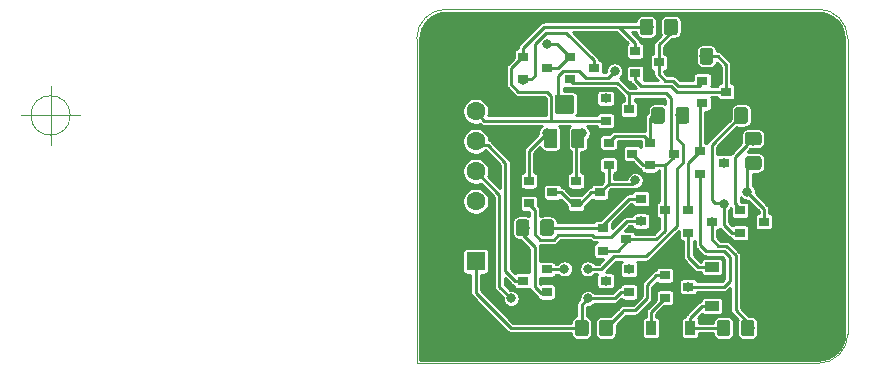
<source format=gbr>
G04 #@! TF.GenerationSoftware,KiCad,Pcbnew,5.1.2*
G04 #@! TF.CreationDate,2019-05-24T19:47:36-03:00*
G04 #@! TF.ProjectId,ouroboros,6f75726f-626f-4726-9f73-2e6b69636164,rev?*
G04 #@! TF.SameCoordinates,Original*
G04 #@! TF.FileFunction,Copper,L1,Top*
G04 #@! TF.FilePolarity,Positive*
%FSLAX46Y46*%
G04 Gerber Fmt 4.6, Leading zero omitted, Abs format (unit mm)*
G04 Created by KiCad (PCBNEW 5.1.2) date 2019-05-24 19:47:36*
%MOMM*%
%LPD*%
G04 APERTURE LIST*
%ADD10C,0.120000*%
%ADD11C,0.050000*%
%ADD12C,1.600000*%
%ADD13R,1.600000X1.600000*%
%ADD14C,0.200000*%
%ADD15C,1.150000*%
%ADD16R,1.200000X0.900000*%
%ADD17R,0.900000X1.200000*%
%ADD18C,1.100000*%
%ADD19R,0.900000X0.800000*%
%ADD20C,0.800000*%
%ADD21C,0.250000*%
%ADD22C,0.254000*%
G04 APERTURE END LIST*
D10*
X123000000Y-59000000D02*
G75*
G02X125500000Y-61500000I0J-2500000D01*
G01*
X125500000Y-86500000D02*
G75*
G02X123000000Y-89000000I-2500000J0D01*
G01*
X89000000Y-61500000D02*
G75*
G02X91500000Y-59000000I2500000J0D01*
G01*
D11*
X59666666Y-68000000D02*
G75*
G03X59666666Y-68000000I-1666666J0D01*
G01*
X55500000Y-68000000D02*
X60500000Y-68000000D01*
X58000000Y-65500000D02*
X58000000Y-70500000D01*
D10*
X89000000Y-89000000D02*
X89000000Y-61500000D01*
X123000000Y-89000000D02*
X89000000Y-89000000D01*
X125500000Y-61500000D02*
X125500000Y-86500000D01*
X91500000Y-59000000D02*
X123000000Y-59000000D01*
D12*
X94000000Y-67650000D03*
X94000000Y-70190000D03*
X94000000Y-72730000D03*
X94000000Y-75270000D03*
X94000000Y-77810000D03*
D13*
X94000000Y-80350000D03*
D14*
G36*
X117374505Y-85301204D02*
G01*
X117398773Y-85304804D01*
X117422572Y-85310765D01*
X117445671Y-85319030D01*
X117467850Y-85329520D01*
X117488893Y-85342132D01*
X117508599Y-85356747D01*
X117526777Y-85373223D01*
X117543253Y-85391401D01*
X117557868Y-85411107D01*
X117570480Y-85432150D01*
X117580970Y-85454329D01*
X117589235Y-85477428D01*
X117595196Y-85501227D01*
X117598796Y-85525495D01*
X117600000Y-85549999D01*
X117600000Y-86450001D01*
X117598796Y-86474505D01*
X117595196Y-86498773D01*
X117589235Y-86522572D01*
X117580970Y-86545671D01*
X117570480Y-86567850D01*
X117557868Y-86588893D01*
X117543253Y-86608599D01*
X117526777Y-86626777D01*
X117508599Y-86643253D01*
X117488893Y-86657868D01*
X117467850Y-86670480D01*
X117445671Y-86680970D01*
X117422572Y-86689235D01*
X117398773Y-86695196D01*
X117374505Y-86698796D01*
X117350001Y-86700000D01*
X116699999Y-86700000D01*
X116675495Y-86698796D01*
X116651227Y-86695196D01*
X116627428Y-86689235D01*
X116604329Y-86680970D01*
X116582150Y-86670480D01*
X116561107Y-86657868D01*
X116541401Y-86643253D01*
X116523223Y-86626777D01*
X116506747Y-86608599D01*
X116492132Y-86588893D01*
X116479520Y-86567850D01*
X116469030Y-86545671D01*
X116460765Y-86522572D01*
X116454804Y-86498773D01*
X116451204Y-86474505D01*
X116450000Y-86450001D01*
X116450000Y-85549999D01*
X116451204Y-85525495D01*
X116454804Y-85501227D01*
X116460765Y-85477428D01*
X116469030Y-85454329D01*
X116479520Y-85432150D01*
X116492132Y-85411107D01*
X116506747Y-85391401D01*
X116523223Y-85373223D01*
X116541401Y-85356747D01*
X116561107Y-85342132D01*
X116582150Y-85329520D01*
X116604329Y-85319030D01*
X116627428Y-85310765D01*
X116651227Y-85304804D01*
X116675495Y-85301204D01*
X116699999Y-85300000D01*
X117350001Y-85300000D01*
X117374505Y-85301204D01*
X117374505Y-85301204D01*
G37*
D15*
X117025000Y-86000000D03*
D14*
G36*
X115324505Y-85301204D02*
G01*
X115348773Y-85304804D01*
X115372572Y-85310765D01*
X115395671Y-85319030D01*
X115417850Y-85329520D01*
X115438893Y-85342132D01*
X115458599Y-85356747D01*
X115476777Y-85373223D01*
X115493253Y-85391401D01*
X115507868Y-85411107D01*
X115520480Y-85432150D01*
X115530970Y-85454329D01*
X115539235Y-85477428D01*
X115545196Y-85501227D01*
X115548796Y-85525495D01*
X115550000Y-85549999D01*
X115550000Y-86450001D01*
X115548796Y-86474505D01*
X115545196Y-86498773D01*
X115539235Y-86522572D01*
X115530970Y-86545671D01*
X115520480Y-86567850D01*
X115507868Y-86588893D01*
X115493253Y-86608599D01*
X115476777Y-86626777D01*
X115458599Y-86643253D01*
X115438893Y-86657868D01*
X115417850Y-86670480D01*
X115395671Y-86680970D01*
X115372572Y-86689235D01*
X115348773Y-86695196D01*
X115324505Y-86698796D01*
X115300001Y-86700000D01*
X114649999Y-86700000D01*
X114625495Y-86698796D01*
X114601227Y-86695196D01*
X114577428Y-86689235D01*
X114554329Y-86680970D01*
X114532150Y-86670480D01*
X114511107Y-86657868D01*
X114491401Y-86643253D01*
X114473223Y-86626777D01*
X114456747Y-86608599D01*
X114442132Y-86588893D01*
X114429520Y-86567850D01*
X114419030Y-86545671D01*
X114410765Y-86522572D01*
X114404804Y-86498773D01*
X114401204Y-86474505D01*
X114400000Y-86450001D01*
X114400000Y-85549999D01*
X114401204Y-85525495D01*
X114404804Y-85501227D01*
X114410765Y-85477428D01*
X114419030Y-85454329D01*
X114429520Y-85432150D01*
X114442132Y-85411107D01*
X114456747Y-85391401D01*
X114473223Y-85373223D01*
X114491401Y-85356747D01*
X114511107Y-85342132D01*
X114532150Y-85329520D01*
X114554329Y-85319030D01*
X114577428Y-85310765D01*
X114601227Y-85304804D01*
X114625495Y-85301204D01*
X114649999Y-85300000D01*
X115300001Y-85300000D01*
X115324505Y-85301204D01*
X115324505Y-85301204D01*
G37*
D15*
X114975000Y-86000000D03*
D16*
X114000000Y-80850000D03*
X114000000Y-84150000D03*
D17*
X112150000Y-86000000D03*
X108850000Y-86000000D03*
D14*
G36*
X103100782Y-69150530D02*
G01*
X103111460Y-69152114D01*
X103121931Y-69154737D01*
X103132095Y-69158373D01*
X103141854Y-69162989D01*
X103151113Y-69168538D01*
X103159783Y-69174969D01*
X103167782Y-69182218D01*
X103175031Y-69190217D01*
X103181462Y-69198887D01*
X103187011Y-69208146D01*
X103191627Y-69217905D01*
X103195263Y-69228069D01*
X103197886Y-69238540D01*
X103199470Y-69249218D01*
X103200000Y-69260000D01*
X103200000Y-70640000D01*
X103199470Y-70650782D01*
X103197886Y-70661460D01*
X103195263Y-70671931D01*
X103191627Y-70682095D01*
X103187011Y-70691854D01*
X103181462Y-70701113D01*
X103175031Y-70709783D01*
X103167782Y-70717782D01*
X103159783Y-70725031D01*
X103151113Y-70731462D01*
X103141854Y-70737011D01*
X103132095Y-70741627D01*
X103121931Y-70745263D01*
X103111460Y-70747886D01*
X103100782Y-70749470D01*
X103090000Y-70750000D01*
X102210000Y-70750000D01*
X102199218Y-70749470D01*
X102188540Y-70747886D01*
X102178069Y-70745263D01*
X102167905Y-70741627D01*
X102158146Y-70737011D01*
X102148887Y-70731462D01*
X102140217Y-70725031D01*
X102132218Y-70717782D01*
X102124969Y-70709783D01*
X102118538Y-70701113D01*
X102112989Y-70691854D01*
X102108373Y-70682095D01*
X102104737Y-70671931D01*
X102102114Y-70661460D01*
X102100530Y-70650782D01*
X102100000Y-70640000D01*
X102100000Y-69260000D01*
X102100530Y-69249218D01*
X102102114Y-69238540D01*
X102104737Y-69228069D01*
X102108373Y-69217905D01*
X102112989Y-69208146D01*
X102118538Y-69198887D01*
X102124969Y-69190217D01*
X102132218Y-69182218D01*
X102140217Y-69174969D01*
X102148887Y-69168538D01*
X102158146Y-69162989D01*
X102167905Y-69158373D01*
X102178069Y-69154737D01*
X102188540Y-69152114D01*
X102199218Y-69150530D01*
X102210000Y-69150000D01*
X103090000Y-69150000D01*
X103100782Y-69150530D01*
X103100782Y-69150530D01*
G37*
D18*
X102650000Y-69950000D03*
D14*
G36*
X100800782Y-69150530D02*
G01*
X100811460Y-69152114D01*
X100821931Y-69154737D01*
X100832095Y-69158373D01*
X100841854Y-69162989D01*
X100851113Y-69168538D01*
X100859783Y-69174969D01*
X100867782Y-69182218D01*
X100875031Y-69190217D01*
X100881462Y-69198887D01*
X100887011Y-69208146D01*
X100891627Y-69217905D01*
X100895263Y-69228069D01*
X100897886Y-69238540D01*
X100899470Y-69249218D01*
X100900000Y-69260000D01*
X100900000Y-70640000D01*
X100899470Y-70650782D01*
X100897886Y-70661460D01*
X100895263Y-70671931D01*
X100891627Y-70682095D01*
X100887011Y-70691854D01*
X100881462Y-70701113D01*
X100875031Y-70709783D01*
X100867782Y-70717782D01*
X100859783Y-70725031D01*
X100851113Y-70731462D01*
X100841854Y-70737011D01*
X100832095Y-70741627D01*
X100821931Y-70745263D01*
X100811460Y-70747886D01*
X100800782Y-70749470D01*
X100790000Y-70750000D01*
X99910000Y-70750000D01*
X99899218Y-70749470D01*
X99888540Y-70747886D01*
X99878069Y-70745263D01*
X99867905Y-70741627D01*
X99858146Y-70737011D01*
X99848887Y-70731462D01*
X99840217Y-70725031D01*
X99832218Y-70717782D01*
X99824969Y-70709783D01*
X99818538Y-70701113D01*
X99812989Y-70691854D01*
X99808373Y-70682095D01*
X99804737Y-70671931D01*
X99802114Y-70661460D01*
X99800530Y-70650782D01*
X99800000Y-70640000D01*
X99800000Y-69260000D01*
X99800530Y-69249218D01*
X99802114Y-69238540D01*
X99804737Y-69228069D01*
X99808373Y-69217905D01*
X99812989Y-69208146D01*
X99818538Y-69198887D01*
X99824969Y-69190217D01*
X99832218Y-69182218D01*
X99840217Y-69174969D01*
X99848887Y-69168538D01*
X99858146Y-69162989D01*
X99867905Y-69158373D01*
X99878069Y-69154737D01*
X99888540Y-69152114D01*
X99899218Y-69150530D01*
X99910000Y-69150000D01*
X100790000Y-69150000D01*
X100800782Y-69150530D01*
X100800782Y-69150530D01*
G37*
D18*
X100350000Y-69950000D03*
D14*
G36*
X102155683Y-66250770D02*
G01*
X102171214Y-66253074D01*
X102186446Y-66256890D01*
X102201229Y-66262179D01*
X102215423Y-66268893D01*
X102228891Y-66276965D01*
X102241503Y-66286318D01*
X102253137Y-66296863D01*
X102263682Y-66308497D01*
X102273035Y-66321109D01*
X102281107Y-66334577D01*
X102287821Y-66348771D01*
X102293110Y-66363554D01*
X102296926Y-66378786D01*
X102299230Y-66394317D01*
X102300000Y-66410000D01*
X102300000Y-67690000D01*
X102299230Y-67705683D01*
X102296926Y-67721214D01*
X102293110Y-67736446D01*
X102287821Y-67751229D01*
X102281107Y-67765423D01*
X102273035Y-67778891D01*
X102263682Y-67791503D01*
X102253137Y-67803137D01*
X102241503Y-67813682D01*
X102228891Y-67823035D01*
X102215423Y-67831107D01*
X102201229Y-67837821D01*
X102186446Y-67843110D01*
X102171214Y-67846926D01*
X102155683Y-67849230D01*
X102140000Y-67850000D01*
X100860000Y-67850000D01*
X100844317Y-67849230D01*
X100828786Y-67846926D01*
X100813554Y-67843110D01*
X100798771Y-67837821D01*
X100784577Y-67831107D01*
X100771109Y-67823035D01*
X100758497Y-67813682D01*
X100746863Y-67803137D01*
X100736318Y-67791503D01*
X100726965Y-67778891D01*
X100718893Y-67765423D01*
X100712179Y-67751229D01*
X100706890Y-67736446D01*
X100703074Y-67721214D01*
X100700770Y-67705683D01*
X100700000Y-67690000D01*
X100700000Y-66410000D01*
X100700770Y-66394317D01*
X100703074Y-66378786D01*
X100706890Y-66363554D01*
X100712179Y-66348771D01*
X100718893Y-66334577D01*
X100726965Y-66321109D01*
X100736318Y-66308497D01*
X100746863Y-66296863D01*
X100758497Y-66286318D01*
X100771109Y-66276965D01*
X100784577Y-66268893D01*
X100798771Y-66262179D01*
X100813554Y-66256890D01*
X100828786Y-66253074D01*
X100844317Y-66250770D01*
X100860000Y-66250000D01*
X102140000Y-66250000D01*
X102155683Y-66250770D01*
X102155683Y-66250770D01*
G37*
D12*
X101500000Y-67050000D03*
D19*
X104500000Y-74500000D03*
X102500000Y-75450000D03*
X102500000Y-73550000D03*
X105250000Y-70300000D03*
X105250000Y-72200000D03*
X107250000Y-71250000D03*
X108750000Y-70300000D03*
X108750000Y-72200000D03*
X110750000Y-71250000D03*
X98000000Y-63050000D03*
X98000000Y-64950000D03*
X100000000Y-64000000D03*
X102000000Y-63050000D03*
X102000000Y-64950000D03*
X104000000Y-64000000D03*
X107000000Y-67500000D03*
X105000000Y-68450000D03*
X105000000Y-66550000D03*
X107000000Y-82950000D03*
X107000000Y-81050000D03*
X105000000Y-82000000D03*
X104750000Y-77550000D03*
X104750000Y-79450000D03*
X106750000Y-78500000D03*
X100500000Y-74500000D03*
X98500000Y-75450000D03*
X98500000Y-73550000D03*
X108000000Y-75050000D03*
X108000000Y-76950000D03*
X110000000Y-76000000D03*
X98000000Y-82000000D03*
X100000000Y-81050000D03*
X100000000Y-82950000D03*
X113000000Y-71050000D03*
X113000000Y-72950000D03*
X115000000Y-72000000D03*
X107500000Y-62550000D03*
X107500000Y-64450000D03*
X109500000Y-63500000D03*
X115200000Y-66000000D03*
X113200000Y-66950000D03*
X113200000Y-65050000D03*
X112000000Y-82500000D03*
X110000000Y-83450000D03*
X110000000Y-81550000D03*
X112000000Y-76050000D03*
X112000000Y-77950000D03*
X114000000Y-77000000D03*
X118400000Y-77000000D03*
X116400000Y-77950000D03*
X116400000Y-76050000D03*
D14*
G36*
X111849505Y-67301204D02*
G01*
X111873773Y-67304804D01*
X111897572Y-67310765D01*
X111920671Y-67319030D01*
X111942850Y-67329520D01*
X111963893Y-67342132D01*
X111983599Y-67356747D01*
X112001777Y-67373223D01*
X112018253Y-67391401D01*
X112032868Y-67411107D01*
X112045480Y-67432150D01*
X112055970Y-67454329D01*
X112064235Y-67477428D01*
X112070196Y-67501227D01*
X112073796Y-67525495D01*
X112075000Y-67549999D01*
X112075000Y-68450001D01*
X112073796Y-68474505D01*
X112070196Y-68498773D01*
X112064235Y-68522572D01*
X112055970Y-68545671D01*
X112045480Y-68567850D01*
X112032868Y-68588893D01*
X112018253Y-68608599D01*
X112001777Y-68626777D01*
X111983599Y-68643253D01*
X111963893Y-68657868D01*
X111942850Y-68670480D01*
X111920671Y-68680970D01*
X111897572Y-68689235D01*
X111873773Y-68695196D01*
X111849505Y-68698796D01*
X111825001Y-68700000D01*
X111174999Y-68700000D01*
X111150495Y-68698796D01*
X111126227Y-68695196D01*
X111102428Y-68689235D01*
X111079329Y-68680970D01*
X111057150Y-68670480D01*
X111036107Y-68657868D01*
X111016401Y-68643253D01*
X110998223Y-68626777D01*
X110981747Y-68608599D01*
X110967132Y-68588893D01*
X110954520Y-68567850D01*
X110944030Y-68545671D01*
X110935765Y-68522572D01*
X110929804Y-68498773D01*
X110926204Y-68474505D01*
X110925000Y-68450001D01*
X110925000Y-67549999D01*
X110926204Y-67525495D01*
X110929804Y-67501227D01*
X110935765Y-67477428D01*
X110944030Y-67454329D01*
X110954520Y-67432150D01*
X110967132Y-67411107D01*
X110981747Y-67391401D01*
X110998223Y-67373223D01*
X111016401Y-67356747D01*
X111036107Y-67342132D01*
X111057150Y-67329520D01*
X111079329Y-67319030D01*
X111102428Y-67310765D01*
X111126227Y-67304804D01*
X111150495Y-67301204D01*
X111174999Y-67300000D01*
X111825001Y-67300000D01*
X111849505Y-67301204D01*
X111849505Y-67301204D01*
G37*
D15*
X111500000Y-68000000D03*
D14*
G36*
X109799505Y-67301204D02*
G01*
X109823773Y-67304804D01*
X109847572Y-67310765D01*
X109870671Y-67319030D01*
X109892850Y-67329520D01*
X109913893Y-67342132D01*
X109933599Y-67356747D01*
X109951777Y-67373223D01*
X109968253Y-67391401D01*
X109982868Y-67411107D01*
X109995480Y-67432150D01*
X110005970Y-67454329D01*
X110014235Y-67477428D01*
X110020196Y-67501227D01*
X110023796Y-67525495D01*
X110025000Y-67549999D01*
X110025000Y-68450001D01*
X110023796Y-68474505D01*
X110020196Y-68498773D01*
X110014235Y-68522572D01*
X110005970Y-68545671D01*
X109995480Y-68567850D01*
X109982868Y-68588893D01*
X109968253Y-68608599D01*
X109951777Y-68626777D01*
X109933599Y-68643253D01*
X109913893Y-68657868D01*
X109892850Y-68670480D01*
X109870671Y-68680970D01*
X109847572Y-68689235D01*
X109823773Y-68695196D01*
X109799505Y-68698796D01*
X109775001Y-68700000D01*
X109124999Y-68700000D01*
X109100495Y-68698796D01*
X109076227Y-68695196D01*
X109052428Y-68689235D01*
X109029329Y-68680970D01*
X109007150Y-68670480D01*
X108986107Y-68657868D01*
X108966401Y-68643253D01*
X108948223Y-68626777D01*
X108931747Y-68608599D01*
X108917132Y-68588893D01*
X108904520Y-68567850D01*
X108894030Y-68545671D01*
X108885765Y-68522572D01*
X108879804Y-68498773D01*
X108876204Y-68474505D01*
X108875000Y-68450001D01*
X108875000Y-67549999D01*
X108876204Y-67525495D01*
X108879804Y-67501227D01*
X108885765Y-67477428D01*
X108894030Y-67454329D01*
X108904520Y-67432150D01*
X108917132Y-67411107D01*
X108931747Y-67391401D01*
X108948223Y-67373223D01*
X108966401Y-67356747D01*
X108986107Y-67342132D01*
X109007150Y-67329520D01*
X109029329Y-67319030D01*
X109052428Y-67310765D01*
X109076227Y-67304804D01*
X109100495Y-67301204D01*
X109124999Y-67300000D01*
X109775001Y-67300000D01*
X109799505Y-67301204D01*
X109799505Y-67301204D01*
G37*
D15*
X109450000Y-68000000D03*
D14*
G36*
X100374505Y-76801204D02*
G01*
X100398773Y-76804804D01*
X100422572Y-76810765D01*
X100445671Y-76819030D01*
X100467850Y-76829520D01*
X100488893Y-76842132D01*
X100508599Y-76856747D01*
X100526777Y-76873223D01*
X100543253Y-76891401D01*
X100557868Y-76911107D01*
X100570480Y-76932150D01*
X100580970Y-76954329D01*
X100589235Y-76977428D01*
X100595196Y-77001227D01*
X100598796Y-77025495D01*
X100600000Y-77049999D01*
X100600000Y-77950001D01*
X100598796Y-77974505D01*
X100595196Y-77998773D01*
X100589235Y-78022572D01*
X100580970Y-78045671D01*
X100570480Y-78067850D01*
X100557868Y-78088893D01*
X100543253Y-78108599D01*
X100526777Y-78126777D01*
X100508599Y-78143253D01*
X100488893Y-78157868D01*
X100467850Y-78170480D01*
X100445671Y-78180970D01*
X100422572Y-78189235D01*
X100398773Y-78195196D01*
X100374505Y-78198796D01*
X100350001Y-78200000D01*
X99699999Y-78200000D01*
X99675495Y-78198796D01*
X99651227Y-78195196D01*
X99627428Y-78189235D01*
X99604329Y-78180970D01*
X99582150Y-78170480D01*
X99561107Y-78157868D01*
X99541401Y-78143253D01*
X99523223Y-78126777D01*
X99506747Y-78108599D01*
X99492132Y-78088893D01*
X99479520Y-78067850D01*
X99469030Y-78045671D01*
X99460765Y-78022572D01*
X99454804Y-77998773D01*
X99451204Y-77974505D01*
X99450000Y-77950001D01*
X99450000Y-77049999D01*
X99451204Y-77025495D01*
X99454804Y-77001227D01*
X99460765Y-76977428D01*
X99469030Y-76954329D01*
X99479520Y-76932150D01*
X99492132Y-76911107D01*
X99506747Y-76891401D01*
X99523223Y-76873223D01*
X99541401Y-76856747D01*
X99561107Y-76842132D01*
X99582150Y-76829520D01*
X99604329Y-76819030D01*
X99627428Y-76810765D01*
X99651227Y-76804804D01*
X99675495Y-76801204D01*
X99699999Y-76800000D01*
X100350001Y-76800000D01*
X100374505Y-76801204D01*
X100374505Y-76801204D01*
G37*
D15*
X100025000Y-77500000D03*
D14*
G36*
X98324505Y-76801204D02*
G01*
X98348773Y-76804804D01*
X98372572Y-76810765D01*
X98395671Y-76819030D01*
X98417850Y-76829520D01*
X98438893Y-76842132D01*
X98458599Y-76856747D01*
X98476777Y-76873223D01*
X98493253Y-76891401D01*
X98507868Y-76911107D01*
X98520480Y-76932150D01*
X98530970Y-76954329D01*
X98539235Y-76977428D01*
X98545196Y-77001227D01*
X98548796Y-77025495D01*
X98550000Y-77049999D01*
X98550000Y-77950001D01*
X98548796Y-77974505D01*
X98545196Y-77998773D01*
X98539235Y-78022572D01*
X98530970Y-78045671D01*
X98520480Y-78067850D01*
X98507868Y-78088893D01*
X98493253Y-78108599D01*
X98476777Y-78126777D01*
X98458599Y-78143253D01*
X98438893Y-78157868D01*
X98417850Y-78170480D01*
X98395671Y-78180970D01*
X98372572Y-78189235D01*
X98348773Y-78195196D01*
X98324505Y-78198796D01*
X98300001Y-78200000D01*
X97649999Y-78200000D01*
X97625495Y-78198796D01*
X97601227Y-78195196D01*
X97577428Y-78189235D01*
X97554329Y-78180970D01*
X97532150Y-78170480D01*
X97511107Y-78157868D01*
X97491401Y-78143253D01*
X97473223Y-78126777D01*
X97456747Y-78108599D01*
X97442132Y-78088893D01*
X97429520Y-78067850D01*
X97419030Y-78045671D01*
X97410765Y-78022572D01*
X97404804Y-77998773D01*
X97401204Y-77974505D01*
X97400000Y-77950001D01*
X97400000Y-77049999D01*
X97401204Y-77025495D01*
X97404804Y-77001227D01*
X97410765Y-76977428D01*
X97419030Y-76954329D01*
X97429520Y-76932150D01*
X97442132Y-76911107D01*
X97456747Y-76891401D01*
X97473223Y-76873223D01*
X97491401Y-76856747D01*
X97511107Y-76842132D01*
X97532150Y-76829520D01*
X97554329Y-76819030D01*
X97577428Y-76810765D01*
X97601227Y-76804804D01*
X97625495Y-76801204D01*
X97649999Y-76800000D01*
X98300001Y-76800000D01*
X98324505Y-76801204D01*
X98324505Y-76801204D01*
G37*
D15*
X97975000Y-77500000D03*
D14*
G36*
X111824505Y-62301204D02*
G01*
X111848773Y-62304804D01*
X111872572Y-62310765D01*
X111895671Y-62319030D01*
X111917850Y-62329520D01*
X111938893Y-62342132D01*
X111958599Y-62356747D01*
X111976777Y-62373223D01*
X111993253Y-62391401D01*
X112007868Y-62411107D01*
X112020480Y-62432150D01*
X112030970Y-62454329D01*
X112039235Y-62477428D01*
X112045196Y-62501227D01*
X112048796Y-62525495D01*
X112050000Y-62549999D01*
X112050000Y-63450001D01*
X112048796Y-63474505D01*
X112045196Y-63498773D01*
X112039235Y-63522572D01*
X112030970Y-63545671D01*
X112020480Y-63567850D01*
X112007868Y-63588893D01*
X111993253Y-63608599D01*
X111976777Y-63626777D01*
X111958599Y-63643253D01*
X111938893Y-63657868D01*
X111917850Y-63670480D01*
X111895671Y-63680970D01*
X111872572Y-63689235D01*
X111848773Y-63695196D01*
X111824505Y-63698796D01*
X111800001Y-63700000D01*
X111149999Y-63700000D01*
X111125495Y-63698796D01*
X111101227Y-63695196D01*
X111077428Y-63689235D01*
X111054329Y-63680970D01*
X111032150Y-63670480D01*
X111011107Y-63657868D01*
X110991401Y-63643253D01*
X110973223Y-63626777D01*
X110956747Y-63608599D01*
X110942132Y-63588893D01*
X110929520Y-63567850D01*
X110919030Y-63545671D01*
X110910765Y-63522572D01*
X110904804Y-63498773D01*
X110901204Y-63474505D01*
X110900000Y-63450001D01*
X110900000Y-62549999D01*
X110901204Y-62525495D01*
X110904804Y-62501227D01*
X110910765Y-62477428D01*
X110919030Y-62454329D01*
X110929520Y-62432150D01*
X110942132Y-62411107D01*
X110956747Y-62391401D01*
X110973223Y-62373223D01*
X110991401Y-62356747D01*
X111011107Y-62342132D01*
X111032150Y-62329520D01*
X111054329Y-62319030D01*
X111077428Y-62310765D01*
X111101227Y-62304804D01*
X111125495Y-62301204D01*
X111149999Y-62300000D01*
X111800001Y-62300000D01*
X111824505Y-62301204D01*
X111824505Y-62301204D01*
G37*
D15*
X111475000Y-63000000D03*
D14*
G36*
X113874505Y-62301204D02*
G01*
X113898773Y-62304804D01*
X113922572Y-62310765D01*
X113945671Y-62319030D01*
X113967850Y-62329520D01*
X113988893Y-62342132D01*
X114008599Y-62356747D01*
X114026777Y-62373223D01*
X114043253Y-62391401D01*
X114057868Y-62411107D01*
X114070480Y-62432150D01*
X114080970Y-62454329D01*
X114089235Y-62477428D01*
X114095196Y-62501227D01*
X114098796Y-62525495D01*
X114100000Y-62549999D01*
X114100000Y-63450001D01*
X114098796Y-63474505D01*
X114095196Y-63498773D01*
X114089235Y-63522572D01*
X114080970Y-63545671D01*
X114070480Y-63567850D01*
X114057868Y-63588893D01*
X114043253Y-63608599D01*
X114026777Y-63626777D01*
X114008599Y-63643253D01*
X113988893Y-63657868D01*
X113967850Y-63670480D01*
X113945671Y-63680970D01*
X113922572Y-63689235D01*
X113898773Y-63695196D01*
X113874505Y-63698796D01*
X113850001Y-63700000D01*
X113199999Y-63700000D01*
X113175495Y-63698796D01*
X113151227Y-63695196D01*
X113127428Y-63689235D01*
X113104329Y-63680970D01*
X113082150Y-63670480D01*
X113061107Y-63657868D01*
X113041401Y-63643253D01*
X113023223Y-63626777D01*
X113006747Y-63608599D01*
X112992132Y-63588893D01*
X112979520Y-63567850D01*
X112969030Y-63545671D01*
X112960765Y-63522572D01*
X112954804Y-63498773D01*
X112951204Y-63474505D01*
X112950000Y-63450001D01*
X112950000Y-62549999D01*
X112951204Y-62525495D01*
X112954804Y-62501227D01*
X112960765Y-62477428D01*
X112969030Y-62454329D01*
X112979520Y-62432150D01*
X112992132Y-62411107D01*
X113006747Y-62391401D01*
X113023223Y-62373223D01*
X113041401Y-62356747D01*
X113061107Y-62342132D01*
X113082150Y-62329520D01*
X113104329Y-62319030D01*
X113127428Y-62310765D01*
X113151227Y-62304804D01*
X113175495Y-62301204D01*
X113199999Y-62300000D01*
X113850001Y-62300000D01*
X113874505Y-62301204D01*
X113874505Y-62301204D01*
G37*
D15*
X113525000Y-63000000D03*
D14*
G36*
X110874505Y-59801204D02*
G01*
X110898773Y-59804804D01*
X110922572Y-59810765D01*
X110945671Y-59819030D01*
X110967850Y-59829520D01*
X110988893Y-59842132D01*
X111008599Y-59856747D01*
X111026777Y-59873223D01*
X111043253Y-59891401D01*
X111057868Y-59911107D01*
X111070480Y-59932150D01*
X111080970Y-59954329D01*
X111089235Y-59977428D01*
X111095196Y-60001227D01*
X111098796Y-60025495D01*
X111100000Y-60049999D01*
X111100000Y-60950001D01*
X111098796Y-60974505D01*
X111095196Y-60998773D01*
X111089235Y-61022572D01*
X111080970Y-61045671D01*
X111070480Y-61067850D01*
X111057868Y-61088893D01*
X111043253Y-61108599D01*
X111026777Y-61126777D01*
X111008599Y-61143253D01*
X110988893Y-61157868D01*
X110967850Y-61170480D01*
X110945671Y-61180970D01*
X110922572Y-61189235D01*
X110898773Y-61195196D01*
X110874505Y-61198796D01*
X110850001Y-61200000D01*
X110199999Y-61200000D01*
X110175495Y-61198796D01*
X110151227Y-61195196D01*
X110127428Y-61189235D01*
X110104329Y-61180970D01*
X110082150Y-61170480D01*
X110061107Y-61157868D01*
X110041401Y-61143253D01*
X110023223Y-61126777D01*
X110006747Y-61108599D01*
X109992132Y-61088893D01*
X109979520Y-61067850D01*
X109969030Y-61045671D01*
X109960765Y-61022572D01*
X109954804Y-60998773D01*
X109951204Y-60974505D01*
X109950000Y-60950001D01*
X109950000Y-60049999D01*
X109951204Y-60025495D01*
X109954804Y-60001227D01*
X109960765Y-59977428D01*
X109969030Y-59954329D01*
X109979520Y-59932150D01*
X109992132Y-59911107D01*
X110006747Y-59891401D01*
X110023223Y-59873223D01*
X110041401Y-59856747D01*
X110061107Y-59842132D01*
X110082150Y-59829520D01*
X110104329Y-59819030D01*
X110127428Y-59810765D01*
X110151227Y-59804804D01*
X110175495Y-59801204D01*
X110199999Y-59800000D01*
X110850001Y-59800000D01*
X110874505Y-59801204D01*
X110874505Y-59801204D01*
G37*
D15*
X110525000Y-60500000D03*
D14*
G36*
X108824505Y-59801204D02*
G01*
X108848773Y-59804804D01*
X108872572Y-59810765D01*
X108895671Y-59819030D01*
X108917850Y-59829520D01*
X108938893Y-59842132D01*
X108958599Y-59856747D01*
X108976777Y-59873223D01*
X108993253Y-59891401D01*
X109007868Y-59911107D01*
X109020480Y-59932150D01*
X109030970Y-59954329D01*
X109039235Y-59977428D01*
X109045196Y-60001227D01*
X109048796Y-60025495D01*
X109050000Y-60049999D01*
X109050000Y-60950001D01*
X109048796Y-60974505D01*
X109045196Y-60998773D01*
X109039235Y-61022572D01*
X109030970Y-61045671D01*
X109020480Y-61067850D01*
X109007868Y-61088893D01*
X108993253Y-61108599D01*
X108976777Y-61126777D01*
X108958599Y-61143253D01*
X108938893Y-61157868D01*
X108917850Y-61170480D01*
X108895671Y-61180970D01*
X108872572Y-61189235D01*
X108848773Y-61195196D01*
X108824505Y-61198796D01*
X108800001Y-61200000D01*
X108149999Y-61200000D01*
X108125495Y-61198796D01*
X108101227Y-61195196D01*
X108077428Y-61189235D01*
X108054329Y-61180970D01*
X108032150Y-61170480D01*
X108011107Y-61157868D01*
X107991401Y-61143253D01*
X107973223Y-61126777D01*
X107956747Y-61108599D01*
X107942132Y-61088893D01*
X107929520Y-61067850D01*
X107919030Y-61045671D01*
X107910765Y-61022572D01*
X107904804Y-60998773D01*
X107901204Y-60974505D01*
X107900000Y-60950001D01*
X107900000Y-60049999D01*
X107901204Y-60025495D01*
X107904804Y-60001227D01*
X107910765Y-59977428D01*
X107919030Y-59954329D01*
X107929520Y-59932150D01*
X107942132Y-59911107D01*
X107956747Y-59891401D01*
X107973223Y-59873223D01*
X107991401Y-59856747D01*
X108011107Y-59842132D01*
X108032150Y-59829520D01*
X108054329Y-59819030D01*
X108077428Y-59810765D01*
X108101227Y-59804804D01*
X108125495Y-59801204D01*
X108149999Y-59800000D01*
X108800001Y-59800000D01*
X108824505Y-59801204D01*
X108824505Y-59801204D01*
G37*
D15*
X108475000Y-60500000D03*
D14*
G36*
X105374505Y-85301204D02*
G01*
X105398773Y-85304804D01*
X105422572Y-85310765D01*
X105445671Y-85319030D01*
X105467850Y-85329520D01*
X105488893Y-85342132D01*
X105508599Y-85356747D01*
X105526777Y-85373223D01*
X105543253Y-85391401D01*
X105557868Y-85411107D01*
X105570480Y-85432150D01*
X105580970Y-85454329D01*
X105589235Y-85477428D01*
X105595196Y-85501227D01*
X105598796Y-85525495D01*
X105600000Y-85549999D01*
X105600000Y-86450001D01*
X105598796Y-86474505D01*
X105595196Y-86498773D01*
X105589235Y-86522572D01*
X105580970Y-86545671D01*
X105570480Y-86567850D01*
X105557868Y-86588893D01*
X105543253Y-86608599D01*
X105526777Y-86626777D01*
X105508599Y-86643253D01*
X105488893Y-86657868D01*
X105467850Y-86670480D01*
X105445671Y-86680970D01*
X105422572Y-86689235D01*
X105398773Y-86695196D01*
X105374505Y-86698796D01*
X105350001Y-86700000D01*
X104699999Y-86700000D01*
X104675495Y-86698796D01*
X104651227Y-86695196D01*
X104627428Y-86689235D01*
X104604329Y-86680970D01*
X104582150Y-86670480D01*
X104561107Y-86657868D01*
X104541401Y-86643253D01*
X104523223Y-86626777D01*
X104506747Y-86608599D01*
X104492132Y-86588893D01*
X104479520Y-86567850D01*
X104469030Y-86545671D01*
X104460765Y-86522572D01*
X104454804Y-86498773D01*
X104451204Y-86474505D01*
X104450000Y-86450001D01*
X104450000Y-85549999D01*
X104451204Y-85525495D01*
X104454804Y-85501227D01*
X104460765Y-85477428D01*
X104469030Y-85454329D01*
X104479520Y-85432150D01*
X104492132Y-85411107D01*
X104506747Y-85391401D01*
X104523223Y-85373223D01*
X104541401Y-85356747D01*
X104561107Y-85342132D01*
X104582150Y-85329520D01*
X104604329Y-85319030D01*
X104627428Y-85310765D01*
X104651227Y-85304804D01*
X104675495Y-85301204D01*
X104699999Y-85300000D01*
X105350001Y-85300000D01*
X105374505Y-85301204D01*
X105374505Y-85301204D01*
G37*
D15*
X105025000Y-86000000D03*
D14*
G36*
X103324505Y-85301204D02*
G01*
X103348773Y-85304804D01*
X103372572Y-85310765D01*
X103395671Y-85319030D01*
X103417850Y-85329520D01*
X103438893Y-85342132D01*
X103458599Y-85356747D01*
X103476777Y-85373223D01*
X103493253Y-85391401D01*
X103507868Y-85411107D01*
X103520480Y-85432150D01*
X103530970Y-85454329D01*
X103539235Y-85477428D01*
X103545196Y-85501227D01*
X103548796Y-85525495D01*
X103550000Y-85549999D01*
X103550000Y-86450001D01*
X103548796Y-86474505D01*
X103545196Y-86498773D01*
X103539235Y-86522572D01*
X103530970Y-86545671D01*
X103520480Y-86567850D01*
X103507868Y-86588893D01*
X103493253Y-86608599D01*
X103476777Y-86626777D01*
X103458599Y-86643253D01*
X103438893Y-86657868D01*
X103417850Y-86670480D01*
X103395671Y-86680970D01*
X103372572Y-86689235D01*
X103348773Y-86695196D01*
X103324505Y-86698796D01*
X103300001Y-86700000D01*
X102649999Y-86700000D01*
X102625495Y-86698796D01*
X102601227Y-86695196D01*
X102577428Y-86689235D01*
X102554329Y-86680970D01*
X102532150Y-86670480D01*
X102511107Y-86657868D01*
X102491401Y-86643253D01*
X102473223Y-86626777D01*
X102456747Y-86608599D01*
X102442132Y-86588893D01*
X102429520Y-86567850D01*
X102419030Y-86545671D01*
X102410765Y-86522572D01*
X102404804Y-86498773D01*
X102401204Y-86474505D01*
X102400000Y-86450001D01*
X102400000Y-85549999D01*
X102401204Y-85525495D01*
X102404804Y-85501227D01*
X102410765Y-85477428D01*
X102419030Y-85454329D01*
X102429520Y-85432150D01*
X102442132Y-85411107D01*
X102456747Y-85391401D01*
X102473223Y-85373223D01*
X102491401Y-85356747D01*
X102511107Y-85342132D01*
X102532150Y-85329520D01*
X102554329Y-85319030D01*
X102577428Y-85310765D01*
X102601227Y-85304804D01*
X102625495Y-85301204D01*
X102649999Y-85300000D01*
X103300001Y-85300000D01*
X103324505Y-85301204D01*
X103324505Y-85301204D01*
G37*
D15*
X102975000Y-86000000D03*
D14*
G36*
X118874505Y-67301204D02*
G01*
X118898773Y-67304804D01*
X118922572Y-67310765D01*
X118945671Y-67319030D01*
X118967850Y-67329520D01*
X118988893Y-67342132D01*
X119008599Y-67356747D01*
X119026777Y-67373223D01*
X119043253Y-67391401D01*
X119057868Y-67411107D01*
X119070480Y-67432150D01*
X119080970Y-67454329D01*
X119089235Y-67477428D01*
X119095196Y-67501227D01*
X119098796Y-67525495D01*
X119100000Y-67549999D01*
X119100000Y-68450001D01*
X119098796Y-68474505D01*
X119095196Y-68498773D01*
X119089235Y-68522572D01*
X119080970Y-68545671D01*
X119070480Y-68567850D01*
X119057868Y-68588893D01*
X119043253Y-68608599D01*
X119026777Y-68626777D01*
X119008599Y-68643253D01*
X118988893Y-68657868D01*
X118967850Y-68670480D01*
X118945671Y-68680970D01*
X118922572Y-68689235D01*
X118898773Y-68695196D01*
X118874505Y-68698796D01*
X118850001Y-68700000D01*
X118199999Y-68700000D01*
X118175495Y-68698796D01*
X118151227Y-68695196D01*
X118127428Y-68689235D01*
X118104329Y-68680970D01*
X118082150Y-68670480D01*
X118061107Y-68657868D01*
X118041401Y-68643253D01*
X118023223Y-68626777D01*
X118006747Y-68608599D01*
X117992132Y-68588893D01*
X117979520Y-68567850D01*
X117969030Y-68545671D01*
X117960765Y-68522572D01*
X117954804Y-68498773D01*
X117951204Y-68474505D01*
X117950000Y-68450001D01*
X117950000Y-67549999D01*
X117951204Y-67525495D01*
X117954804Y-67501227D01*
X117960765Y-67477428D01*
X117969030Y-67454329D01*
X117979520Y-67432150D01*
X117992132Y-67411107D01*
X118006747Y-67391401D01*
X118023223Y-67373223D01*
X118041401Y-67356747D01*
X118061107Y-67342132D01*
X118082150Y-67329520D01*
X118104329Y-67319030D01*
X118127428Y-67310765D01*
X118151227Y-67304804D01*
X118175495Y-67301204D01*
X118199999Y-67300000D01*
X118850001Y-67300000D01*
X118874505Y-67301204D01*
X118874505Y-67301204D01*
G37*
D15*
X118525000Y-68000000D03*
D14*
G36*
X116824505Y-67301204D02*
G01*
X116848773Y-67304804D01*
X116872572Y-67310765D01*
X116895671Y-67319030D01*
X116917850Y-67329520D01*
X116938893Y-67342132D01*
X116958599Y-67356747D01*
X116976777Y-67373223D01*
X116993253Y-67391401D01*
X117007868Y-67411107D01*
X117020480Y-67432150D01*
X117030970Y-67454329D01*
X117039235Y-67477428D01*
X117045196Y-67501227D01*
X117048796Y-67525495D01*
X117050000Y-67549999D01*
X117050000Y-68450001D01*
X117048796Y-68474505D01*
X117045196Y-68498773D01*
X117039235Y-68522572D01*
X117030970Y-68545671D01*
X117020480Y-68567850D01*
X117007868Y-68588893D01*
X116993253Y-68608599D01*
X116976777Y-68626777D01*
X116958599Y-68643253D01*
X116938893Y-68657868D01*
X116917850Y-68670480D01*
X116895671Y-68680970D01*
X116872572Y-68689235D01*
X116848773Y-68695196D01*
X116824505Y-68698796D01*
X116800001Y-68700000D01*
X116149999Y-68700000D01*
X116125495Y-68698796D01*
X116101227Y-68695196D01*
X116077428Y-68689235D01*
X116054329Y-68680970D01*
X116032150Y-68670480D01*
X116011107Y-68657868D01*
X115991401Y-68643253D01*
X115973223Y-68626777D01*
X115956747Y-68608599D01*
X115942132Y-68588893D01*
X115929520Y-68567850D01*
X115919030Y-68545671D01*
X115910765Y-68522572D01*
X115904804Y-68498773D01*
X115901204Y-68474505D01*
X115900000Y-68450001D01*
X115900000Y-67549999D01*
X115901204Y-67525495D01*
X115904804Y-67501227D01*
X115910765Y-67477428D01*
X115919030Y-67454329D01*
X115929520Y-67432150D01*
X115942132Y-67411107D01*
X115956747Y-67391401D01*
X115973223Y-67373223D01*
X115991401Y-67356747D01*
X116011107Y-67342132D01*
X116032150Y-67329520D01*
X116054329Y-67319030D01*
X116077428Y-67310765D01*
X116101227Y-67304804D01*
X116125495Y-67301204D01*
X116149999Y-67300000D01*
X116800001Y-67300000D01*
X116824505Y-67301204D01*
X116824505Y-67301204D01*
G37*
D15*
X116475000Y-68000000D03*
D14*
G36*
X117974505Y-71451204D02*
G01*
X117998773Y-71454804D01*
X118022572Y-71460765D01*
X118045671Y-71469030D01*
X118067850Y-71479520D01*
X118088893Y-71492132D01*
X118108599Y-71506747D01*
X118126777Y-71523223D01*
X118143253Y-71541401D01*
X118157868Y-71561107D01*
X118170480Y-71582150D01*
X118180970Y-71604329D01*
X118189235Y-71627428D01*
X118195196Y-71651227D01*
X118198796Y-71675495D01*
X118200000Y-71699999D01*
X118200000Y-72350001D01*
X118198796Y-72374505D01*
X118195196Y-72398773D01*
X118189235Y-72422572D01*
X118180970Y-72445671D01*
X118170480Y-72467850D01*
X118157868Y-72488893D01*
X118143253Y-72508599D01*
X118126777Y-72526777D01*
X118108599Y-72543253D01*
X118088893Y-72557868D01*
X118067850Y-72570480D01*
X118045671Y-72580970D01*
X118022572Y-72589235D01*
X117998773Y-72595196D01*
X117974505Y-72598796D01*
X117950001Y-72600000D01*
X117049999Y-72600000D01*
X117025495Y-72598796D01*
X117001227Y-72595196D01*
X116977428Y-72589235D01*
X116954329Y-72580970D01*
X116932150Y-72570480D01*
X116911107Y-72557868D01*
X116891401Y-72543253D01*
X116873223Y-72526777D01*
X116856747Y-72508599D01*
X116842132Y-72488893D01*
X116829520Y-72467850D01*
X116819030Y-72445671D01*
X116810765Y-72422572D01*
X116804804Y-72398773D01*
X116801204Y-72374505D01*
X116800000Y-72350001D01*
X116800000Y-71699999D01*
X116801204Y-71675495D01*
X116804804Y-71651227D01*
X116810765Y-71627428D01*
X116819030Y-71604329D01*
X116829520Y-71582150D01*
X116842132Y-71561107D01*
X116856747Y-71541401D01*
X116873223Y-71523223D01*
X116891401Y-71506747D01*
X116911107Y-71492132D01*
X116932150Y-71479520D01*
X116954329Y-71469030D01*
X116977428Y-71460765D01*
X117001227Y-71454804D01*
X117025495Y-71451204D01*
X117049999Y-71450000D01*
X117950001Y-71450000D01*
X117974505Y-71451204D01*
X117974505Y-71451204D01*
G37*
D15*
X117500000Y-72025000D03*
D14*
G36*
X117974505Y-69401204D02*
G01*
X117998773Y-69404804D01*
X118022572Y-69410765D01*
X118045671Y-69419030D01*
X118067850Y-69429520D01*
X118088893Y-69442132D01*
X118108599Y-69456747D01*
X118126777Y-69473223D01*
X118143253Y-69491401D01*
X118157868Y-69511107D01*
X118170480Y-69532150D01*
X118180970Y-69554329D01*
X118189235Y-69577428D01*
X118195196Y-69601227D01*
X118198796Y-69625495D01*
X118200000Y-69649999D01*
X118200000Y-70300001D01*
X118198796Y-70324505D01*
X118195196Y-70348773D01*
X118189235Y-70372572D01*
X118180970Y-70395671D01*
X118170480Y-70417850D01*
X118157868Y-70438893D01*
X118143253Y-70458599D01*
X118126777Y-70476777D01*
X118108599Y-70493253D01*
X118088893Y-70507868D01*
X118067850Y-70520480D01*
X118045671Y-70530970D01*
X118022572Y-70539235D01*
X117998773Y-70545196D01*
X117974505Y-70548796D01*
X117950001Y-70550000D01*
X117049999Y-70550000D01*
X117025495Y-70548796D01*
X117001227Y-70545196D01*
X116977428Y-70539235D01*
X116954329Y-70530970D01*
X116932150Y-70520480D01*
X116911107Y-70507868D01*
X116891401Y-70493253D01*
X116873223Y-70476777D01*
X116856747Y-70458599D01*
X116842132Y-70438893D01*
X116829520Y-70417850D01*
X116819030Y-70395671D01*
X116810765Y-70372572D01*
X116804804Y-70348773D01*
X116801204Y-70324505D01*
X116800000Y-70300001D01*
X116800000Y-69649999D01*
X116801204Y-69625495D01*
X116804804Y-69601227D01*
X116810765Y-69577428D01*
X116819030Y-69554329D01*
X116829520Y-69532150D01*
X116842132Y-69511107D01*
X116856747Y-69491401D01*
X116873223Y-69473223D01*
X116891401Y-69456747D01*
X116911107Y-69442132D01*
X116932150Y-69429520D01*
X116954329Y-69419030D01*
X116977428Y-69410765D01*
X117001227Y-69404804D01*
X117025495Y-69401204D01*
X117049999Y-69400000D01*
X117950001Y-69400000D01*
X117974505Y-69401204D01*
X117974505Y-69401204D01*
G37*
D15*
X117500000Y-69975000D03*
D20*
X117500000Y-70000000D03*
X115000000Y-72000000D03*
X107500000Y-73500000D03*
X114000000Y-77000000D03*
X108000000Y-76950000D03*
X114000000Y-80850000D03*
X108850000Y-86000000D03*
X97000000Y-83500000D03*
X103500000Y-83500000D03*
X103000000Y-69500000D03*
X100000000Y-69500000D03*
X105750000Y-64250000D03*
X101500000Y-81000000D03*
X103500000Y-81000000D03*
X98000000Y-65000000D03*
X100000000Y-62000000D03*
X105000000Y-66550000D03*
X107000000Y-81000000D03*
X105000000Y-82000000D03*
X105000000Y-82000000D03*
X112000000Y-82500000D03*
X117000000Y-74500000D03*
X115000000Y-75500000D03*
D21*
X94700000Y-68450000D02*
X94000000Y-67750000D01*
X94000000Y-67750000D02*
X93750000Y-67750000D01*
X98000000Y-63050000D02*
X98050000Y-63050000D01*
X98050000Y-68450000D02*
X94700000Y-68450000D01*
X97950000Y-63050000D02*
X97000000Y-64000000D01*
X98000000Y-63050000D02*
X97950000Y-63050000D01*
X97000000Y-65385002D02*
X97614998Y-66000000D01*
X97000000Y-64000000D02*
X97000000Y-65385002D01*
X100000000Y-66000000D02*
X100374990Y-66374990D01*
X97614998Y-66000000D02*
X100000000Y-66000000D01*
X100374990Y-68374990D02*
X100450000Y-68450000D01*
X100374990Y-66374990D02*
X100374990Y-68374990D01*
X105000000Y-68450000D02*
X100450000Y-68450000D01*
X100450000Y-68450000D02*
X98050000Y-68450000D01*
X107500000Y-61900000D02*
X106100000Y-60500000D01*
X107500000Y-62550000D02*
X107500000Y-61900000D01*
X99790588Y-60500000D02*
X98000000Y-62290588D01*
X106100000Y-60500000D02*
X99790588Y-60500000D01*
X98000000Y-62290588D02*
X98000000Y-63000000D01*
X106100000Y-60500000D02*
X108500000Y-60500000D01*
X117000000Y-70500000D02*
X117000000Y-70500000D01*
X115974990Y-73275010D02*
X115974990Y-71525010D01*
X115974990Y-71525010D02*
X117000000Y-70500000D01*
X117000000Y-70500000D02*
X117000000Y-70500000D01*
X115974990Y-73275010D02*
X115974990Y-75500000D01*
X115974990Y-75500000D02*
X116000000Y-75500000D01*
X116000000Y-75500000D02*
X116500000Y-76000000D01*
X101200000Y-74500000D02*
X102200000Y-75500000D01*
X100500000Y-74500000D02*
X101200000Y-74500000D01*
X102200000Y-75500000D02*
X102500000Y-75500000D01*
X103800000Y-74500000D02*
X102800000Y-75500000D01*
X104500000Y-74500000D02*
X103800000Y-74500000D01*
X102800000Y-75500000D02*
X102500000Y-75500000D01*
X105250000Y-73800000D02*
X104550000Y-74500000D01*
X105250000Y-72200000D02*
X105250000Y-73800000D01*
X105250000Y-73800000D02*
X107200000Y-73800000D01*
X107200000Y-73800000D02*
X107500000Y-73500000D01*
X107500000Y-73500000D02*
X107500000Y-73500000D01*
X106785002Y-76950000D02*
X108000000Y-76950000D01*
X105460001Y-78275001D02*
X106785002Y-76950000D01*
X104048621Y-78275001D02*
X105460001Y-78275001D01*
X103886810Y-78113190D02*
X104048621Y-78275001D01*
X101000000Y-78113190D02*
X103886810Y-78113190D01*
X98500000Y-75450000D02*
X98500000Y-75500000D01*
X98500000Y-75500000D02*
X99000000Y-76000000D01*
X99000000Y-76000000D02*
X99000000Y-78063190D01*
X99000000Y-78063190D02*
X99461820Y-78525010D01*
X99461820Y-78525010D02*
X100588180Y-78525010D01*
X100588180Y-78525010D02*
X101000000Y-78113190D01*
X108000000Y-76950000D02*
X108000000Y-76950000D01*
X114000000Y-77000000D02*
X114000000Y-78500000D01*
X115186401Y-79049991D02*
X116000000Y-79863590D01*
X116000000Y-79863590D02*
X116000000Y-84500000D01*
X116000000Y-84500000D02*
X117000000Y-85500000D01*
X114549991Y-79049991D02*
X114000000Y-78500000D01*
X115186401Y-79049991D02*
X114549991Y-79049991D01*
X112150000Y-86000000D02*
X112150000Y-85150000D01*
X113150000Y-84150000D02*
X112650000Y-84650000D01*
X114000000Y-84150000D02*
X113150000Y-84150000D01*
X112150000Y-85150000D02*
X112650000Y-84650000D01*
X112150000Y-86000000D02*
X115000000Y-86000000D01*
X112000000Y-77950000D02*
X112000000Y-80000000D01*
X114000000Y-80850000D02*
X114000000Y-80850000D01*
X112850000Y-80850000D02*
X112000000Y-80000000D01*
X114000000Y-80850000D02*
X112850000Y-80850000D01*
X110000000Y-83450000D02*
X110000000Y-83500000D01*
X108850000Y-86000000D02*
X108850000Y-86000000D01*
X108850000Y-84650000D02*
X110000000Y-83500000D01*
X108850000Y-86000000D02*
X108850000Y-84650000D01*
X96000000Y-74730000D02*
X96000000Y-82500000D01*
X94000000Y-72730000D02*
X96000000Y-74730000D01*
X96000000Y-82500000D02*
X97000000Y-83500000D01*
X97000000Y-83500000D02*
X97000000Y-83500000D01*
X106300000Y-82950000D02*
X105750000Y-83500000D01*
X107000000Y-82950000D02*
X106300000Y-82950000D01*
X105750000Y-83500000D02*
X103500000Y-83500000D01*
X103500000Y-83500000D02*
X103500000Y-83500000D01*
X100700000Y-86000000D02*
X101500000Y-86000000D01*
X101475000Y-86000000D02*
X97000000Y-86000000D01*
X97000000Y-86000000D02*
X94000000Y-83000000D01*
X94000000Y-83000000D02*
X94000000Y-80000000D01*
X102975000Y-84025000D02*
X103500000Y-83500000D01*
X102975000Y-86000000D02*
X102975000Y-84025000D01*
X101475000Y-86000000D02*
X103000000Y-86000000D01*
X102500000Y-73550000D02*
X102500000Y-70000000D01*
X98500000Y-73550000D02*
X98500000Y-71000000D01*
X98500000Y-71000000D02*
X100000000Y-69500000D01*
X105200010Y-64799990D02*
X103299990Y-64799990D01*
X105750000Y-64250000D02*
X105200010Y-64799990D01*
X101411411Y-64224999D02*
X101000000Y-64636410D01*
X103299990Y-64799990D02*
X102724999Y-64224999D01*
X102724999Y-64224999D02*
X101411411Y-64224999D01*
X101000000Y-64636410D02*
X101000000Y-66750000D01*
X101450000Y-81050000D02*
X101500000Y-81000000D01*
X100000000Y-81050000D02*
X101450000Y-81050000D01*
X111000000Y-69949998D02*
X111000000Y-68500000D01*
X111525001Y-70474999D02*
X111000000Y-69949998D01*
X111000000Y-68500000D02*
X111500000Y-68000000D01*
X111525001Y-71974999D02*
X111525001Y-70474999D01*
X111000000Y-72500000D02*
X111525001Y-71974999D01*
X108443205Y-79943205D02*
X111000000Y-77386410D01*
X111000000Y-77386410D02*
X111000000Y-72500000D01*
X105691797Y-79943205D02*
X108443205Y-79943205D01*
X104635002Y-81000000D02*
X105691797Y-79943205D01*
X103500000Y-81000000D02*
X104635002Y-81000000D01*
X105250000Y-70300000D02*
X105250000Y-70250000D01*
X105250000Y-70250000D02*
X105750000Y-69750000D01*
X105750000Y-69750000D02*
X108250000Y-69750000D01*
X108250000Y-69750000D02*
X108750000Y-70250000D01*
X108750000Y-70300000D02*
X108750000Y-68500000D01*
X108750000Y-68500000D02*
X108750000Y-68250000D01*
X108750000Y-68250000D02*
X109500000Y-67500000D01*
X102000000Y-64950000D02*
X102000000Y-65000000D01*
X102000000Y-65000000D02*
X102250000Y-65250000D01*
X102250000Y-65250000D02*
X106000000Y-65250000D01*
X107000000Y-67500000D02*
X107000000Y-66250000D01*
X108750000Y-72200000D02*
X110050000Y-72200000D01*
X110050000Y-72200000D02*
X110750000Y-71500000D01*
X108750000Y-72200000D02*
X108200000Y-72200000D01*
X108200000Y-72200000D02*
X107250000Y-71250000D01*
X110000000Y-76000000D02*
X110000000Y-72200000D01*
X104750000Y-79450000D02*
X106050000Y-79450000D01*
X106050000Y-79450000D02*
X106750000Y-78750000D01*
X106750000Y-78500000D02*
X107885002Y-78500000D01*
X107885002Y-78500000D02*
X109250000Y-78500000D01*
X109250000Y-78500000D02*
X110000000Y-77750000D01*
X110000000Y-77750000D02*
X110000000Y-75750000D01*
X106875000Y-66125000D02*
X110125000Y-66125000D01*
X106875000Y-66125000D02*
X106000000Y-65250000D01*
X107000000Y-66250000D02*
X106875000Y-66125000D01*
X110125000Y-66125000D02*
X110500000Y-66500000D01*
X110500000Y-66500000D02*
X110500000Y-71000000D01*
X104000000Y-63350000D02*
X101650000Y-61000000D01*
X104000000Y-64000000D02*
X104000000Y-63350000D01*
X98700000Y-64950000D02*
X99000000Y-64650000D01*
X98000000Y-64950000D02*
X98700000Y-64950000D01*
X99926998Y-61000000D02*
X101650000Y-61000000D01*
X99000000Y-61926998D02*
X99926998Y-61000000D01*
X99000000Y-64650000D02*
X99000000Y-61926998D01*
X100000000Y-64000000D02*
X101000000Y-64000000D01*
X101000000Y-64000000D02*
X102000000Y-63000000D01*
X101950000Y-63050000D02*
X100900000Y-62000000D01*
X102000000Y-63050000D02*
X101950000Y-63050000D01*
X100900000Y-62000000D02*
X100000000Y-62000000D01*
X108000000Y-75050000D02*
X106950000Y-75050000D01*
X106950000Y-75050000D02*
X104750000Y-77250000D01*
X104750000Y-77250000D02*
X104750000Y-77500000D01*
X100025000Y-77500000D02*
X104500000Y-77500000D01*
X99000000Y-79136410D02*
X98000000Y-78136410D01*
X99000000Y-81000000D02*
X99000000Y-79136410D01*
X98000000Y-78136410D02*
X98000000Y-77500000D01*
X99000000Y-81000000D02*
X99000000Y-82500000D01*
X99000000Y-82500000D02*
X99500000Y-83000000D01*
X99500000Y-83000000D02*
X100000000Y-83000000D01*
X112950000Y-71050000D02*
X112000000Y-72000000D01*
X113000000Y-71050000D02*
X112950000Y-71050000D01*
X112000000Y-72000000D02*
X112000000Y-76000000D01*
X113000000Y-71050000D02*
X113000000Y-70400000D01*
X113000000Y-70400000D02*
X113000000Y-67000000D01*
X112000000Y-82500000D02*
X115000000Y-82500000D01*
X115000000Y-82500000D02*
X115500000Y-82000000D01*
X115500000Y-82000000D02*
X115500000Y-80000000D01*
X115500000Y-80000000D02*
X115000000Y-79500000D01*
X115000000Y-79500000D02*
X113500000Y-79500000D01*
X113500000Y-79500000D02*
X113000000Y-79000000D01*
X113000000Y-79000000D02*
X113000000Y-73000000D01*
X115200000Y-66000000D02*
X111000000Y-66000000D01*
X111000000Y-66000000D02*
X110500000Y-65500000D01*
X110500000Y-65500000D02*
X108000000Y-65500000D01*
X108000000Y-65500000D02*
X107500000Y-65000000D01*
X107500000Y-65000000D02*
X107500000Y-64500000D01*
X114500000Y-63000000D02*
X113525000Y-63000000D01*
X115200000Y-66000000D02*
X115200000Y-63700000D01*
X115200000Y-63700000D02*
X114500000Y-63000000D01*
X109500000Y-63500000D02*
X109500000Y-64150000D01*
X109500000Y-64150000D02*
X109500000Y-64500000D01*
X110049990Y-65049990D02*
X110686401Y-65049991D01*
X109500000Y-64500000D02*
X110049990Y-65049990D01*
X110686401Y-65049991D02*
X111136410Y-65500000D01*
X111136410Y-65500000D02*
X113000000Y-65500000D01*
X113000000Y-65500000D02*
X113000000Y-65000000D01*
X109500000Y-63500000D02*
X109500000Y-62850000D01*
X109500000Y-62850000D02*
X109500000Y-62000000D01*
X109500000Y-62000000D02*
X110500000Y-61000000D01*
X109300000Y-81550000D02*
X108500000Y-82350000D01*
X110000000Y-81550000D02*
X109300000Y-81550000D01*
X108500000Y-82350000D02*
X108500000Y-83500000D01*
X108500000Y-83500000D02*
X107500000Y-84500000D01*
X106500000Y-84525000D02*
X106500000Y-84500000D01*
X105025000Y-86000000D02*
X106500000Y-84525000D01*
X107500000Y-84500000D02*
X106500000Y-84500000D01*
X117000000Y-74000000D02*
X117000000Y-72500000D01*
X117000000Y-74000000D02*
X117000000Y-73850000D01*
X117000000Y-74500000D02*
X117000000Y-74000000D01*
X118400000Y-75900000D02*
X117000000Y-74500000D01*
X118400000Y-77000000D02*
X118400000Y-75900000D01*
X114300000Y-75450000D02*
X114000000Y-75150000D01*
X115000000Y-75450000D02*
X114300000Y-75450000D01*
X114000000Y-75150000D02*
X114000000Y-70500000D01*
X114000000Y-70500000D02*
X116500000Y-68000000D01*
X115000000Y-77250000D02*
X115000000Y-76150000D01*
X115000000Y-76150000D02*
X115000000Y-75500000D01*
X115700000Y-77950000D02*
X115000000Y-77250000D01*
X116400000Y-77950000D02*
X115700000Y-77950000D01*
X96500000Y-72000000D02*
X95000000Y-70500000D01*
X95000000Y-70500000D02*
X94000000Y-70500000D01*
X96500000Y-81200000D02*
X96500000Y-80000000D01*
X97300000Y-82000000D02*
X96500000Y-81200000D01*
X98000000Y-82000000D02*
X97300000Y-82000000D01*
X96500000Y-80200000D02*
X96500000Y-80000000D01*
X96500000Y-80000000D02*
X96500000Y-72000000D01*
D22*
G36*
X123423719Y-59360066D02*
G01*
X123831300Y-59483122D01*
X124207213Y-59682999D01*
X124537147Y-59952087D01*
X124808527Y-60280130D01*
X125011028Y-60654646D01*
X125136924Y-61061352D01*
X125182997Y-61499709D01*
X125183000Y-61500536D01*
X125183001Y-86484487D01*
X125139934Y-86923720D01*
X125016879Y-87331297D01*
X124817001Y-87707213D01*
X124547913Y-88037147D01*
X124219866Y-88308530D01*
X123845355Y-88511027D01*
X123438647Y-88636924D01*
X123000291Y-88682997D01*
X122999464Y-88683000D01*
X89317000Y-88683000D01*
X89317000Y-79550000D01*
X92871418Y-79550000D01*
X92871418Y-81150000D01*
X92877732Y-81214103D01*
X92896430Y-81275743D01*
X92926794Y-81332550D01*
X92967657Y-81382343D01*
X93017450Y-81423206D01*
X93074257Y-81453570D01*
X93135897Y-81472268D01*
X93200000Y-81478582D01*
X93548001Y-81478582D01*
X93548000Y-82977795D01*
X93545813Y-83000000D01*
X93554540Y-83088607D01*
X93565219Y-83123810D01*
X93580386Y-83173809D01*
X93622357Y-83252332D01*
X93678841Y-83321159D01*
X93696100Y-83335323D01*
X96664681Y-86303905D01*
X96678841Y-86321159D01*
X96747667Y-86377643D01*
X96805167Y-86408377D01*
X96826190Y-86419614D01*
X96911392Y-86445460D01*
X97000000Y-86454187D01*
X97022205Y-86452000D01*
X102071615Y-86452000D01*
X102082535Y-86562877D01*
X102115460Y-86671414D01*
X102168926Y-86771443D01*
X102240880Y-86859120D01*
X102328557Y-86931074D01*
X102428586Y-86984540D01*
X102537123Y-87017465D01*
X102649999Y-87028582D01*
X103300001Y-87028582D01*
X103412877Y-87017465D01*
X103521414Y-86984540D01*
X103621443Y-86931074D01*
X103709120Y-86859120D01*
X103781074Y-86771443D01*
X103834540Y-86671414D01*
X103867465Y-86562877D01*
X103878582Y-86450001D01*
X103878582Y-85549999D01*
X104121418Y-85549999D01*
X104121418Y-86450001D01*
X104132535Y-86562877D01*
X104165460Y-86671414D01*
X104218926Y-86771443D01*
X104290880Y-86859120D01*
X104378557Y-86931074D01*
X104478586Y-86984540D01*
X104587123Y-87017465D01*
X104699999Y-87028582D01*
X105350001Y-87028582D01*
X105462877Y-87017465D01*
X105571414Y-86984540D01*
X105671443Y-86931074D01*
X105759120Y-86859120D01*
X105831074Y-86771443D01*
X105884540Y-86671414D01*
X105917465Y-86562877D01*
X105928582Y-86450001D01*
X105928582Y-85735641D01*
X106264223Y-85400000D01*
X108071418Y-85400000D01*
X108071418Y-86600000D01*
X108077732Y-86664103D01*
X108096430Y-86725743D01*
X108126794Y-86782550D01*
X108167657Y-86832343D01*
X108217450Y-86873206D01*
X108274257Y-86903570D01*
X108335897Y-86922268D01*
X108400000Y-86928582D01*
X109300000Y-86928582D01*
X109364103Y-86922268D01*
X109425743Y-86903570D01*
X109482550Y-86873206D01*
X109532343Y-86832343D01*
X109573206Y-86782550D01*
X109603570Y-86725743D01*
X109622268Y-86664103D01*
X109628582Y-86600000D01*
X109628582Y-85400000D01*
X111371418Y-85400000D01*
X111371418Y-86600000D01*
X111377732Y-86664103D01*
X111396430Y-86725743D01*
X111426794Y-86782550D01*
X111467657Y-86832343D01*
X111517450Y-86873206D01*
X111574257Y-86903570D01*
X111635897Y-86922268D01*
X111700000Y-86928582D01*
X112600000Y-86928582D01*
X112664103Y-86922268D01*
X112725743Y-86903570D01*
X112782550Y-86873206D01*
X112832343Y-86832343D01*
X112873206Y-86782550D01*
X112903570Y-86725743D01*
X112922268Y-86664103D01*
X112928582Y-86600000D01*
X112928582Y-86452000D01*
X114071615Y-86452000D01*
X114082535Y-86562877D01*
X114115460Y-86671414D01*
X114168926Y-86771443D01*
X114240880Y-86859120D01*
X114328557Y-86931074D01*
X114428586Y-86984540D01*
X114537123Y-87017465D01*
X114649999Y-87028582D01*
X115300001Y-87028582D01*
X115412877Y-87017465D01*
X115521414Y-86984540D01*
X115621443Y-86931074D01*
X115709120Y-86859120D01*
X115781074Y-86771443D01*
X115834540Y-86671414D01*
X115867465Y-86562877D01*
X115878582Y-86450001D01*
X115878582Y-85549999D01*
X115867465Y-85437123D01*
X115834540Y-85328586D01*
X115781074Y-85228557D01*
X115709120Y-85140880D01*
X115621443Y-85068926D01*
X115521414Y-85015460D01*
X115412877Y-84982535D01*
X115300001Y-84971418D01*
X114649999Y-84971418D01*
X114537123Y-84982535D01*
X114428586Y-85015460D01*
X114328557Y-85068926D01*
X114240880Y-85140880D01*
X114168926Y-85228557D01*
X114115460Y-85328586D01*
X114082535Y-85437123D01*
X114071615Y-85548000D01*
X112928582Y-85548000D01*
X112928582Y-85400000D01*
X112922268Y-85335897D01*
X112903570Y-85274257D01*
X112873206Y-85217450D01*
X112832343Y-85167657D01*
X112798961Y-85140262D01*
X112985313Y-84953911D01*
X112985317Y-84953906D01*
X113140262Y-84798961D01*
X113167657Y-84832343D01*
X113217450Y-84873206D01*
X113274257Y-84903570D01*
X113335897Y-84922268D01*
X113400000Y-84928582D01*
X114600000Y-84928582D01*
X114664103Y-84922268D01*
X114725743Y-84903570D01*
X114782550Y-84873206D01*
X114832343Y-84832343D01*
X114873206Y-84782550D01*
X114903570Y-84725743D01*
X114922268Y-84664103D01*
X114928582Y-84600000D01*
X114928582Y-83700000D01*
X114922268Y-83635897D01*
X114903570Y-83574257D01*
X114873206Y-83517450D01*
X114832343Y-83467657D01*
X114782550Y-83426794D01*
X114725743Y-83396430D01*
X114664103Y-83377732D01*
X114600000Y-83371418D01*
X113400000Y-83371418D01*
X113335897Y-83377732D01*
X113274257Y-83396430D01*
X113217450Y-83426794D01*
X113167657Y-83467657D01*
X113126794Y-83517450D01*
X113096430Y-83574257D01*
X113077732Y-83635897D01*
X113071418Y-83700000D01*
X113071418Y-83703553D01*
X113061392Y-83704540D01*
X113036609Y-83712058D01*
X112976190Y-83730386D01*
X112897667Y-83772357D01*
X112828841Y-83828841D01*
X112814681Y-83846095D01*
X112346094Y-84314683D01*
X112346089Y-84314687D01*
X111846096Y-84814681D01*
X111828842Y-84828841D01*
X111772358Y-84897667D01*
X111730386Y-84976191D01*
X111704540Y-85061393D01*
X111703553Y-85071418D01*
X111700000Y-85071418D01*
X111635897Y-85077732D01*
X111574257Y-85096430D01*
X111517450Y-85126794D01*
X111467657Y-85167657D01*
X111426794Y-85217450D01*
X111396430Y-85274257D01*
X111377732Y-85335897D01*
X111371418Y-85400000D01*
X109628582Y-85400000D01*
X109622268Y-85335897D01*
X109603570Y-85274257D01*
X109573206Y-85217450D01*
X109532343Y-85167657D01*
X109482550Y-85126794D01*
X109425743Y-85096430D01*
X109364103Y-85077732D01*
X109302000Y-85071615D01*
X109302000Y-84837223D01*
X109960642Y-84178582D01*
X110450000Y-84178582D01*
X110514103Y-84172268D01*
X110575743Y-84153570D01*
X110632550Y-84123206D01*
X110682343Y-84082343D01*
X110723206Y-84032550D01*
X110753570Y-83975743D01*
X110772268Y-83914103D01*
X110778582Y-83850000D01*
X110778582Y-83050000D01*
X110772268Y-82985897D01*
X110753570Y-82924257D01*
X110723206Y-82867450D01*
X110682343Y-82817657D01*
X110632550Y-82776794D01*
X110575743Y-82746430D01*
X110514103Y-82727732D01*
X110450000Y-82721418D01*
X109550000Y-82721418D01*
X109485897Y-82727732D01*
X109424257Y-82746430D01*
X109367450Y-82776794D01*
X109317657Y-82817657D01*
X109276794Y-82867450D01*
X109246430Y-82924257D01*
X109227732Y-82985897D01*
X109221418Y-83050000D01*
X109221418Y-83639358D01*
X108546096Y-84314681D01*
X108528842Y-84328841D01*
X108503014Y-84360313D01*
X108472358Y-84397667D01*
X108430386Y-84476191D01*
X108404540Y-84561393D01*
X108395813Y-84650000D01*
X108398001Y-84672215D01*
X108398001Y-85071615D01*
X108335897Y-85077732D01*
X108274257Y-85096430D01*
X108217450Y-85126794D01*
X108167657Y-85167657D01*
X108126794Y-85217450D01*
X108096430Y-85274257D01*
X108077732Y-85335897D01*
X108071418Y-85400000D01*
X106264223Y-85400000D01*
X106712224Y-84952000D01*
X107477795Y-84952000D01*
X107500000Y-84954187D01*
X107522205Y-84952000D01*
X107588607Y-84945460D01*
X107673810Y-84919614D01*
X107752333Y-84877643D01*
X107821159Y-84821159D01*
X107835323Y-84803900D01*
X108803905Y-83835319D01*
X108821159Y-83821159D01*
X108877643Y-83752333D01*
X108919614Y-83673810D01*
X108925754Y-83653570D01*
X108945460Y-83588608D01*
X108954187Y-83500000D01*
X108952000Y-83477795D01*
X108952000Y-82537223D01*
X109312800Y-82176424D01*
X109317657Y-82182343D01*
X109367450Y-82223206D01*
X109424257Y-82253570D01*
X109485897Y-82272268D01*
X109550000Y-82278582D01*
X110450000Y-82278582D01*
X110514103Y-82272268D01*
X110575743Y-82253570D01*
X110632550Y-82223206D01*
X110682343Y-82182343D01*
X110723206Y-82132550D01*
X110753570Y-82075743D01*
X110772268Y-82014103D01*
X110778582Y-81950000D01*
X110778582Y-81150000D01*
X110772268Y-81085897D01*
X110753570Y-81024257D01*
X110723206Y-80967450D01*
X110682343Y-80917657D01*
X110632550Y-80876794D01*
X110575743Y-80846430D01*
X110514103Y-80827732D01*
X110450000Y-80821418D01*
X109550000Y-80821418D01*
X109485897Y-80827732D01*
X109424257Y-80846430D01*
X109367450Y-80876794D01*
X109317657Y-80917657D01*
X109276794Y-80967450D01*
X109246430Y-81024257D01*
X109227732Y-81085897D01*
X109226038Y-81103098D01*
X109211392Y-81104540D01*
X109126190Y-81130386D01*
X109047667Y-81172357D01*
X108978841Y-81228841D01*
X108964681Y-81246095D01*
X108196100Y-82014677D01*
X108178841Y-82028841D01*
X108122357Y-82097668D01*
X108091373Y-82155636D01*
X108080386Y-82176191D01*
X108054540Y-82261393D01*
X108045813Y-82350000D01*
X108048000Y-82372205D01*
X108048001Y-83312775D01*
X107312777Y-84048000D01*
X106522205Y-84048000D01*
X106500000Y-84045813D01*
X106477795Y-84048000D01*
X106411393Y-84054540D01*
X106326190Y-84080386D01*
X106247667Y-84122357D01*
X106178841Y-84178841D01*
X106122357Y-84247667D01*
X106104270Y-84281506D01*
X105408588Y-84977188D01*
X105350001Y-84971418D01*
X104699999Y-84971418D01*
X104587123Y-84982535D01*
X104478586Y-85015460D01*
X104378557Y-85068926D01*
X104290880Y-85140880D01*
X104218926Y-85228557D01*
X104165460Y-85328586D01*
X104132535Y-85437123D01*
X104121418Y-85549999D01*
X103878582Y-85549999D01*
X103867465Y-85437123D01*
X103834540Y-85328586D01*
X103781074Y-85228557D01*
X103709120Y-85140880D01*
X103621443Y-85068926D01*
X103521414Y-85015460D01*
X103427000Y-84986819D01*
X103427000Y-84226722D01*
X103428397Y-84227000D01*
X103571603Y-84227000D01*
X103712058Y-84199062D01*
X103844364Y-84144259D01*
X103963436Y-84064698D01*
X104064698Y-83963436D01*
X104072339Y-83952000D01*
X105727795Y-83952000D01*
X105750000Y-83954187D01*
X105772205Y-83952000D01*
X105838607Y-83945460D01*
X105923810Y-83919614D01*
X106002333Y-83877643D01*
X106071159Y-83821159D01*
X106085323Y-83803900D01*
X106312800Y-83576424D01*
X106317657Y-83582343D01*
X106367450Y-83623206D01*
X106424257Y-83653570D01*
X106485897Y-83672268D01*
X106550000Y-83678582D01*
X107450000Y-83678582D01*
X107514103Y-83672268D01*
X107575743Y-83653570D01*
X107632550Y-83623206D01*
X107682343Y-83582343D01*
X107723206Y-83532550D01*
X107753570Y-83475743D01*
X107772268Y-83414103D01*
X107778582Y-83350000D01*
X107778582Y-82550000D01*
X107772268Y-82485897D01*
X107753570Y-82424257D01*
X107723206Y-82367450D01*
X107682343Y-82317657D01*
X107632550Y-82276794D01*
X107575743Y-82246430D01*
X107514103Y-82227732D01*
X107450000Y-82221418D01*
X106550000Y-82221418D01*
X106485897Y-82227732D01*
X106424257Y-82246430D01*
X106367450Y-82276794D01*
X106317657Y-82317657D01*
X106276794Y-82367450D01*
X106246430Y-82424257D01*
X106227732Y-82485897D01*
X106226038Y-82503098D01*
X106211393Y-82504540D01*
X106126190Y-82530386D01*
X106047667Y-82572357D01*
X105978841Y-82628841D01*
X105964685Y-82646090D01*
X105562776Y-83048000D01*
X104072339Y-83048000D01*
X104064698Y-83036564D01*
X103963436Y-82935302D01*
X103844364Y-82855741D01*
X103712058Y-82800938D01*
X103571603Y-82773000D01*
X103428397Y-82773000D01*
X103287942Y-82800938D01*
X103155636Y-82855741D01*
X103036564Y-82935302D01*
X102935302Y-83036564D01*
X102855741Y-83155636D01*
X102800938Y-83287942D01*
X102773000Y-83428397D01*
X102773000Y-83571603D01*
X102775683Y-83585093D01*
X102671095Y-83689682D01*
X102653842Y-83703841D01*
X102614046Y-83752333D01*
X102597358Y-83772667D01*
X102555386Y-83851191D01*
X102529540Y-83936393D01*
X102520813Y-84025000D01*
X102523001Y-84047215D01*
X102523001Y-84986819D01*
X102428586Y-85015460D01*
X102328557Y-85068926D01*
X102240880Y-85140880D01*
X102168926Y-85228557D01*
X102115460Y-85328586D01*
X102082535Y-85437123D01*
X102071615Y-85548000D01*
X97187224Y-85548000D01*
X94452000Y-82812777D01*
X94452000Y-81478582D01*
X94800000Y-81478582D01*
X94864103Y-81472268D01*
X94925743Y-81453570D01*
X94982550Y-81423206D01*
X95032343Y-81382343D01*
X95073206Y-81332550D01*
X95103570Y-81275743D01*
X95122268Y-81214103D01*
X95128582Y-81150000D01*
X95128582Y-79550000D01*
X95122268Y-79485897D01*
X95103570Y-79424257D01*
X95073206Y-79367450D01*
X95032343Y-79317657D01*
X94982550Y-79276794D01*
X94925743Y-79246430D01*
X94864103Y-79227732D01*
X94800000Y-79221418D01*
X93200000Y-79221418D01*
X93135897Y-79227732D01*
X93074257Y-79246430D01*
X93017450Y-79276794D01*
X92967657Y-79317657D01*
X92926794Y-79367450D01*
X92896430Y-79424257D01*
X92877732Y-79485897D01*
X92871418Y-79550000D01*
X89317000Y-79550000D01*
X89317000Y-75159000D01*
X92873000Y-75159000D01*
X92873000Y-75381000D01*
X92916310Y-75598734D01*
X93001266Y-75803835D01*
X93124602Y-75988421D01*
X93281579Y-76145398D01*
X93466165Y-76268734D01*
X93671266Y-76353690D01*
X93889000Y-76397000D01*
X94111000Y-76397000D01*
X94328734Y-76353690D01*
X94533835Y-76268734D01*
X94718421Y-76145398D01*
X94875398Y-75988421D01*
X94998734Y-75803835D01*
X95083690Y-75598734D01*
X95127000Y-75381000D01*
X95127000Y-75159000D01*
X95083690Y-74941266D01*
X94998734Y-74736165D01*
X94875398Y-74551579D01*
X94718421Y-74394602D01*
X94533835Y-74271266D01*
X94328734Y-74186310D01*
X94111000Y-74143000D01*
X93889000Y-74143000D01*
X93671266Y-74186310D01*
X93466165Y-74271266D01*
X93281579Y-74394602D01*
X93124602Y-74551579D01*
X93001266Y-74736165D01*
X92916310Y-74941266D01*
X92873000Y-75159000D01*
X89317000Y-75159000D01*
X89317000Y-67539000D01*
X92873000Y-67539000D01*
X92873000Y-67761000D01*
X92916310Y-67978734D01*
X93001266Y-68183835D01*
X93124602Y-68368421D01*
X93281579Y-68525398D01*
X93466165Y-68648734D01*
X93671266Y-68733690D01*
X93889000Y-68777000D01*
X94111000Y-68777000D01*
X94328734Y-68733690D01*
X94339858Y-68729082D01*
X94364685Y-68753910D01*
X94378841Y-68771159D01*
X94447667Y-68827643D01*
X94526190Y-68869614D01*
X94611393Y-68895460D01*
X94677795Y-68902000D01*
X94677796Y-68902000D01*
X94699999Y-68904187D01*
X94722202Y-68902000D01*
X99586404Y-68902000D01*
X99536564Y-68935302D01*
X99435302Y-69036564D01*
X99355741Y-69155636D01*
X99300938Y-69287942D01*
X99273000Y-69428397D01*
X99273000Y-69571603D01*
X99275683Y-69585092D01*
X98196096Y-70664681D01*
X98178842Y-70678841D01*
X98124169Y-70745460D01*
X98122358Y-70747667D01*
X98080386Y-70826191D01*
X98054540Y-70911393D01*
X98045813Y-71000000D01*
X98048001Y-71022215D01*
X98048000Y-72821615D01*
X97985897Y-72827732D01*
X97924257Y-72846430D01*
X97867450Y-72876794D01*
X97817657Y-72917657D01*
X97776794Y-72967450D01*
X97746430Y-73024257D01*
X97727732Y-73085897D01*
X97721418Y-73150000D01*
X97721418Y-73950000D01*
X97727732Y-74014103D01*
X97746430Y-74075743D01*
X97776794Y-74132550D01*
X97817657Y-74182343D01*
X97867450Y-74223206D01*
X97924257Y-74253570D01*
X97985897Y-74272268D01*
X98050000Y-74278582D01*
X98950000Y-74278582D01*
X99014103Y-74272268D01*
X99075743Y-74253570D01*
X99132550Y-74223206D01*
X99182343Y-74182343D01*
X99223206Y-74132550D01*
X99240604Y-74100000D01*
X99721418Y-74100000D01*
X99721418Y-74900000D01*
X99727732Y-74964103D01*
X99746430Y-75025743D01*
X99776794Y-75082550D01*
X99817657Y-75132343D01*
X99867450Y-75173206D01*
X99924257Y-75203570D01*
X99985897Y-75222268D01*
X100050000Y-75228582D01*
X100950000Y-75228582D01*
X101014103Y-75222268D01*
X101075743Y-75203570D01*
X101132550Y-75173206D01*
X101182343Y-75132343D01*
X101187201Y-75126424D01*
X101721418Y-75660642D01*
X101721418Y-75850000D01*
X101727732Y-75914103D01*
X101746430Y-75975743D01*
X101776794Y-76032550D01*
X101817657Y-76082343D01*
X101867450Y-76123206D01*
X101924257Y-76153570D01*
X101985897Y-76172268D01*
X102050000Y-76178582D01*
X102950000Y-76178582D01*
X103014103Y-76172268D01*
X103075743Y-76153570D01*
X103132550Y-76123206D01*
X103182343Y-76082343D01*
X103223206Y-76032550D01*
X103253570Y-75975743D01*
X103272268Y-75914103D01*
X103278582Y-75850000D01*
X103278582Y-75660641D01*
X103812800Y-75126424D01*
X103817657Y-75132343D01*
X103867450Y-75173206D01*
X103924257Y-75203570D01*
X103985897Y-75222268D01*
X104050000Y-75228582D01*
X104950000Y-75228582D01*
X105014103Y-75222268D01*
X105075743Y-75203570D01*
X105132550Y-75173206D01*
X105182343Y-75132343D01*
X105223206Y-75082550D01*
X105253570Y-75025743D01*
X105272268Y-74964103D01*
X105278582Y-74900000D01*
X105278582Y-74410642D01*
X105437225Y-74252000D01*
X107177795Y-74252000D01*
X107200000Y-74254187D01*
X107222205Y-74252000D01*
X107288607Y-74245460D01*
X107373810Y-74219614D01*
X107378544Y-74217084D01*
X107428397Y-74227000D01*
X107571603Y-74227000D01*
X107712058Y-74199062D01*
X107844364Y-74144259D01*
X107963436Y-74064698D01*
X108064698Y-73963436D01*
X108144259Y-73844364D01*
X108199062Y-73712058D01*
X108227000Y-73571603D01*
X108227000Y-73428397D01*
X108199062Y-73287942D01*
X108144259Y-73155636D01*
X108064698Y-73036564D01*
X107963436Y-72935302D01*
X107844364Y-72855741D01*
X107712058Y-72800938D01*
X107571603Y-72773000D01*
X107428397Y-72773000D01*
X107287942Y-72800938D01*
X107155636Y-72855741D01*
X107036564Y-72935302D01*
X106935302Y-73036564D01*
X106855741Y-73155636D01*
X106800938Y-73287942D01*
X106788992Y-73348000D01*
X105702000Y-73348000D01*
X105702000Y-72928385D01*
X105764103Y-72922268D01*
X105825743Y-72903570D01*
X105882550Y-72873206D01*
X105932343Y-72832343D01*
X105973206Y-72782550D01*
X106003570Y-72725743D01*
X106022268Y-72664103D01*
X106028582Y-72600000D01*
X106028582Y-71800000D01*
X106022268Y-71735897D01*
X106003570Y-71674257D01*
X105973206Y-71617450D01*
X105932343Y-71567657D01*
X105882550Y-71526794D01*
X105825743Y-71496430D01*
X105764103Y-71477732D01*
X105700000Y-71471418D01*
X104800000Y-71471418D01*
X104735897Y-71477732D01*
X104674257Y-71496430D01*
X104617450Y-71526794D01*
X104567657Y-71567657D01*
X104526794Y-71617450D01*
X104496430Y-71674257D01*
X104477732Y-71735897D01*
X104471418Y-71800000D01*
X104471418Y-72600000D01*
X104477732Y-72664103D01*
X104496430Y-72725743D01*
X104526794Y-72782550D01*
X104567657Y-72832343D01*
X104617450Y-72873206D01*
X104674257Y-72903570D01*
X104735897Y-72922268D01*
X104798000Y-72928385D01*
X104798001Y-73612775D01*
X104639358Y-73771418D01*
X104050000Y-73771418D01*
X103985897Y-73777732D01*
X103924257Y-73796430D01*
X103867450Y-73826794D01*
X103817657Y-73867657D01*
X103776794Y-73917450D01*
X103746430Y-73974257D01*
X103727732Y-74035897D01*
X103726038Y-74053098D01*
X103711392Y-74054540D01*
X103641496Y-74075743D01*
X103626190Y-74080386D01*
X103547667Y-74122357D01*
X103478841Y-74178841D01*
X103464681Y-74196095D01*
X102939359Y-74721418D01*
X102060642Y-74721418D01*
X101535323Y-74196100D01*
X101521159Y-74178841D01*
X101452333Y-74122357D01*
X101373810Y-74080386D01*
X101288607Y-74054540D01*
X101273962Y-74053098D01*
X101272268Y-74035897D01*
X101253570Y-73974257D01*
X101223206Y-73917450D01*
X101182343Y-73867657D01*
X101132550Y-73826794D01*
X101075743Y-73796430D01*
X101014103Y-73777732D01*
X100950000Y-73771418D01*
X100050000Y-73771418D01*
X99985897Y-73777732D01*
X99924257Y-73796430D01*
X99867450Y-73826794D01*
X99817657Y-73867657D01*
X99776794Y-73917450D01*
X99746430Y-73974257D01*
X99727732Y-74035897D01*
X99721418Y-74100000D01*
X99240604Y-74100000D01*
X99253570Y-74075743D01*
X99272268Y-74014103D01*
X99278582Y-73950000D01*
X99278582Y-73150000D01*
X99272268Y-73085897D01*
X99253570Y-73024257D01*
X99223206Y-72967450D01*
X99182343Y-72917657D01*
X99132550Y-72876794D01*
X99075743Y-72846430D01*
X99014103Y-72827732D01*
X98952000Y-72821615D01*
X98952000Y-71187223D01*
X99473911Y-70665313D01*
X99479845Y-70725563D01*
X99504803Y-70807838D01*
X99545332Y-70883663D01*
X99599876Y-70950124D01*
X99666337Y-71004668D01*
X99742162Y-71045197D01*
X99824437Y-71070155D01*
X99910000Y-71078582D01*
X100790000Y-71078582D01*
X100875563Y-71070155D01*
X100957838Y-71045197D01*
X101033663Y-71004668D01*
X101100124Y-70950124D01*
X101154668Y-70883663D01*
X101195197Y-70807838D01*
X101220155Y-70725563D01*
X101228582Y-70640000D01*
X101228582Y-69260000D01*
X101220155Y-69174437D01*
X101195197Y-69092162D01*
X101154668Y-69016337D01*
X101100124Y-68949876D01*
X101041788Y-68902000D01*
X101958212Y-68902000D01*
X101899876Y-68949876D01*
X101845332Y-69016337D01*
X101804803Y-69092162D01*
X101779845Y-69174437D01*
X101771418Y-69260000D01*
X101771418Y-70640000D01*
X101779845Y-70725563D01*
X101804803Y-70807838D01*
X101845332Y-70883663D01*
X101899876Y-70950124D01*
X101966337Y-71004668D01*
X102042162Y-71045197D01*
X102048001Y-71046968D01*
X102048000Y-72821615D01*
X101985897Y-72827732D01*
X101924257Y-72846430D01*
X101867450Y-72876794D01*
X101817657Y-72917657D01*
X101776794Y-72967450D01*
X101746430Y-73024257D01*
X101727732Y-73085897D01*
X101721418Y-73150000D01*
X101721418Y-73950000D01*
X101727732Y-74014103D01*
X101746430Y-74075743D01*
X101776794Y-74132550D01*
X101817657Y-74182343D01*
X101867450Y-74223206D01*
X101924257Y-74253570D01*
X101985897Y-74272268D01*
X102050000Y-74278582D01*
X102950000Y-74278582D01*
X103014103Y-74272268D01*
X103075743Y-74253570D01*
X103132550Y-74223206D01*
X103182343Y-74182343D01*
X103223206Y-74132550D01*
X103253570Y-74075743D01*
X103272268Y-74014103D01*
X103278582Y-73950000D01*
X103278582Y-73150000D01*
X103272268Y-73085897D01*
X103253570Y-73024257D01*
X103223206Y-72967450D01*
X103182343Y-72917657D01*
X103132550Y-72876794D01*
X103075743Y-72846430D01*
X103014103Y-72827732D01*
X102952000Y-72821615D01*
X102952000Y-71078582D01*
X103090000Y-71078582D01*
X103175563Y-71070155D01*
X103257838Y-71045197D01*
X103333663Y-71004668D01*
X103400124Y-70950124D01*
X103454668Y-70883663D01*
X103495197Y-70807838D01*
X103520155Y-70725563D01*
X103528582Y-70640000D01*
X103528582Y-69999552D01*
X103564698Y-69963436D01*
X103644259Y-69844364D01*
X103699062Y-69712058D01*
X103727000Y-69571603D01*
X103727000Y-69428397D01*
X103699062Y-69287942D01*
X103644259Y-69155636D01*
X103564698Y-69036564D01*
X103463436Y-68935302D01*
X103413596Y-68902000D01*
X104226540Y-68902000D01*
X104227732Y-68914103D01*
X104246430Y-68975743D01*
X104276794Y-69032550D01*
X104317657Y-69082343D01*
X104367450Y-69123206D01*
X104424257Y-69153570D01*
X104485897Y-69172268D01*
X104550000Y-69178582D01*
X105450000Y-69178582D01*
X105514103Y-69172268D01*
X105575743Y-69153570D01*
X105632550Y-69123206D01*
X105682343Y-69082343D01*
X105723206Y-69032550D01*
X105753570Y-68975743D01*
X105772268Y-68914103D01*
X105778582Y-68850000D01*
X105778582Y-68050000D01*
X105772268Y-67985897D01*
X105753570Y-67924257D01*
X105723206Y-67867450D01*
X105682343Y-67817657D01*
X105632550Y-67776794D01*
X105575743Y-67746430D01*
X105514103Y-67727732D01*
X105450000Y-67721418D01*
X104550000Y-67721418D01*
X104485897Y-67727732D01*
X104424257Y-67746430D01*
X104367450Y-67776794D01*
X104317657Y-67817657D01*
X104276794Y-67867450D01*
X104246430Y-67924257D01*
X104227732Y-67985897D01*
X104226540Y-67998000D01*
X102516239Y-67998000D01*
X102546241Y-67961442D01*
X102591391Y-67876972D01*
X102619194Y-67785318D01*
X102628582Y-67690000D01*
X102628582Y-66410000D01*
X102619194Y-66314682D01*
X102591391Y-66223028D01*
X102552357Y-66150000D01*
X104221418Y-66150000D01*
X104221418Y-66950000D01*
X104227732Y-67014103D01*
X104246430Y-67075743D01*
X104276794Y-67132550D01*
X104317657Y-67182343D01*
X104367450Y-67223206D01*
X104424257Y-67253570D01*
X104485897Y-67272268D01*
X104550000Y-67278582D01*
X105450000Y-67278582D01*
X105514103Y-67272268D01*
X105575743Y-67253570D01*
X105632550Y-67223206D01*
X105682343Y-67182343D01*
X105723206Y-67132550D01*
X105753570Y-67075743D01*
X105772268Y-67014103D01*
X105778582Y-66950000D01*
X105778582Y-66150000D01*
X105772268Y-66085897D01*
X105753570Y-66024257D01*
X105723206Y-65967450D01*
X105682343Y-65917657D01*
X105632550Y-65876794D01*
X105575743Y-65846430D01*
X105514103Y-65827732D01*
X105450000Y-65821418D01*
X104550000Y-65821418D01*
X104485897Y-65827732D01*
X104424257Y-65846430D01*
X104367450Y-65876794D01*
X104317657Y-65917657D01*
X104276794Y-65967450D01*
X104246430Y-66024257D01*
X104227732Y-66085897D01*
X104221418Y-66150000D01*
X102552357Y-66150000D01*
X102546241Y-66138558D01*
X102485480Y-66064520D01*
X102411442Y-66003759D01*
X102326972Y-65958609D01*
X102235318Y-65930806D01*
X102140000Y-65921418D01*
X101452000Y-65921418D01*
X101452000Y-65661986D01*
X101485897Y-65672268D01*
X101550000Y-65678582D01*
X102105754Y-65678582D01*
X102139807Y-65688912D01*
X102161392Y-65695460D01*
X102249999Y-65704187D01*
X102272204Y-65702000D01*
X105812777Y-65702000D01*
X106539681Y-66428905D01*
X106548001Y-66439043D01*
X106548001Y-66771615D01*
X106485897Y-66777732D01*
X106424257Y-66796430D01*
X106367450Y-66826794D01*
X106317657Y-66867657D01*
X106276794Y-66917450D01*
X106246430Y-66974257D01*
X106227732Y-67035897D01*
X106221418Y-67100000D01*
X106221418Y-67900000D01*
X106227732Y-67964103D01*
X106246430Y-68025743D01*
X106276794Y-68082550D01*
X106317657Y-68132343D01*
X106367450Y-68173206D01*
X106424257Y-68203570D01*
X106485897Y-68222268D01*
X106550000Y-68228582D01*
X107450000Y-68228582D01*
X107514103Y-68222268D01*
X107575743Y-68203570D01*
X107632550Y-68173206D01*
X107682343Y-68132343D01*
X107723206Y-68082550D01*
X107753570Y-68025743D01*
X107772268Y-67964103D01*
X107778582Y-67900000D01*
X107778582Y-67100000D01*
X107772268Y-67035897D01*
X107753570Y-66974257D01*
X107723206Y-66917450D01*
X107682343Y-66867657D01*
X107632550Y-66826794D01*
X107575743Y-66796430D01*
X107514103Y-66777732D01*
X107452000Y-66771615D01*
X107452000Y-66577000D01*
X109937776Y-66577000D01*
X110048000Y-66687224D01*
X110048000Y-67043033D01*
X109996414Y-67015460D01*
X109887877Y-66982535D01*
X109775001Y-66971418D01*
X109124999Y-66971418D01*
X109012123Y-66982535D01*
X108903586Y-67015460D01*
X108803557Y-67068926D01*
X108715880Y-67140880D01*
X108643926Y-67228557D01*
X108590460Y-67328586D01*
X108557535Y-67437123D01*
X108546418Y-67549999D01*
X108546418Y-67814359D01*
X108446095Y-67914681D01*
X108428842Y-67928841D01*
X108372358Y-67997667D01*
X108330386Y-68076190D01*
X108314778Y-68127643D01*
X108304540Y-68161393D01*
X108295813Y-68250000D01*
X108298000Y-68272205D01*
X108298000Y-68522204D01*
X108298001Y-68522214D01*
X108298001Y-69300541D01*
X108272205Y-69298000D01*
X108250000Y-69295813D01*
X108227795Y-69298000D01*
X105772205Y-69298000D01*
X105750000Y-69295813D01*
X105661392Y-69304540D01*
X105590019Y-69326191D01*
X105576190Y-69330386D01*
X105497667Y-69372357D01*
X105428841Y-69428841D01*
X105414681Y-69446095D01*
X105289358Y-69571418D01*
X104800000Y-69571418D01*
X104735897Y-69577732D01*
X104674257Y-69596430D01*
X104617450Y-69626794D01*
X104567657Y-69667657D01*
X104526794Y-69717450D01*
X104496430Y-69774257D01*
X104477732Y-69835897D01*
X104471418Y-69900000D01*
X104471418Y-70700000D01*
X104477732Y-70764103D01*
X104496430Y-70825743D01*
X104526794Y-70882550D01*
X104567657Y-70932343D01*
X104617450Y-70973206D01*
X104674257Y-71003570D01*
X104735897Y-71022268D01*
X104800000Y-71028582D01*
X105700000Y-71028582D01*
X105764103Y-71022268D01*
X105825743Y-71003570D01*
X105882550Y-70973206D01*
X105932343Y-70932343D01*
X105973206Y-70882550D01*
X106003570Y-70825743D01*
X106022268Y-70764103D01*
X106028582Y-70700000D01*
X106028582Y-70202000D01*
X107971418Y-70202000D01*
X107971418Y-70665271D01*
X107932343Y-70617657D01*
X107882550Y-70576794D01*
X107825743Y-70546430D01*
X107764103Y-70527732D01*
X107700000Y-70521418D01*
X106800000Y-70521418D01*
X106735897Y-70527732D01*
X106674257Y-70546430D01*
X106617450Y-70576794D01*
X106567657Y-70617657D01*
X106526794Y-70667450D01*
X106496430Y-70724257D01*
X106477732Y-70785897D01*
X106471418Y-70850000D01*
X106471418Y-71650000D01*
X106477732Y-71714103D01*
X106496430Y-71775743D01*
X106526794Y-71832550D01*
X106567657Y-71882343D01*
X106617450Y-71923206D01*
X106674257Y-71953570D01*
X106735897Y-71972268D01*
X106800000Y-71978582D01*
X107339359Y-71978582D01*
X107864681Y-72503905D01*
X107878841Y-72521159D01*
X107947667Y-72577643D01*
X107971418Y-72590338D01*
X107971418Y-72600000D01*
X107977732Y-72664103D01*
X107996430Y-72725743D01*
X108026794Y-72782550D01*
X108067657Y-72832343D01*
X108117450Y-72873206D01*
X108174257Y-72903570D01*
X108235897Y-72922268D01*
X108300000Y-72928582D01*
X109200000Y-72928582D01*
X109264103Y-72922268D01*
X109325743Y-72903570D01*
X109382550Y-72873206D01*
X109432343Y-72832343D01*
X109473206Y-72782550D01*
X109503570Y-72725743D01*
X109522268Y-72664103D01*
X109523460Y-72652000D01*
X109548001Y-72652000D01*
X109548000Y-75271615D01*
X109485897Y-75277732D01*
X109424257Y-75296430D01*
X109367450Y-75326794D01*
X109317657Y-75367657D01*
X109276794Y-75417450D01*
X109246430Y-75474257D01*
X109227732Y-75535897D01*
X109221418Y-75600000D01*
X109221418Y-76400000D01*
X109227732Y-76464103D01*
X109246430Y-76525743D01*
X109276794Y-76582550D01*
X109317657Y-76632343D01*
X109367450Y-76673206D01*
X109424257Y-76703570D01*
X109485897Y-76722268D01*
X109548001Y-76728385D01*
X109548000Y-77562775D01*
X109062777Y-78048000D01*
X107523460Y-78048000D01*
X107522268Y-78035897D01*
X107503570Y-77974257D01*
X107473206Y-77917450D01*
X107432343Y-77867657D01*
X107382550Y-77826794D01*
X107325743Y-77796430D01*
X107264103Y-77777732D01*
X107200000Y-77771418D01*
X106602808Y-77771418D01*
X106972227Y-77402000D01*
X107226540Y-77402000D01*
X107227732Y-77414103D01*
X107246430Y-77475743D01*
X107276794Y-77532550D01*
X107317657Y-77582343D01*
X107367450Y-77623206D01*
X107424257Y-77653570D01*
X107485897Y-77672268D01*
X107550000Y-77678582D01*
X108450000Y-77678582D01*
X108514103Y-77672268D01*
X108575743Y-77653570D01*
X108632550Y-77623206D01*
X108682343Y-77582343D01*
X108723206Y-77532550D01*
X108753570Y-77475743D01*
X108772268Y-77414103D01*
X108778582Y-77350000D01*
X108778582Y-76550000D01*
X108772268Y-76485897D01*
X108753570Y-76424257D01*
X108723206Y-76367450D01*
X108682343Y-76317657D01*
X108632550Y-76276794D01*
X108575743Y-76246430D01*
X108514103Y-76227732D01*
X108450000Y-76221418D01*
X107550000Y-76221418D01*
X107485897Y-76227732D01*
X107424257Y-76246430D01*
X107367450Y-76276794D01*
X107317657Y-76317657D01*
X107276794Y-76367450D01*
X107246430Y-76424257D01*
X107227732Y-76485897D01*
X107226540Y-76498000D01*
X106807206Y-76498000D01*
X106785001Y-76495813D01*
X106696394Y-76504540D01*
X106676564Y-76510556D01*
X106611192Y-76530386D01*
X106532669Y-76572357D01*
X106463843Y-76628841D01*
X106449687Y-76646090D01*
X105528582Y-77567196D01*
X105528582Y-77150000D01*
X105525053Y-77114170D01*
X107137224Y-75502000D01*
X107226540Y-75502000D01*
X107227732Y-75514103D01*
X107246430Y-75575743D01*
X107276794Y-75632550D01*
X107317657Y-75682343D01*
X107367450Y-75723206D01*
X107424257Y-75753570D01*
X107485897Y-75772268D01*
X107550000Y-75778582D01*
X108450000Y-75778582D01*
X108514103Y-75772268D01*
X108575743Y-75753570D01*
X108632550Y-75723206D01*
X108682343Y-75682343D01*
X108723206Y-75632550D01*
X108753570Y-75575743D01*
X108772268Y-75514103D01*
X108778582Y-75450000D01*
X108778582Y-74650000D01*
X108772268Y-74585897D01*
X108753570Y-74524257D01*
X108723206Y-74467450D01*
X108682343Y-74417657D01*
X108632550Y-74376794D01*
X108575743Y-74346430D01*
X108514103Y-74327732D01*
X108450000Y-74321418D01*
X107550000Y-74321418D01*
X107485897Y-74327732D01*
X107424257Y-74346430D01*
X107367450Y-74376794D01*
X107317657Y-74417657D01*
X107276794Y-74467450D01*
X107246430Y-74524257D01*
X107227732Y-74585897D01*
X107226540Y-74598000D01*
X106972205Y-74598000D01*
X106950000Y-74595813D01*
X106861392Y-74604540D01*
X106776190Y-74630386D01*
X106697667Y-74672357D01*
X106628841Y-74728841D01*
X106614681Y-74746095D01*
X104539359Y-76821418D01*
X104300000Y-76821418D01*
X104235897Y-76827732D01*
X104174257Y-76846430D01*
X104117450Y-76876794D01*
X104067657Y-76917657D01*
X104026794Y-76967450D01*
X103996430Y-77024257D01*
X103989228Y-77048000D01*
X100928385Y-77048000D01*
X100917465Y-76937123D01*
X100884540Y-76828586D01*
X100831074Y-76728557D01*
X100759120Y-76640880D01*
X100671443Y-76568926D01*
X100571414Y-76515460D01*
X100462877Y-76482535D01*
X100350001Y-76471418D01*
X99699999Y-76471418D01*
X99587123Y-76482535D01*
X99478586Y-76515460D01*
X99452000Y-76529670D01*
X99452000Y-76022204D01*
X99454187Y-76000000D01*
X99445460Y-75911392D01*
X99419614Y-75826190D01*
X99390792Y-75772268D01*
X99377643Y-75747667D01*
X99321159Y-75678841D01*
X99303906Y-75664682D01*
X99278582Y-75639358D01*
X99278582Y-75050000D01*
X99272268Y-74985897D01*
X99253570Y-74924257D01*
X99223206Y-74867450D01*
X99182343Y-74817657D01*
X99132550Y-74776794D01*
X99075743Y-74746430D01*
X99014103Y-74727732D01*
X98950000Y-74721418D01*
X98050000Y-74721418D01*
X97985897Y-74727732D01*
X97924257Y-74746430D01*
X97867450Y-74776794D01*
X97817657Y-74817657D01*
X97776794Y-74867450D01*
X97746430Y-74924257D01*
X97727732Y-74985897D01*
X97721418Y-75050000D01*
X97721418Y-75850000D01*
X97727732Y-75914103D01*
X97746430Y-75975743D01*
X97776794Y-76032550D01*
X97817657Y-76082343D01*
X97867450Y-76123206D01*
X97924257Y-76153570D01*
X97985897Y-76172268D01*
X98050000Y-76178582D01*
X98539358Y-76178582D01*
X98548000Y-76187224D01*
X98548000Y-76529670D01*
X98521414Y-76515460D01*
X98412877Y-76482535D01*
X98300001Y-76471418D01*
X97649999Y-76471418D01*
X97537123Y-76482535D01*
X97428586Y-76515460D01*
X97328557Y-76568926D01*
X97240880Y-76640880D01*
X97168926Y-76728557D01*
X97115460Y-76828586D01*
X97082535Y-76937123D01*
X97071418Y-77049999D01*
X97071418Y-77950001D01*
X97082535Y-78062877D01*
X97115460Y-78171414D01*
X97168926Y-78271443D01*
X97240880Y-78359120D01*
X97328557Y-78431074D01*
X97428586Y-78484540D01*
X97537123Y-78517465D01*
X97649999Y-78528582D01*
X97752949Y-78528582D01*
X98548001Y-79323635D01*
X98548000Y-80977795D01*
X98548000Y-81288014D01*
X98514103Y-81277732D01*
X98450000Y-81271418D01*
X97550000Y-81271418D01*
X97485897Y-81277732D01*
X97424257Y-81296430D01*
X97367450Y-81326794D01*
X97317657Y-81367657D01*
X97312800Y-81373576D01*
X96952000Y-81012777D01*
X96952000Y-72022204D01*
X96954187Y-71999999D01*
X96945460Y-71911392D01*
X96929968Y-71860323D01*
X96919614Y-71826190D01*
X96877643Y-71747667D01*
X96821159Y-71678841D01*
X96803910Y-71664685D01*
X95335323Y-70196100D01*
X95321159Y-70178841D01*
X95252333Y-70122357D01*
X95173810Y-70080386D01*
X95124288Y-70065364D01*
X95083690Y-69861266D01*
X94998734Y-69656165D01*
X94875398Y-69471579D01*
X94718421Y-69314602D01*
X94533835Y-69191266D01*
X94328734Y-69106310D01*
X94111000Y-69063000D01*
X93889000Y-69063000D01*
X93671266Y-69106310D01*
X93466165Y-69191266D01*
X93281579Y-69314602D01*
X93124602Y-69471579D01*
X93001266Y-69656165D01*
X92916310Y-69861266D01*
X92873000Y-70079000D01*
X92873000Y-70301000D01*
X92916310Y-70518734D01*
X93001266Y-70723835D01*
X93124602Y-70908421D01*
X93281579Y-71065398D01*
X93466165Y-71188734D01*
X93671266Y-71273690D01*
X93889000Y-71317000D01*
X94111000Y-71317000D01*
X94328734Y-71273690D01*
X94533835Y-71188734D01*
X94718421Y-71065398D01*
X94822298Y-70961521D01*
X96048001Y-72187226D01*
X96048001Y-74138776D01*
X95049793Y-73140569D01*
X95083690Y-73058734D01*
X95127000Y-72841000D01*
X95127000Y-72619000D01*
X95083690Y-72401266D01*
X94998734Y-72196165D01*
X94875398Y-72011579D01*
X94718421Y-71854602D01*
X94533835Y-71731266D01*
X94328734Y-71646310D01*
X94111000Y-71603000D01*
X93889000Y-71603000D01*
X93671266Y-71646310D01*
X93466165Y-71731266D01*
X93281579Y-71854602D01*
X93124602Y-72011579D01*
X93001266Y-72196165D01*
X92916310Y-72401266D01*
X92873000Y-72619000D01*
X92873000Y-72841000D01*
X92916310Y-73058734D01*
X93001266Y-73263835D01*
X93124602Y-73448421D01*
X93281579Y-73605398D01*
X93466165Y-73728734D01*
X93671266Y-73813690D01*
X93889000Y-73857000D01*
X94111000Y-73857000D01*
X94328734Y-73813690D01*
X94410569Y-73779793D01*
X95548000Y-74917225D01*
X95548001Y-82477785D01*
X95545813Y-82500000D01*
X95554540Y-82588607D01*
X95580386Y-82673809D01*
X95609663Y-82728582D01*
X95622358Y-82752333D01*
X95678842Y-82821159D01*
X95696096Y-82835319D01*
X96275683Y-83414907D01*
X96273000Y-83428397D01*
X96273000Y-83571603D01*
X96300938Y-83712058D01*
X96355741Y-83844364D01*
X96435302Y-83963436D01*
X96536564Y-84064698D01*
X96655636Y-84144259D01*
X96787942Y-84199062D01*
X96928397Y-84227000D01*
X97071603Y-84227000D01*
X97212058Y-84199062D01*
X97344364Y-84144259D01*
X97463436Y-84064698D01*
X97564698Y-83963436D01*
X97644259Y-83844364D01*
X97699062Y-83712058D01*
X97727000Y-83571603D01*
X97727000Y-83428397D01*
X97699062Y-83287942D01*
X97644259Y-83155636D01*
X97564698Y-83036564D01*
X97463436Y-82935302D01*
X97344364Y-82855741D01*
X97212058Y-82800938D01*
X97071603Y-82773000D01*
X96928397Y-82773000D01*
X96914907Y-82775683D01*
X96452000Y-82312777D01*
X96452000Y-81791223D01*
X96964681Y-82303905D01*
X96978841Y-82321159D01*
X97047667Y-82377643D01*
X97126190Y-82419614D01*
X97211392Y-82445460D01*
X97226038Y-82446902D01*
X97227732Y-82464103D01*
X97246430Y-82525743D01*
X97276794Y-82582550D01*
X97317657Y-82632343D01*
X97367450Y-82673206D01*
X97424257Y-82703570D01*
X97485897Y-82722268D01*
X97550000Y-82728582D01*
X98450000Y-82728582D01*
X98514103Y-82722268D01*
X98575743Y-82703570D01*
X98591727Y-82695026D01*
X98609663Y-82728582D01*
X98622358Y-82752333D01*
X98678842Y-82821159D01*
X98696096Y-82835319D01*
X99164681Y-83303905D01*
X99178841Y-83321159D01*
X99222072Y-83356638D01*
X99227732Y-83414103D01*
X99246430Y-83475743D01*
X99276794Y-83532550D01*
X99317657Y-83582343D01*
X99367450Y-83623206D01*
X99424257Y-83653570D01*
X99485897Y-83672268D01*
X99550000Y-83678582D01*
X100450000Y-83678582D01*
X100514103Y-83672268D01*
X100575743Y-83653570D01*
X100632550Y-83623206D01*
X100682343Y-83582343D01*
X100723206Y-83532550D01*
X100753570Y-83475743D01*
X100772268Y-83414103D01*
X100778582Y-83350000D01*
X100778582Y-82550000D01*
X100772268Y-82485897D01*
X100753570Y-82424257D01*
X100723206Y-82367450D01*
X100682343Y-82317657D01*
X100632550Y-82276794D01*
X100575743Y-82246430D01*
X100514103Y-82227732D01*
X100450000Y-82221418D01*
X99550000Y-82221418D01*
X99485897Y-82227732D01*
X99452000Y-82238014D01*
X99452000Y-81761986D01*
X99485897Y-81772268D01*
X99550000Y-81778582D01*
X100450000Y-81778582D01*
X100514103Y-81772268D01*
X100575743Y-81753570D01*
X100632550Y-81723206D01*
X100682343Y-81682343D01*
X100723206Y-81632550D01*
X100753570Y-81575743D01*
X100772268Y-81514103D01*
X100773460Y-81502000D01*
X100973866Y-81502000D01*
X101036564Y-81564698D01*
X101155636Y-81644259D01*
X101287942Y-81699062D01*
X101428397Y-81727000D01*
X101571603Y-81727000D01*
X101712058Y-81699062D01*
X101844364Y-81644259D01*
X101963436Y-81564698D01*
X102064698Y-81463436D01*
X102144259Y-81344364D01*
X102199062Y-81212058D01*
X102227000Y-81071603D01*
X102227000Y-80928397D01*
X102199062Y-80787942D01*
X102144259Y-80655636D01*
X102064698Y-80536564D01*
X101963436Y-80435302D01*
X101844364Y-80355741D01*
X101712058Y-80300938D01*
X101571603Y-80273000D01*
X101428397Y-80273000D01*
X101287942Y-80300938D01*
X101155636Y-80355741D01*
X101036564Y-80435302D01*
X100935302Y-80536564D01*
X100894252Y-80598000D01*
X100773460Y-80598000D01*
X100772268Y-80585897D01*
X100753570Y-80524257D01*
X100723206Y-80467450D01*
X100682343Y-80417657D01*
X100632550Y-80376794D01*
X100575743Y-80346430D01*
X100514103Y-80327732D01*
X100450000Y-80321418D01*
X99550000Y-80321418D01*
X99485897Y-80327732D01*
X99452000Y-80338014D01*
X99452000Y-79158615D01*
X99454187Y-79136410D01*
X99445460Y-79047802D01*
X99423504Y-78975423D01*
X99461819Y-78979197D01*
X99484024Y-78977010D01*
X100565975Y-78977010D01*
X100588180Y-78979197D01*
X100610385Y-78977010D01*
X100676787Y-78970470D01*
X100761990Y-78944624D01*
X100840513Y-78902653D01*
X100909339Y-78846169D01*
X100923503Y-78828910D01*
X101187224Y-78565190D01*
X103699586Y-78565190D01*
X103713301Y-78578905D01*
X103727462Y-78596160D01*
X103796288Y-78652644D01*
X103874811Y-78694615D01*
X103940950Y-78714678D01*
X103960013Y-78720461D01*
X104048620Y-78729188D01*
X104070825Y-78727001D01*
X104243318Y-78727001D01*
X104235897Y-78727732D01*
X104174257Y-78746430D01*
X104117450Y-78776794D01*
X104067657Y-78817657D01*
X104026794Y-78867450D01*
X103996430Y-78924257D01*
X103977732Y-78985897D01*
X103971418Y-79050000D01*
X103971418Y-79850000D01*
X103977732Y-79914103D01*
X103996430Y-79975743D01*
X104026794Y-80032550D01*
X104067657Y-80082343D01*
X104117450Y-80123206D01*
X104174257Y-80153570D01*
X104235897Y-80172268D01*
X104300000Y-80178582D01*
X104817197Y-80178582D01*
X104447779Y-80548000D01*
X104072339Y-80548000D01*
X104064698Y-80536564D01*
X103963436Y-80435302D01*
X103844364Y-80355741D01*
X103712058Y-80300938D01*
X103571603Y-80273000D01*
X103428397Y-80273000D01*
X103287942Y-80300938D01*
X103155636Y-80355741D01*
X103036564Y-80435302D01*
X102935302Y-80536564D01*
X102855741Y-80655636D01*
X102800938Y-80787942D01*
X102773000Y-80928397D01*
X102773000Y-81071603D01*
X102800938Y-81212058D01*
X102855741Y-81344364D01*
X102935302Y-81463436D01*
X103036564Y-81564698D01*
X103155636Y-81644259D01*
X103287942Y-81699062D01*
X103428397Y-81727000D01*
X103571603Y-81727000D01*
X103712058Y-81699062D01*
X103844364Y-81644259D01*
X103963436Y-81564698D01*
X104064698Y-81463436D01*
X104072339Y-81452000D01*
X104258327Y-81452000D01*
X104246430Y-81474257D01*
X104227732Y-81535897D01*
X104221418Y-81600000D01*
X104221418Y-82400000D01*
X104227732Y-82464103D01*
X104246430Y-82525743D01*
X104276794Y-82582550D01*
X104317657Y-82632343D01*
X104367450Y-82673206D01*
X104424257Y-82703570D01*
X104485897Y-82722268D01*
X104550000Y-82728582D01*
X105450000Y-82728582D01*
X105514103Y-82722268D01*
X105575743Y-82703570D01*
X105632550Y-82673206D01*
X105682343Y-82632343D01*
X105723206Y-82582550D01*
X105753570Y-82525743D01*
X105772268Y-82464103D01*
X105778582Y-82400000D01*
X105778582Y-81600000D01*
X105772268Y-81535897D01*
X105753570Y-81474257D01*
X105723206Y-81417450D01*
X105682343Y-81367657D01*
X105632550Y-81326794D01*
X105575743Y-81296430D01*
X105514103Y-81277732D01*
X105450000Y-81271418D01*
X105002807Y-81271418D01*
X105879021Y-80395205D01*
X106345016Y-80395205D01*
X106317657Y-80417657D01*
X106276794Y-80467450D01*
X106246430Y-80524257D01*
X106227732Y-80585897D01*
X106221418Y-80650000D01*
X106221418Y-81450000D01*
X106227732Y-81514103D01*
X106246430Y-81575743D01*
X106276794Y-81632550D01*
X106317657Y-81682343D01*
X106367450Y-81723206D01*
X106424257Y-81753570D01*
X106485897Y-81772268D01*
X106550000Y-81778582D01*
X107450000Y-81778582D01*
X107514103Y-81772268D01*
X107575743Y-81753570D01*
X107632550Y-81723206D01*
X107682343Y-81682343D01*
X107723206Y-81632550D01*
X107753570Y-81575743D01*
X107772268Y-81514103D01*
X107778582Y-81450000D01*
X107778582Y-80650000D01*
X107772268Y-80585897D01*
X107753570Y-80524257D01*
X107723206Y-80467450D01*
X107682343Y-80417657D01*
X107654984Y-80395205D01*
X108421000Y-80395205D01*
X108443205Y-80397392D01*
X108465410Y-80395205D01*
X108531812Y-80388665D01*
X108617015Y-80362819D01*
X108695538Y-80320848D01*
X108764364Y-80264364D01*
X108778528Y-80247105D01*
X111221418Y-77804217D01*
X111221418Y-78350000D01*
X111227732Y-78414103D01*
X111246430Y-78475743D01*
X111276794Y-78532550D01*
X111317657Y-78582343D01*
X111367450Y-78623206D01*
X111424257Y-78653570D01*
X111485897Y-78672268D01*
X111548000Y-78678385D01*
X111548001Y-79977785D01*
X111545813Y-80000000D01*
X111554540Y-80088607D01*
X111580386Y-80173809D01*
X111592001Y-80195539D01*
X111622358Y-80252333D01*
X111678842Y-80321159D01*
X111696096Y-80335319D01*
X112514681Y-81153905D01*
X112528841Y-81171159D01*
X112597667Y-81227643D01*
X112676190Y-81269614D01*
X112761392Y-81295460D01*
X112850000Y-81304187D01*
X112872205Y-81302000D01*
X113071615Y-81302000D01*
X113077732Y-81364103D01*
X113096430Y-81425743D01*
X113126794Y-81482550D01*
X113167657Y-81532343D01*
X113217450Y-81573206D01*
X113274257Y-81603570D01*
X113335897Y-81622268D01*
X113400000Y-81628582D01*
X114600000Y-81628582D01*
X114664103Y-81622268D01*
X114725743Y-81603570D01*
X114782550Y-81573206D01*
X114832343Y-81532343D01*
X114873206Y-81482550D01*
X114903570Y-81425743D01*
X114922268Y-81364103D01*
X114928582Y-81300000D01*
X114928582Y-80400000D01*
X114922268Y-80335897D01*
X114903570Y-80274257D01*
X114873206Y-80217450D01*
X114832343Y-80167657D01*
X114782550Y-80126794D01*
X114725743Y-80096430D01*
X114664103Y-80077732D01*
X114600000Y-80071418D01*
X113400000Y-80071418D01*
X113335897Y-80077732D01*
X113274257Y-80096430D01*
X113217450Y-80126794D01*
X113167657Y-80167657D01*
X113126794Y-80217450D01*
X113096430Y-80274257D01*
X113077732Y-80335897D01*
X113071615Y-80398000D01*
X113037224Y-80398000D01*
X112452000Y-79812777D01*
X112452000Y-78678385D01*
X112514103Y-78672268D01*
X112548000Y-78661986D01*
X112548000Y-78977795D01*
X112545813Y-79000000D01*
X112554540Y-79088607D01*
X112577619Y-79164687D01*
X112580386Y-79173809D01*
X112622357Y-79252332D01*
X112678841Y-79321159D01*
X112696100Y-79335323D01*
X113164681Y-79803905D01*
X113178841Y-79821159D01*
X113247667Y-79877643D01*
X113315880Y-79914103D01*
X113326190Y-79919614D01*
X113411392Y-79945460D01*
X113500000Y-79954187D01*
X113522205Y-79952000D01*
X114812777Y-79952000D01*
X115048001Y-80187225D01*
X115048000Y-81812776D01*
X114812777Y-82048000D01*
X112773460Y-82048000D01*
X112772268Y-82035897D01*
X112753570Y-81974257D01*
X112723206Y-81917450D01*
X112682343Y-81867657D01*
X112632550Y-81826794D01*
X112575743Y-81796430D01*
X112514103Y-81777732D01*
X112450000Y-81771418D01*
X111550000Y-81771418D01*
X111485897Y-81777732D01*
X111424257Y-81796430D01*
X111367450Y-81826794D01*
X111317657Y-81867657D01*
X111276794Y-81917450D01*
X111246430Y-81974257D01*
X111227732Y-82035897D01*
X111221418Y-82100000D01*
X111221418Y-82900000D01*
X111227732Y-82964103D01*
X111246430Y-83025743D01*
X111276794Y-83082550D01*
X111317657Y-83132343D01*
X111367450Y-83173206D01*
X111424257Y-83203570D01*
X111485897Y-83222268D01*
X111550000Y-83228582D01*
X112450000Y-83228582D01*
X112514103Y-83222268D01*
X112575743Y-83203570D01*
X112632550Y-83173206D01*
X112682343Y-83132343D01*
X112723206Y-83082550D01*
X112753570Y-83025743D01*
X112772268Y-82964103D01*
X112773460Y-82952000D01*
X114977795Y-82952000D01*
X115000000Y-82954187D01*
X115022205Y-82952000D01*
X115088607Y-82945460D01*
X115173810Y-82919614D01*
X115252333Y-82877643D01*
X115321159Y-82821159D01*
X115335323Y-82803900D01*
X115548001Y-82591223D01*
X115548001Y-84477785D01*
X115545813Y-84500000D01*
X115554540Y-84588607D01*
X115580386Y-84673809D01*
X115596812Y-84704540D01*
X115622358Y-84752333D01*
X115678842Y-84821159D01*
X115696096Y-84835319D01*
X116173786Y-85313009D01*
X116165460Y-85328586D01*
X116132535Y-85437123D01*
X116121418Y-85549999D01*
X116121418Y-86450001D01*
X116132535Y-86562877D01*
X116165460Y-86671414D01*
X116218926Y-86771443D01*
X116290880Y-86859120D01*
X116378557Y-86931074D01*
X116478586Y-86984540D01*
X116587123Y-87017465D01*
X116699999Y-87028582D01*
X117350001Y-87028582D01*
X117462877Y-87017465D01*
X117571414Y-86984540D01*
X117671443Y-86931074D01*
X117759120Y-86859120D01*
X117831074Y-86771443D01*
X117884540Y-86671414D01*
X117917465Y-86562877D01*
X117928582Y-86450001D01*
X117928582Y-85549999D01*
X117917465Y-85437123D01*
X117884540Y-85328586D01*
X117831074Y-85228557D01*
X117759120Y-85140880D01*
X117671443Y-85068926D01*
X117571414Y-85015460D01*
X117462877Y-84982535D01*
X117350001Y-84971418D01*
X117110642Y-84971418D01*
X116452000Y-84312777D01*
X116452000Y-79885795D01*
X116454187Y-79863590D01*
X116445460Y-79774982D01*
X116419614Y-79689780D01*
X116377643Y-79611257D01*
X116321159Y-79542431D01*
X116303906Y-79528272D01*
X115521724Y-78746091D01*
X115507560Y-78728832D01*
X115438734Y-78672348D01*
X115360211Y-78630377D01*
X115275008Y-78604531D01*
X115208606Y-78597991D01*
X115186401Y-78595804D01*
X115164196Y-78597991D01*
X114737215Y-78597991D01*
X114452000Y-78312777D01*
X114452000Y-77728385D01*
X114514103Y-77722268D01*
X114575743Y-77703570D01*
X114632550Y-77673206D01*
X114682343Y-77632343D01*
X114709738Y-77598961D01*
X115364685Y-78253910D01*
X115378841Y-78271159D01*
X115447667Y-78327643D01*
X115526190Y-78369614D01*
X115611393Y-78395460D01*
X115626038Y-78396902D01*
X115627732Y-78414103D01*
X115646430Y-78475743D01*
X115676794Y-78532550D01*
X115717657Y-78582343D01*
X115767450Y-78623206D01*
X115824257Y-78653570D01*
X115885897Y-78672268D01*
X115950000Y-78678582D01*
X116850000Y-78678582D01*
X116914103Y-78672268D01*
X116975743Y-78653570D01*
X117032550Y-78623206D01*
X117082343Y-78582343D01*
X117123206Y-78532550D01*
X117153570Y-78475743D01*
X117172268Y-78414103D01*
X117178582Y-78350000D01*
X117178582Y-77550000D01*
X117172268Y-77485897D01*
X117153570Y-77424257D01*
X117123206Y-77367450D01*
X117082343Y-77317657D01*
X117032550Y-77276794D01*
X116975743Y-77246430D01*
X116914103Y-77227732D01*
X116850000Y-77221418D01*
X115950000Y-77221418D01*
X115885897Y-77227732D01*
X115824257Y-77246430D01*
X115767450Y-77276794D01*
X115717657Y-77317657D01*
X115712800Y-77323576D01*
X115452000Y-77062777D01*
X115452000Y-76072339D01*
X115463436Y-76064698D01*
X115564698Y-75963436D01*
X115621418Y-75878548D01*
X115621418Y-76450000D01*
X115627732Y-76514103D01*
X115646430Y-76575743D01*
X115676794Y-76632550D01*
X115717657Y-76682343D01*
X115767450Y-76723206D01*
X115824257Y-76753570D01*
X115885897Y-76772268D01*
X115950000Y-76778582D01*
X116850000Y-76778582D01*
X116914103Y-76772268D01*
X116975743Y-76753570D01*
X117032550Y-76723206D01*
X117082343Y-76682343D01*
X117123206Y-76632550D01*
X117153570Y-76575743D01*
X117172268Y-76514103D01*
X117178582Y-76450000D01*
X117178582Y-75650000D01*
X117172268Y-75585897D01*
X117153570Y-75524257D01*
X117123206Y-75467450D01*
X117082343Y-75417657D01*
X117032550Y-75376794D01*
X116975743Y-75346430D01*
X116914103Y-75327732D01*
X116850000Y-75321418D01*
X116460641Y-75321418D01*
X116426990Y-75287767D01*
X116426990Y-74950996D01*
X116435302Y-74963436D01*
X116536564Y-75064698D01*
X116655636Y-75144259D01*
X116787942Y-75199062D01*
X116928397Y-75227000D01*
X117071603Y-75227000D01*
X117085093Y-75224317D01*
X117948001Y-76087225D01*
X117948001Y-76271615D01*
X117885897Y-76277732D01*
X117824257Y-76296430D01*
X117767450Y-76326794D01*
X117717657Y-76367657D01*
X117676794Y-76417450D01*
X117646430Y-76474257D01*
X117627732Y-76535897D01*
X117621418Y-76600000D01*
X117621418Y-77400000D01*
X117627732Y-77464103D01*
X117646430Y-77525743D01*
X117676794Y-77582550D01*
X117717657Y-77632343D01*
X117767450Y-77673206D01*
X117824257Y-77703570D01*
X117885897Y-77722268D01*
X117950000Y-77728582D01*
X118850000Y-77728582D01*
X118914103Y-77722268D01*
X118975743Y-77703570D01*
X119032550Y-77673206D01*
X119082343Y-77632343D01*
X119123206Y-77582550D01*
X119153570Y-77525743D01*
X119172268Y-77464103D01*
X119178582Y-77400000D01*
X119178582Y-76600000D01*
X119172268Y-76535897D01*
X119153570Y-76474257D01*
X119123206Y-76417450D01*
X119082343Y-76367657D01*
X119032550Y-76326794D01*
X118975743Y-76296430D01*
X118914103Y-76277732D01*
X118852000Y-76271615D01*
X118852000Y-75922205D01*
X118854187Y-75900000D01*
X118845460Y-75811392D01*
X118819614Y-75726190D01*
X118803377Y-75695813D01*
X118777643Y-75647667D01*
X118721159Y-75578841D01*
X118703905Y-75564681D01*
X117724317Y-74585093D01*
X117727000Y-74571603D01*
X117727000Y-74428397D01*
X117699062Y-74287942D01*
X117644259Y-74155636D01*
X117564698Y-74036564D01*
X117463436Y-73935302D01*
X117452000Y-73927661D01*
X117452000Y-72928582D01*
X117950001Y-72928582D01*
X118062877Y-72917465D01*
X118171414Y-72884540D01*
X118271443Y-72831074D01*
X118359120Y-72759120D01*
X118431074Y-72671443D01*
X118484540Y-72571414D01*
X118517465Y-72462877D01*
X118528582Y-72350001D01*
X118528582Y-71699999D01*
X118517465Y-71587123D01*
X118484540Y-71478586D01*
X118431074Y-71378557D01*
X118359120Y-71290880D01*
X118271443Y-71218926D01*
X118171414Y-71165460D01*
X118062877Y-71132535D01*
X117950001Y-71121418D01*
X117049999Y-71121418D01*
X117014289Y-71124935D01*
X117260642Y-70878582D01*
X117950001Y-70878582D01*
X118062877Y-70867465D01*
X118171414Y-70834540D01*
X118271443Y-70781074D01*
X118359120Y-70709120D01*
X118431074Y-70621443D01*
X118484540Y-70521414D01*
X118517465Y-70412877D01*
X118528582Y-70300001D01*
X118528582Y-69649999D01*
X118517465Y-69537123D01*
X118484540Y-69428586D01*
X118431074Y-69328557D01*
X118359120Y-69240880D01*
X118271443Y-69168926D01*
X118171414Y-69115460D01*
X118062877Y-69082535D01*
X117950001Y-69071418D01*
X117049999Y-69071418D01*
X116937123Y-69082535D01*
X116828586Y-69115460D01*
X116728557Y-69168926D01*
X116640880Y-69240880D01*
X116568926Y-69328557D01*
X116515460Y-69428586D01*
X116482535Y-69537123D01*
X116471418Y-69649999D01*
X116471418Y-70300001D01*
X116479430Y-70381347D01*
X115671086Y-71189691D01*
X115653832Y-71203851D01*
X115615959Y-71250000D01*
X115597348Y-71272677D01*
X115582672Y-71300134D01*
X115575743Y-71296430D01*
X115514103Y-71277732D01*
X115450000Y-71271418D01*
X114550000Y-71271418D01*
X114485897Y-71277732D01*
X114452000Y-71288014D01*
X114452000Y-70687223D01*
X116114170Y-69025053D01*
X116149999Y-69028582D01*
X116800001Y-69028582D01*
X116912877Y-69017465D01*
X117021414Y-68984540D01*
X117121443Y-68931074D01*
X117209120Y-68859120D01*
X117281074Y-68771443D01*
X117334540Y-68671414D01*
X117367465Y-68562877D01*
X117378582Y-68450001D01*
X117378582Y-67549999D01*
X117367465Y-67437123D01*
X117334540Y-67328586D01*
X117281074Y-67228557D01*
X117209120Y-67140880D01*
X117121443Y-67068926D01*
X117021414Y-67015460D01*
X116912877Y-66982535D01*
X116800001Y-66971418D01*
X116149999Y-66971418D01*
X116037123Y-66982535D01*
X115928586Y-67015460D01*
X115828557Y-67068926D01*
X115740880Y-67140880D01*
X115668926Y-67228557D01*
X115615460Y-67328586D01*
X115582535Y-67437123D01*
X115571418Y-67549999D01*
X115571418Y-68289358D01*
X113696096Y-70164681D01*
X113678842Y-70178841D01*
X113651582Y-70212058D01*
X113622358Y-70247667D01*
X113580386Y-70326191D01*
X113574373Y-70346014D01*
X113514103Y-70327732D01*
X113452000Y-70321615D01*
X113452000Y-67678582D01*
X113650000Y-67678582D01*
X113714103Y-67672268D01*
X113775743Y-67653570D01*
X113832550Y-67623206D01*
X113882343Y-67582343D01*
X113923206Y-67532550D01*
X113953570Y-67475743D01*
X113972268Y-67414103D01*
X113978582Y-67350000D01*
X113978582Y-66550000D01*
X113972268Y-66485897D01*
X113961986Y-66452000D01*
X114426540Y-66452000D01*
X114427732Y-66464103D01*
X114446430Y-66525743D01*
X114476794Y-66582550D01*
X114517657Y-66632343D01*
X114567450Y-66673206D01*
X114624257Y-66703570D01*
X114685897Y-66722268D01*
X114750000Y-66728582D01*
X115650000Y-66728582D01*
X115714103Y-66722268D01*
X115775743Y-66703570D01*
X115832550Y-66673206D01*
X115882343Y-66632343D01*
X115923206Y-66582550D01*
X115953570Y-66525743D01*
X115972268Y-66464103D01*
X115978582Y-66400000D01*
X115978582Y-65600000D01*
X115972268Y-65535897D01*
X115953570Y-65474257D01*
X115923206Y-65417450D01*
X115882343Y-65367657D01*
X115832550Y-65326794D01*
X115775743Y-65296430D01*
X115714103Y-65277732D01*
X115652000Y-65271615D01*
X115652000Y-63722202D01*
X115654187Y-63699999D01*
X115652000Y-63677795D01*
X115645460Y-63611393D01*
X115619614Y-63526190D01*
X115577643Y-63447667D01*
X115521159Y-63378841D01*
X115503910Y-63364685D01*
X114835323Y-62696100D01*
X114821159Y-62678841D01*
X114752333Y-62622357D01*
X114673810Y-62580386D01*
X114588607Y-62554540D01*
X114522205Y-62548000D01*
X114500000Y-62545813D01*
X114477795Y-62548000D01*
X114428385Y-62548000D01*
X114417465Y-62437123D01*
X114384540Y-62328586D01*
X114331074Y-62228557D01*
X114259120Y-62140880D01*
X114171443Y-62068926D01*
X114071414Y-62015460D01*
X113962877Y-61982535D01*
X113850001Y-61971418D01*
X113199999Y-61971418D01*
X113087123Y-61982535D01*
X112978586Y-62015460D01*
X112878557Y-62068926D01*
X112790880Y-62140880D01*
X112718926Y-62228557D01*
X112665460Y-62328586D01*
X112632535Y-62437123D01*
X112621418Y-62549999D01*
X112621418Y-63450001D01*
X112632535Y-63562877D01*
X112665460Y-63671414D01*
X112718926Y-63771443D01*
X112790880Y-63859120D01*
X112878557Y-63931074D01*
X112978586Y-63984540D01*
X113087123Y-64017465D01*
X113199999Y-64028582D01*
X113850001Y-64028582D01*
X113962877Y-64017465D01*
X114071414Y-63984540D01*
X114171443Y-63931074D01*
X114259120Y-63859120D01*
X114331074Y-63771443D01*
X114384540Y-63671414D01*
X114417465Y-63562877D01*
X114418020Y-63557244D01*
X114748001Y-63887226D01*
X114748000Y-65271615D01*
X114685897Y-65277732D01*
X114624257Y-65296430D01*
X114567450Y-65326794D01*
X114517657Y-65367657D01*
X114476794Y-65417450D01*
X114446430Y-65474257D01*
X114427732Y-65535897D01*
X114426540Y-65548000D01*
X113961986Y-65548000D01*
X113972268Y-65514103D01*
X113978582Y-65450000D01*
X113978582Y-64650000D01*
X113972268Y-64585897D01*
X113953570Y-64524257D01*
X113923206Y-64467450D01*
X113882343Y-64417657D01*
X113832550Y-64376794D01*
X113775743Y-64346430D01*
X113714103Y-64327732D01*
X113650000Y-64321418D01*
X112750000Y-64321418D01*
X112685897Y-64327732D01*
X112624257Y-64346430D01*
X112567450Y-64376794D01*
X112517657Y-64417657D01*
X112476794Y-64467450D01*
X112446430Y-64524257D01*
X112427732Y-64585897D01*
X112421418Y-64650000D01*
X112421418Y-65048000D01*
X111323634Y-65048000D01*
X111021720Y-64746087D01*
X111007560Y-64728833D01*
X110938734Y-64672349D01*
X110907466Y-64655636D01*
X110860210Y-64630377D01*
X110775008Y-64604531D01*
X110686401Y-64595804D01*
X110664187Y-64597992D01*
X110237215Y-64597991D01*
X109952000Y-64312776D01*
X109952000Y-64228385D01*
X110014103Y-64222268D01*
X110075743Y-64203570D01*
X110132550Y-64173206D01*
X110182343Y-64132343D01*
X110223206Y-64082550D01*
X110253570Y-64025743D01*
X110272268Y-63964103D01*
X110278582Y-63900000D01*
X110278582Y-63100000D01*
X110272268Y-63035897D01*
X110253570Y-62974257D01*
X110223206Y-62917450D01*
X110182343Y-62867657D01*
X110132550Y-62826794D01*
X110075743Y-62796430D01*
X110014103Y-62777732D01*
X109952000Y-62771615D01*
X109952000Y-62187223D01*
X110610642Y-61528582D01*
X110850001Y-61528582D01*
X110962877Y-61517465D01*
X111071414Y-61484540D01*
X111171443Y-61431074D01*
X111259120Y-61359120D01*
X111331074Y-61271443D01*
X111384540Y-61171414D01*
X111417465Y-61062877D01*
X111428582Y-60950001D01*
X111428582Y-60049999D01*
X111417465Y-59937123D01*
X111384540Y-59828586D01*
X111331074Y-59728557D01*
X111259120Y-59640880D01*
X111171443Y-59568926D01*
X111071414Y-59515460D01*
X110962877Y-59482535D01*
X110850001Y-59471418D01*
X110199999Y-59471418D01*
X110087123Y-59482535D01*
X109978586Y-59515460D01*
X109878557Y-59568926D01*
X109790880Y-59640880D01*
X109718926Y-59728557D01*
X109665460Y-59828586D01*
X109632535Y-59937123D01*
X109621418Y-60049999D01*
X109621418Y-60950001D01*
X109632535Y-61062877D01*
X109665460Y-61171414D01*
X109673786Y-61186991D01*
X109196096Y-61664681D01*
X109178842Y-61678841D01*
X109141655Y-61724154D01*
X109122358Y-61747667D01*
X109080386Y-61826191D01*
X109054540Y-61911393D01*
X109045813Y-62000000D01*
X109048001Y-62022215D01*
X109048000Y-62771615D01*
X108985897Y-62777732D01*
X108924257Y-62796430D01*
X108867450Y-62826794D01*
X108817657Y-62867657D01*
X108776794Y-62917450D01*
X108746430Y-62974257D01*
X108727732Y-63035897D01*
X108721418Y-63100000D01*
X108721418Y-63900000D01*
X108727732Y-63964103D01*
X108746430Y-64025743D01*
X108776794Y-64082550D01*
X108817657Y-64132343D01*
X108867450Y-64173206D01*
X108924257Y-64203570D01*
X108985897Y-64222268D01*
X109048000Y-64228385D01*
X109048000Y-64477795D01*
X109045813Y-64500000D01*
X109054540Y-64588607D01*
X109080386Y-64673809D01*
X109093139Y-64697668D01*
X109122358Y-64752333D01*
X109178842Y-64821159D01*
X109196095Y-64835318D01*
X109408776Y-65048000D01*
X108210527Y-65048000D01*
X108223206Y-65032550D01*
X108253570Y-64975743D01*
X108272268Y-64914103D01*
X108278582Y-64850000D01*
X108278582Y-64050000D01*
X108272268Y-63985897D01*
X108253570Y-63924257D01*
X108223206Y-63867450D01*
X108182343Y-63817657D01*
X108132550Y-63776794D01*
X108075743Y-63746430D01*
X108014103Y-63727732D01*
X107950000Y-63721418D01*
X107050000Y-63721418D01*
X106985897Y-63727732D01*
X106924257Y-63746430D01*
X106867450Y-63776794D01*
X106817657Y-63817657D01*
X106776794Y-63867450D01*
X106746430Y-63924257D01*
X106727732Y-63985897D01*
X106721418Y-64050000D01*
X106721418Y-64850000D01*
X106727732Y-64914103D01*
X106746430Y-64975743D01*
X106776794Y-65032550D01*
X106817657Y-65082343D01*
X106867450Y-65123206D01*
X106924257Y-65153570D01*
X106985897Y-65172268D01*
X107050000Y-65178582D01*
X107082937Y-65178582D01*
X107122357Y-65252332D01*
X107178841Y-65321159D01*
X107196100Y-65335323D01*
X107533776Y-65673000D01*
X107062224Y-65673000D01*
X106335323Y-64946100D01*
X106321159Y-64928841D01*
X106252333Y-64872357D01*
X106182781Y-64835181D01*
X106213436Y-64814698D01*
X106314698Y-64713436D01*
X106394259Y-64594364D01*
X106449062Y-64462058D01*
X106477000Y-64321603D01*
X106477000Y-64178397D01*
X106449062Y-64037942D01*
X106394259Y-63905636D01*
X106314698Y-63786564D01*
X106213436Y-63685302D01*
X106094364Y-63605741D01*
X105962058Y-63550938D01*
X105821603Y-63523000D01*
X105678397Y-63523000D01*
X105537942Y-63550938D01*
X105405636Y-63605741D01*
X105286564Y-63685302D01*
X105185302Y-63786564D01*
X105105741Y-63905636D01*
X105050938Y-64037942D01*
X105023000Y-64178397D01*
X105023000Y-64321603D01*
X105025683Y-64335093D01*
X105012786Y-64347990D01*
X104778582Y-64347990D01*
X104778582Y-63600000D01*
X104772268Y-63535897D01*
X104753570Y-63474257D01*
X104723206Y-63417450D01*
X104682343Y-63367657D01*
X104632550Y-63326794D01*
X104575743Y-63296430D01*
X104514103Y-63277732D01*
X104450000Y-63271418D01*
X104446447Y-63271418D01*
X104445460Y-63261392D01*
X104419614Y-63176190D01*
X104399526Y-63138608D01*
X104377643Y-63097667D01*
X104321159Y-63028841D01*
X104303905Y-63014681D01*
X102241223Y-60952000D01*
X105912777Y-60952000D01*
X106851038Y-61890262D01*
X106817657Y-61917657D01*
X106776794Y-61967450D01*
X106746430Y-62024257D01*
X106727732Y-62085897D01*
X106721418Y-62150000D01*
X106721418Y-62950000D01*
X106727732Y-63014103D01*
X106746430Y-63075743D01*
X106776794Y-63132550D01*
X106817657Y-63182343D01*
X106867450Y-63223206D01*
X106924257Y-63253570D01*
X106985897Y-63272268D01*
X107050000Y-63278582D01*
X107950000Y-63278582D01*
X108014103Y-63272268D01*
X108075743Y-63253570D01*
X108132550Y-63223206D01*
X108182343Y-63182343D01*
X108223206Y-63132550D01*
X108253570Y-63075743D01*
X108272268Y-63014103D01*
X108278582Y-62950000D01*
X108278582Y-62150000D01*
X108272268Y-62085897D01*
X108253570Y-62024257D01*
X108223206Y-61967450D01*
X108182343Y-61917657D01*
X108132550Y-61876794D01*
X108075743Y-61846430D01*
X108014103Y-61827732D01*
X107950000Y-61821418D01*
X107946447Y-61821418D01*
X107945460Y-61811392D01*
X107919614Y-61726190D01*
X107894306Y-61678842D01*
X107877643Y-61647667D01*
X107821159Y-61578841D01*
X107803905Y-61564681D01*
X107191224Y-60952000D01*
X107571615Y-60952000D01*
X107582535Y-61062877D01*
X107615460Y-61171414D01*
X107668926Y-61271443D01*
X107740880Y-61359120D01*
X107828557Y-61431074D01*
X107928586Y-61484540D01*
X108037123Y-61517465D01*
X108149999Y-61528582D01*
X108800001Y-61528582D01*
X108912877Y-61517465D01*
X109021414Y-61484540D01*
X109121443Y-61431074D01*
X109209120Y-61359120D01*
X109281074Y-61271443D01*
X109334540Y-61171414D01*
X109367465Y-61062877D01*
X109378582Y-60950001D01*
X109378582Y-60049999D01*
X109367465Y-59937123D01*
X109334540Y-59828586D01*
X109281074Y-59728557D01*
X109209120Y-59640880D01*
X109121443Y-59568926D01*
X109021414Y-59515460D01*
X108912877Y-59482535D01*
X108800001Y-59471418D01*
X108149999Y-59471418D01*
X108037123Y-59482535D01*
X107928586Y-59515460D01*
X107828557Y-59568926D01*
X107740880Y-59640880D01*
X107668926Y-59728557D01*
X107615460Y-59828586D01*
X107582535Y-59937123D01*
X107571615Y-60048000D01*
X106122205Y-60048000D01*
X106100000Y-60045813D01*
X106077795Y-60048000D01*
X99812793Y-60048000D01*
X99790588Y-60045813D01*
X99701980Y-60054540D01*
X99616778Y-60080386D01*
X99538255Y-60122357D01*
X99469429Y-60178841D01*
X99455269Y-60196095D01*
X97696100Y-61955265D01*
X97678841Y-61969429D01*
X97633846Y-62024257D01*
X97622358Y-62038255D01*
X97580386Y-62116779D01*
X97554540Y-62201981D01*
X97545813Y-62290588D01*
X97548000Y-62312794D01*
X97548000Y-62321615D01*
X97485897Y-62327732D01*
X97424257Y-62346430D01*
X97367450Y-62376794D01*
X97317657Y-62417657D01*
X97276794Y-62467450D01*
X97246430Y-62524257D01*
X97227732Y-62585897D01*
X97221418Y-62650000D01*
X97221418Y-63139358D01*
X96696100Y-63664677D01*
X96678841Y-63678841D01*
X96622357Y-63747668D01*
X96583076Y-63821159D01*
X96580386Y-63826191D01*
X96554540Y-63911393D01*
X96545813Y-64000000D01*
X96548000Y-64022204D01*
X96548001Y-65362787D01*
X96545813Y-65385002D01*
X96554540Y-65473609D01*
X96580386Y-65558811D01*
X96602402Y-65600000D01*
X96622358Y-65637335D01*
X96678842Y-65706161D01*
X96696096Y-65720321D01*
X97279679Y-66303905D01*
X97293839Y-66321159D01*
X97362665Y-66377643D01*
X97441188Y-66419614D01*
X97526390Y-66445460D01*
X97614998Y-66454187D01*
X97637203Y-66452000D01*
X99812777Y-66452000D01*
X99922990Y-66562214D01*
X99922991Y-67998000D01*
X95075710Y-67998000D01*
X95083690Y-67978734D01*
X95127000Y-67761000D01*
X95127000Y-67539000D01*
X95083690Y-67321266D01*
X94998734Y-67116165D01*
X94875398Y-66931579D01*
X94718421Y-66774602D01*
X94533835Y-66651266D01*
X94328734Y-66566310D01*
X94111000Y-66523000D01*
X93889000Y-66523000D01*
X93671266Y-66566310D01*
X93466165Y-66651266D01*
X93281579Y-66774602D01*
X93124602Y-66931579D01*
X93001266Y-67116165D01*
X92916310Y-67321266D01*
X92873000Y-67539000D01*
X89317000Y-67539000D01*
X89317000Y-61515503D01*
X89360066Y-61076281D01*
X89483122Y-60668700D01*
X89682999Y-60292787D01*
X89952087Y-59962853D01*
X90280130Y-59691473D01*
X90654646Y-59488972D01*
X91061352Y-59363076D01*
X91499709Y-59317003D01*
X91500536Y-59317000D01*
X122984497Y-59317000D01*
X123423719Y-59360066D01*
X123423719Y-59360066D01*
G37*
X123423719Y-59360066D02*
X123831300Y-59483122D01*
X124207213Y-59682999D01*
X124537147Y-59952087D01*
X124808527Y-60280130D01*
X125011028Y-60654646D01*
X125136924Y-61061352D01*
X125182997Y-61499709D01*
X125183000Y-61500536D01*
X125183001Y-86484487D01*
X125139934Y-86923720D01*
X125016879Y-87331297D01*
X124817001Y-87707213D01*
X124547913Y-88037147D01*
X124219866Y-88308530D01*
X123845355Y-88511027D01*
X123438647Y-88636924D01*
X123000291Y-88682997D01*
X122999464Y-88683000D01*
X89317000Y-88683000D01*
X89317000Y-79550000D01*
X92871418Y-79550000D01*
X92871418Y-81150000D01*
X92877732Y-81214103D01*
X92896430Y-81275743D01*
X92926794Y-81332550D01*
X92967657Y-81382343D01*
X93017450Y-81423206D01*
X93074257Y-81453570D01*
X93135897Y-81472268D01*
X93200000Y-81478582D01*
X93548001Y-81478582D01*
X93548000Y-82977795D01*
X93545813Y-83000000D01*
X93554540Y-83088607D01*
X93565219Y-83123810D01*
X93580386Y-83173809D01*
X93622357Y-83252332D01*
X93678841Y-83321159D01*
X93696100Y-83335323D01*
X96664681Y-86303905D01*
X96678841Y-86321159D01*
X96747667Y-86377643D01*
X96805167Y-86408377D01*
X96826190Y-86419614D01*
X96911392Y-86445460D01*
X97000000Y-86454187D01*
X97022205Y-86452000D01*
X102071615Y-86452000D01*
X102082535Y-86562877D01*
X102115460Y-86671414D01*
X102168926Y-86771443D01*
X102240880Y-86859120D01*
X102328557Y-86931074D01*
X102428586Y-86984540D01*
X102537123Y-87017465D01*
X102649999Y-87028582D01*
X103300001Y-87028582D01*
X103412877Y-87017465D01*
X103521414Y-86984540D01*
X103621443Y-86931074D01*
X103709120Y-86859120D01*
X103781074Y-86771443D01*
X103834540Y-86671414D01*
X103867465Y-86562877D01*
X103878582Y-86450001D01*
X103878582Y-85549999D01*
X104121418Y-85549999D01*
X104121418Y-86450001D01*
X104132535Y-86562877D01*
X104165460Y-86671414D01*
X104218926Y-86771443D01*
X104290880Y-86859120D01*
X104378557Y-86931074D01*
X104478586Y-86984540D01*
X104587123Y-87017465D01*
X104699999Y-87028582D01*
X105350001Y-87028582D01*
X105462877Y-87017465D01*
X105571414Y-86984540D01*
X105671443Y-86931074D01*
X105759120Y-86859120D01*
X105831074Y-86771443D01*
X105884540Y-86671414D01*
X105917465Y-86562877D01*
X105928582Y-86450001D01*
X105928582Y-85735641D01*
X106264223Y-85400000D01*
X108071418Y-85400000D01*
X108071418Y-86600000D01*
X108077732Y-86664103D01*
X108096430Y-86725743D01*
X108126794Y-86782550D01*
X108167657Y-86832343D01*
X108217450Y-86873206D01*
X108274257Y-86903570D01*
X108335897Y-86922268D01*
X108400000Y-86928582D01*
X109300000Y-86928582D01*
X109364103Y-86922268D01*
X109425743Y-86903570D01*
X109482550Y-86873206D01*
X109532343Y-86832343D01*
X109573206Y-86782550D01*
X109603570Y-86725743D01*
X109622268Y-86664103D01*
X109628582Y-86600000D01*
X109628582Y-85400000D01*
X111371418Y-85400000D01*
X111371418Y-86600000D01*
X111377732Y-86664103D01*
X111396430Y-86725743D01*
X111426794Y-86782550D01*
X111467657Y-86832343D01*
X111517450Y-86873206D01*
X111574257Y-86903570D01*
X111635897Y-86922268D01*
X111700000Y-86928582D01*
X112600000Y-86928582D01*
X112664103Y-86922268D01*
X112725743Y-86903570D01*
X112782550Y-86873206D01*
X112832343Y-86832343D01*
X112873206Y-86782550D01*
X112903570Y-86725743D01*
X112922268Y-86664103D01*
X112928582Y-86600000D01*
X112928582Y-86452000D01*
X114071615Y-86452000D01*
X114082535Y-86562877D01*
X114115460Y-86671414D01*
X114168926Y-86771443D01*
X114240880Y-86859120D01*
X114328557Y-86931074D01*
X114428586Y-86984540D01*
X114537123Y-87017465D01*
X114649999Y-87028582D01*
X115300001Y-87028582D01*
X115412877Y-87017465D01*
X115521414Y-86984540D01*
X115621443Y-86931074D01*
X115709120Y-86859120D01*
X115781074Y-86771443D01*
X115834540Y-86671414D01*
X115867465Y-86562877D01*
X115878582Y-86450001D01*
X115878582Y-85549999D01*
X115867465Y-85437123D01*
X115834540Y-85328586D01*
X115781074Y-85228557D01*
X115709120Y-85140880D01*
X115621443Y-85068926D01*
X115521414Y-85015460D01*
X115412877Y-84982535D01*
X115300001Y-84971418D01*
X114649999Y-84971418D01*
X114537123Y-84982535D01*
X114428586Y-85015460D01*
X114328557Y-85068926D01*
X114240880Y-85140880D01*
X114168926Y-85228557D01*
X114115460Y-85328586D01*
X114082535Y-85437123D01*
X114071615Y-85548000D01*
X112928582Y-85548000D01*
X112928582Y-85400000D01*
X112922268Y-85335897D01*
X112903570Y-85274257D01*
X112873206Y-85217450D01*
X112832343Y-85167657D01*
X112798961Y-85140262D01*
X112985313Y-84953911D01*
X112985317Y-84953906D01*
X113140262Y-84798961D01*
X113167657Y-84832343D01*
X113217450Y-84873206D01*
X113274257Y-84903570D01*
X113335897Y-84922268D01*
X113400000Y-84928582D01*
X114600000Y-84928582D01*
X114664103Y-84922268D01*
X114725743Y-84903570D01*
X114782550Y-84873206D01*
X114832343Y-84832343D01*
X114873206Y-84782550D01*
X114903570Y-84725743D01*
X114922268Y-84664103D01*
X114928582Y-84600000D01*
X114928582Y-83700000D01*
X114922268Y-83635897D01*
X114903570Y-83574257D01*
X114873206Y-83517450D01*
X114832343Y-83467657D01*
X114782550Y-83426794D01*
X114725743Y-83396430D01*
X114664103Y-83377732D01*
X114600000Y-83371418D01*
X113400000Y-83371418D01*
X113335897Y-83377732D01*
X113274257Y-83396430D01*
X113217450Y-83426794D01*
X113167657Y-83467657D01*
X113126794Y-83517450D01*
X113096430Y-83574257D01*
X113077732Y-83635897D01*
X113071418Y-83700000D01*
X113071418Y-83703553D01*
X113061392Y-83704540D01*
X113036609Y-83712058D01*
X112976190Y-83730386D01*
X112897667Y-83772357D01*
X112828841Y-83828841D01*
X112814681Y-83846095D01*
X112346094Y-84314683D01*
X112346089Y-84314687D01*
X111846096Y-84814681D01*
X111828842Y-84828841D01*
X111772358Y-84897667D01*
X111730386Y-84976191D01*
X111704540Y-85061393D01*
X111703553Y-85071418D01*
X111700000Y-85071418D01*
X111635897Y-85077732D01*
X111574257Y-85096430D01*
X111517450Y-85126794D01*
X111467657Y-85167657D01*
X111426794Y-85217450D01*
X111396430Y-85274257D01*
X111377732Y-85335897D01*
X111371418Y-85400000D01*
X109628582Y-85400000D01*
X109622268Y-85335897D01*
X109603570Y-85274257D01*
X109573206Y-85217450D01*
X109532343Y-85167657D01*
X109482550Y-85126794D01*
X109425743Y-85096430D01*
X109364103Y-85077732D01*
X109302000Y-85071615D01*
X109302000Y-84837223D01*
X109960642Y-84178582D01*
X110450000Y-84178582D01*
X110514103Y-84172268D01*
X110575743Y-84153570D01*
X110632550Y-84123206D01*
X110682343Y-84082343D01*
X110723206Y-84032550D01*
X110753570Y-83975743D01*
X110772268Y-83914103D01*
X110778582Y-83850000D01*
X110778582Y-83050000D01*
X110772268Y-82985897D01*
X110753570Y-82924257D01*
X110723206Y-82867450D01*
X110682343Y-82817657D01*
X110632550Y-82776794D01*
X110575743Y-82746430D01*
X110514103Y-82727732D01*
X110450000Y-82721418D01*
X109550000Y-82721418D01*
X109485897Y-82727732D01*
X109424257Y-82746430D01*
X109367450Y-82776794D01*
X109317657Y-82817657D01*
X109276794Y-82867450D01*
X109246430Y-82924257D01*
X109227732Y-82985897D01*
X109221418Y-83050000D01*
X109221418Y-83639358D01*
X108546096Y-84314681D01*
X108528842Y-84328841D01*
X108503014Y-84360313D01*
X108472358Y-84397667D01*
X108430386Y-84476191D01*
X108404540Y-84561393D01*
X108395813Y-84650000D01*
X108398001Y-84672215D01*
X108398001Y-85071615D01*
X108335897Y-85077732D01*
X108274257Y-85096430D01*
X108217450Y-85126794D01*
X108167657Y-85167657D01*
X108126794Y-85217450D01*
X108096430Y-85274257D01*
X108077732Y-85335897D01*
X108071418Y-85400000D01*
X106264223Y-85400000D01*
X106712224Y-84952000D01*
X107477795Y-84952000D01*
X107500000Y-84954187D01*
X107522205Y-84952000D01*
X107588607Y-84945460D01*
X107673810Y-84919614D01*
X107752333Y-84877643D01*
X107821159Y-84821159D01*
X107835323Y-84803900D01*
X108803905Y-83835319D01*
X108821159Y-83821159D01*
X108877643Y-83752333D01*
X108919614Y-83673810D01*
X108925754Y-83653570D01*
X108945460Y-83588608D01*
X108954187Y-83500000D01*
X108952000Y-83477795D01*
X108952000Y-82537223D01*
X109312800Y-82176424D01*
X109317657Y-82182343D01*
X109367450Y-82223206D01*
X109424257Y-82253570D01*
X109485897Y-82272268D01*
X109550000Y-82278582D01*
X110450000Y-82278582D01*
X110514103Y-82272268D01*
X110575743Y-82253570D01*
X110632550Y-82223206D01*
X110682343Y-82182343D01*
X110723206Y-82132550D01*
X110753570Y-82075743D01*
X110772268Y-82014103D01*
X110778582Y-81950000D01*
X110778582Y-81150000D01*
X110772268Y-81085897D01*
X110753570Y-81024257D01*
X110723206Y-80967450D01*
X110682343Y-80917657D01*
X110632550Y-80876794D01*
X110575743Y-80846430D01*
X110514103Y-80827732D01*
X110450000Y-80821418D01*
X109550000Y-80821418D01*
X109485897Y-80827732D01*
X109424257Y-80846430D01*
X109367450Y-80876794D01*
X109317657Y-80917657D01*
X109276794Y-80967450D01*
X109246430Y-81024257D01*
X109227732Y-81085897D01*
X109226038Y-81103098D01*
X109211392Y-81104540D01*
X109126190Y-81130386D01*
X109047667Y-81172357D01*
X108978841Y-81228841D01*
X108964681Y-81246095D01*
X108196100Y-82014677D01*
X108178841Y-82028841D01*
X108122357Y-82097668D01*
X108091373Y-82155636D01*
X108080386Y-82176191D01*
X108054540Y-82261393D01*
X108045813Y-82350000D01*
X108048000Y-82372205D01*
X108048001Y-83312775D01*
X107312777Y-84048000D01*
X106522205Y-84048000D01*
X106500000Y-84045813D01*
X106477795Y-84048000D01*
X106411393Y-84054540D01*
X106326190Y-84080386D01*
X106247667Y-84122357D01*
X106178841Y-84178841D01*
X106122357Y-84247667D01*
X106104270Y-84281506D01*
X105408588Y-84977188D01*
X105350001Y-84971418D01*
X104699999Y-84971418D01*
X104587123Y-84982535D01*
X104478586Y-85015460D01*
X104378557Y-85068926D01*
X104290880Y-85140880D01*
X104218926Y-85228557D01*
X104165460Y-85328586D01*
X104132535Y-85437123D01*
X104121418Y-85549999D01*
X103878582Y-85549999D01*
X103867465Y-85437123D01*
X103834540Y-85328586D01*
X103781074Y-85228557D01*
X103709120Y-85140880D01*
X103621443Y-85068926D01*
X103521414Y-85015460D01*
X103427000Y-84986819D01*
X103427000Y-84226722D01*
X103428397Y-84227000D01*
X103571603Y-84227000D01*
X103712058Y-84199062D01*
X103844364Y-84144259D01*
X103963436Y-84064698D01*
X104064698Y-83963436D01*
X104072339Y-83952000D01*
X105727795Y-83952000D01*
X105750000Y-83954187D01*
X105772205Y-83952000D01*
X105838607Y-83945460D01*
X105923810Y-83919614D01*
X106002333Y-83877643D01*
X106071159Y-83821159D01*
X106085323Y-83803900D01*
X106312800Y-83576424D01*
X106317657Y-83582343D01*
X106367450Y-83623206D01*
X106424257Y-83653570D01*
X106485897Y-83672268D01*
X106550000Y-83678582D01*
X107450000Y-83678582D01*
X107514103Y-83672268D01*
X107575743Y-83653570D01*
X107632550Y-83623206D01*
X107682343Y-83582343D01*
X107723206Y-83532550D01*
X107753570Y-83475743D01*
X107772268Y-83414103D01*
X107778582Y-83350000D01*
X107778582Y-82550000D01*
X107772268Y-82485897D01*
X107753570Y-82424257D01*
X107723206Y-82367450D01*
X107682343Y-82317657D01*
X107632550Y-82276794D01*
X107575743Y-82246430D01*
X107514103Y-82227732D01*
X107450000Y-82221418D01*
X106550000Y-82221418D01*
X106485897Y-82227732D01*
X106424257Y-82246430D01*
X106367450Y-82276794D01*
X106317657Y-82317657D01*
X106276794Y-82367450D01*
X106246430Y-82424257D01*
X106227732Y-82485897D01*
X106226038Y-82503098D01*
X106211393Y-82504540D01*
X106126190Y-82530386D01*
X106047667Y-82572357D01*
X105978841Y-82628841D01*
X105964685Y-82646090D01*
X105562776Y-83048000D01*
X104072339Y-83048000D01*
X104064698Y-83036564D01*
X103963436Y-82935302D01*
X103844364Y-82855741D01*
X103712058Y-82800938D01*
X103571603Y-82773000D01*
X103428397Y-82773000D01*
X103287942Y-82800938D01*
X103155636Y-82855741D01*
X103036564Y-82935302D01*
X102935302Y-83036564D01*
X102855741Y-83155636D01*
X102800938Y-83287942D01*
X102773000Y-83428397D01*
X102773000Y-83571603D01*
X102775683Y-83585093D01*
X102671095Y-83689682D01*
X102653842Y-83703841D01*
X102614046Y-83752333D01*
X102597358Y-83772667D01*
X102555386Y-83851191D01*
X102529540Y-83936393D01*
X102520813Y-84025000D01*
X102523001Y-84047215D01*
X102523001Y-84986819D01*
X102428586Y-85015460D01*
X102328557Y-85068926D01*
X102240880Y-85140880D01*
X102168926Y-85228557D01*
X102115460Y-85328586D01*
X102082535Y-85437123D01*
X102071615Y-85548000D01*
X97187224Y-85548000D01*
X94452000Y-82812777D01*
X94452000Y-81478582D01*
X94800000Y-81478582D01*
X94864103Y-81472268D01*
X94925743Y-81453570D01*
X94982550Y-81423206D01*
X95032343Y-81382343D01*
X95073206Y-81332550D01*
X95103570Y-81275743D01*
X95122268Y-81214103D01*
X95128582Y-81150000D01*
X95128582Y-79550000D01*
X95122268Y-79485897D01*
X95103570Y-79424257D01*
X95073206Y-79367450D01*
X95032343Y-79317657D01*
X94982550Y-79276794D01*
X94925743Y-79246430D01*
X94864103Y-79227732D01*
X94800000Y-79221418D01*
X93200000Y-79221418D01*
X93135897Y-79227732D01*
X93074257Y-79246430D01*
X93017450Y-79276794D01*
X92967657Y-79317657D01*
X92926794Y-79367450D01*
X92896430Y-79424257D01*
X92877732Y-79485897D01*
X92871418Y-79550000D01*
X89317000Y-79550000D01*
X89317000Y-75159000D01*
X92873000Y-75159000D01*
X92873000Y-75381000D01*
X92916310Y-75598734D01*
X93001266Y-75803835D01*
X93124602Y-75988421D01*
X93281579Y-76145398D01*
X93466165Y-76268734D01*
X93671266Y-76353690D01*
X93889000Y-76397000D01*
X94111000Y-76397000D01*
X94328734Y-76353690D01*
X94533835Y-76268734D01*
X94718421Y-76145398D01*
X94875398Y-75988421D01*
X94998734Y-75803835D01*
X95083690Y-75598734D01*
X95127000Y-75381000D01*
X95127000Y-75159000D01*
X95083690Y-74941266D01*
X94998734Y-74736165D01*
X94875398Y-74551579D01*
X94718421Y-74394602D01*
X94533835Y-74271266D01*
X94328734Y-74186310D01*
X94111000Y-74143000D01*
X93889000Y-74143000D01*
X93671266Y-74186310D01*
X93466165Y-74271266D01*
X93281579Y-74394602D01*
X93124602Y-74551579D01*
X93001266Y-74736165D01*
X92916310Y-74941266D01*
X92873000Y-75159000D01*
X89317000Y-75159000D01*
X89317000Y-67539000D01*
X92873000Y-67539000D01*
X92873000Y-67761000D01*
X92916310Y-67978734D01*
X93001266Y-68183835D01*
X93124602Y-68368421D01*
X93281579Y-68525398D01*
X93466165Y-68648734D01*
X93671266Y-68733690D01*
X93889000Y-68777000D01*
X94111000Y-68777000D01*
X94328734Y-68733690D01*
X94339858Y-68729082D01*
X94364685Y-68753910D01*
X94378841Y-68771159D01*
X94447667Y-68827643D01*
X94526190Y-68869614D01*
X94611393Y-68895460D01*
X94677795Y-68902000D01*
X94677796Y-68902000D01*
X94699999Y-68904187D01*
X94722202Y-68902000D01*
X99586404Y-68902000D01*
X99536564Y-68935302D01*
X99435302Y-69036564D01*
X99355741Y-69155636D01*
X99300938Y-69287942D01*
X99273000Y-69428397D01*
X99273000Y-69571603D01*
X99275683Y-69585092D01*
X98196096Y-70664681D01*
X98178842Y-70678841D01*
X98124169Y-70745460D01*
X98122358Y-70747667D01*
X98080386Y-70826191D01*
X98054540Y-70911393D01*
X98045813Y-71000000D01*
X98048001Y-71022215D01*
X98048000Y-72821615D01*
X97985897Y-72827732D01*
X97924257Y-72846430D01*
X97867450Y-72876794D01*
X97817657Y-72917657D01*
X97776794Y-72967450D01*
X97746430Y-73024257D01*
X97727732Y-73085897D01*
X97721418Y-73150000D01*
X97721418Y-73950000D01*
X97727732Y-74014103D01*
X97746430Y-74075743D01*
X97776794Y-74132550D01*
X97817657Y-74182343D01*
X97867450Y-74223206D01*
X97924257Y-74253570D01*
X97985897Y-74272268D01*
X98050000Y-74278582D01*
X98950000Y-74278582D01*
X99014103Y-74272268D01*
X99075743Y-74253570D01*
X99132550Y-74223206D01*
X99182343Y-74182343D01*
X99223206Y-74132550D01*
X99240604Y-74100000D01*
X99721418Y-74100000D01*
X99721418Y-74900000D01*
X99727732Y-74964103D01*
X99746430Y-75025743D01*
X99776794Y-75082550D01*
X99817657Y-75132343D01*
X99867450Y-75173206D01*
X99924257Y-75203570D01*
X99985897Y-75222268D01*
X100050000Y-75228582D01*
X100950000Y-75228582D01*
X101014103Y-75222268D01*
X101075743Y-75203570D01*
X101132550Y-75173206D01*
X101182343Y-75132343D01*
X101187201Y-75126424D01*
X101721418Y-75660642D01*
X101721418Y-75850000D01*
X101727732Y-75914103D01*
X101746430Y-75975743D01*
X101776794Y-76032550D01*
X101817657Y-76082343D01*
X101867450Y-76123206D01*
X101924257Y-76153570D01*
X101985897Y-76172268D01*
X102050000Y-76178582D01*
X102950000Y-76178582D01*
X103014103Y-76172268D01*
X103075743Y-76153570D01*
X103132550Y-76123206D01*
X103182343Y-76082343D01*
X103223206Y-76032550D01*
X103253570Y-75975743D01*
X103272268Y-75914103D01*
X103278582Y-75850000D01*
X103278582Y-75660641D01*
X103812800Y-75126424D01*
X103817657Y-75132343D01*
X103867450Y-75173206D01*
X103924257Y-75203570D01*
X103985897Y-75222268D01*
X104050000Y-75228582D01*
X104950000Y-75228582D01*
X105014103Y-75222268D01*
X105075743Y-75203570D01*
X105132550Y-75173206D01*
X105182343Y-75132343D01*
X105223206Y-75082550D01*
X105253570Y-75025743D01*
X105272268Y-74964103D01*
X105278582Y-74900000D01*
X105278582Y-74410642D01*
X105437225Y-74252000D01*
X107177795Y-74252000D01*
X107200000Y-74254187D01*
X107222205Y-74252000D01*
X107288607Y-74245460D01*
X107373810Y-74219614D01*
X107378544Y-74217084D01*
X107428397Y-74227000D01*
X107571603Y-74227000D01*
X107712058Y-74199062D01*
X107844364Y-74144259D01*
X107963436Y-74064698D01*
X108064698Y-73963436D01*
X108144259Y-73844364D01*
X108199062Y-73712058D01*
X108227000Y-73571603D01*
X108227000Y-73428397D01*
X108199062Y-73287942D01*
X108144259Y-73155636D01*
X108064698Y-73036564D01*
X107963436Y-72935302D01*
X107844364Y-72855741D01*
X107712058Y-72800938D01*
X107571603Y-72773000D01*
X107428397Y-72773000D01*
X107287942Y-72800938D01*
X107155636Y-72855741D01*
X107036564Y-72935302D01*
X106935302Y-73036564D01*
X106855741Y-73155636D01*
X106800938Y-73287942D01*
X106788992Y-73348000D01*
X105702000Y-73348000D01*
X105702000Y-72928385D01*
X105764103Y-72922268D01*
X105825743Y-72903570D01*
X105882550Y-72873206D01*
X105932343Y-72832343D01*
X105973206Y-72782550D01*
X106003570Y-72725743D01*
X106022268Y-72664103D01*
X106028582Y-72600000D01*
X106028582Y-71800000D01*
X106022268Y-71735897D01*
X106003570Y-71674257D01*
X105973206Y-71617450D01*
X105932343Y-71567657D01*
X105882550Y-71526794D01*
X105825743Y-71496430D01*
X105764103Y-71477732D01*
X105700000Y-71471418D01*
X104800000Y-71471418D01*
X104735897Y-71477732D01*
X104674257Y-71496430D01*
X104617450Y-71526794D01*
X104567657Y-71567657D01*
X104526794Y-71617450D01*
X104496430Y-71674257D01*
X104477732Y-71735897D01*
X104471418Y-71800000D01*
X104471418Y-72600000D01*
X104477732Y-72664103D01*
X104496430Y-72725743D01*
X104526794Y-72782550D01*
X104567657Y-72832343D01*
X104617450Y-72873206D01*
X104674257Y-72903570D01*
X104735897Y-72922268D01*
X104798000Y-72928385D01*
X104798001Y-73612775D01*
X104639358Y-73771418D01*
X104050000Y-73771418D01*
X103985897Y-73777732D01*
X103924257Y-73796430D01*
X103867450Y-73826794D01*
X103817657Y-73867657D01*
X103776794Y-73917450D01*
X103746430Y-73974257D01*
X103727732Y-74035897D01*
X103726038Y-74053098D01*
X103711392Y-74054540D01*
X103641496Y-74075743D01*
X103626190Y-74080386D01*
X103547667Y-74122357D01*
X103478841Y-74178841D01*
X103464681Y-74196095D01*
X102939359Y-74721418D01*
X102060642Y-74721418D01*
X101535323Y-74196100D01*
X101521159Y-74178841D01*
X101452333Y-74122357D01*
X101373810Y-74080386D01*
X101288607Y-74054540D01*
X101273962Y-74053098D01*
X101272268Y-74035897D01*
X101253570Y-73974257D01*
X101223206Y-73917450D01*
X101182343Y-73867657D01*
X101132550Y-73826794D01*
X101075743Y-73796430D01*
X101014103Y-73777732D01*
X100950000Y-73771418D01*
X100050000Y-73771418D01*
X99985897Y-73777732D01*
X99924257Y-73796430D01*
X99867450Y-73826794D01*
X99817657Y-73867657D01*
X99776794Y-73917450D01*
X99746430Y-73974257D01*
X99727732Y-74035897D01*
X99721418Y-74100000D01*
X99240604Y-74100000D01*
X99253570Y-74075743D01*
X99272268Y-74014103D01*
X99278582Y-73950000D01*
X99278582Y-73150000D01*
X99272268Y-73085897D01*
X99253570Y-73024257D01*
X99223206Y-72967450D01*
X99182343Y-72917657D01*
X99132550Y-72876794D01*
X99075743Y-72846430D01*
X99014103Y-72827732D01*
X98952000Y-72821615D01*
X98952000Y-71187223D01*
X99473911Y-70665313D01*
X99479845Y-70725563D01*
X99504803Y-70807838D01*
X99545332Y-70883663D01*
X99599876Y-70950124D01*
X99666337Y-71004668D01*
X99742162Y-71045197D01*
X99824437Y-71070155D01*
X99910000Y-71078582D01*
X100790000Y-71078582D01*
X100875563Y-71070155D01*
X100957838Y-71045197D01*
X101033663Y-71004668D01*
X101100124Y-70950124D01*
X101154668Y-70883663D01*
X101195197Y-70807838D01*
X101220155Y-70725563D01*
X101228582Y-70640000D01*
X101228582Y-69260000D01*
X101220155Y-69174437D01*
X101195197Y-69092162D01*
X101154668Y-69016337D01*
X101100124Y-68949876D01*
X101041788Y-68902000D01*
X101958212Y-68902000D01*
X101899876Y-68949876D01*
X101845332Y-69016337D01*
X101804803Y-69092162D01*
X101779845Y-69174437D01*
X101771418Y-69260000D01*
X101771418Y-70640000D01*
X101779845Y-70725563D01*
X101804803Y-70807838D01*
X101845332Y-70883663D01*
X101899876Y-70950124D01*
X101966337Y-71004668D01*
X102042162Y-71045197D01*
X102048001Y-71046968D01*
X102048000Y-72821615D01*
X101985897Y-72827732D01*
X101924257Y-72846430D01*
X101867450Y-72876794D01*
X101817657Y-72917657D01*
X101776794Y-72967450D01*
X101746430Y-73024257D01*
X101727732Y-73085897D01*
X101721418Y-73150000D01*
X101721418Y-73950000D01*
X101727732Y-74014103D01*
X101746430Y-74075743D01*
X101776794Y-74132550D01*
X101817657Y-74182343D01*
X101867450Y-74223206D01*
X101924257Y-74253570D01*
X101985897Y-74272268D01*
X102050000Y-74278582D01*
X102950000Y-74278582D01*
X103014103Y-74272268D01*
X103075743Y-74253570D01*
X103132550Y-74223206D01*
X103182343Y-74182343D01*
X103223206Y-74132550D01*
X103253570Y-74075743D01*
X103272268Y-74014103D01*
X103278582Y-73950000D01*
X103278582Y-73150000D01*
X103272268Y-73085897D01*
X103253570Y-73024257D01*
X103223206Y-72967450D01*
X103182343Y-72917657D01*
X103132550Y-72876794D01*
X103075743Y-72846430D01*
X103014103Y-72827732D01*
X102952000Y-72821615D01*
X102952000Y-71078582D01*
X103090000Y-71078582D01*
X103175563Y-71070155D01*
X103257838Y-71045197D01*
X103333663Y-71004668D01*
X103400124Y-70950124D01*
X103454668Y-70883663D01*
X103495197Y-70807838D01*
X103520155Y-70725563D01*
X103528582Y-70640000D01*
X103528582Y-69999552D01*
X103564698Y-69963436D01*
X103644259Y-69844364D01*
X103699062Y-69712058D01*
X103727000Y-69571603D01*
X103727000Y-69428397D01*
X103699062Y-69287942D01*
X103644259Y-69155636D01*
X103564698Y-69036564D01*
X103463436Y-68935302D01*
X103413596Y-68902000D01*
X104226540Y-68902000D01*
X104227732Y-68914103D01*
X104246430Y-68975743D01*
X104276794Y-69032550D01*
X104317657Y-69082343D01*
X104367450Y-69123206D01*
X104424257Y-69153570D01*
X104485897Y-69172268D01*
X104550000Y-69178582D01*
X105450000Y-69178582D01*
X105514103Y-69172268D01*
X105575743Y-69153570D01*
X105632550Y-69123206D01*
X105682343Y-69082343D01*
X105723206Y-69032550D01*
X105753570Y-68975743D01*
X105772268Y-68914103D01*
X105778582Y-68850000D01*
X105778582Y-68050000D01*
X105772268Y-67985897D01*
X105753570Y-67924257D01*
X105723206Y-67867450D01*
X105682343Y-67817657D01*
X105632550Y-67776794D01*
X105575743Y-67746430D01*
X105514103Y-67727732D01*
X105450000Y-67721418D01*
X104550000Y-67721418D01*
X104485897Y-67727732D01*
X104424257Y-67746430D01*
X104367450Y-67776794D01*
X104317657Y-67817657D01*
X104276794Y-67867450D01*
X104246430Y-67924257D01*
X104227732Y-67985897D01*
X104226540Y-67998000D01*
X102516239Y-67998000D01*
X102546241Y-67961442D01*
X102591391Y-67876972D01*
X102619194Y-67785318D01*
X102628582Y-67690000D01*
X102628582Y-66410000D01*
X102619194Y-66314682D01*
X102591391Y-66223028D01*
X102552357Y-66150000D01*
X104221418Y-66150000D01*
X104221418Y-66950000D01*
X104227732Y-67014103D01*
X104246430Y-67075743D01*
X104276794Y-67132550D01*
X104317657Y-67182343D01*
X104367450Y-67223206D01*
X104424257Y-67253570D01*
X104485897Y-67272268D01*
X104550000Y-67278582D01*
X105450000Y-67278582D01*
X105514103Y-67272268D01*
X105575743Y-67253570D01*
X105632550Y-67223206D01*
X105682343Y-67182343D01*
X105723206Y-67132550D01*
X105753570Y-67075743D01*
X105772268Y-67014103D01*
X105778582Y-66950000D01*
X105778582Y-66150000D01*
X105772268Y-66085897D01*
X105753570Y-66024257D01*
X105723206Y-65967450D01*
X105682343Y-65917657D01*
X105632550Y-65876794D01*
X105575743Y-65846430D01*
X105514103Y-65827732D01*
X105450000Y-65821418D01*
X104550000Y-65821418D01*
X104485897Y-65827732D01*
X104424257Y-65846430D01*
X104367450Y-65876794D01*
X104317657Y-65917657D01*
X104276794Y-65967450D01*
X104246430Y-66024257D01*
X104227732Y-66085897D01*
X104221418Y-66150000D01*
X102552357Y-66150000D01*
X102546241Y-66138558D01*
X102485480Y-66064520D01*
X102411442Y-66003759D01*
X102326972Y-65958609D01*
X102235318Y-65930806D01*
X102140000Y-65921418D01*
X101452000Y-65921418D01*
X101452000Y-65661986D01*
X101485897Y-65672268D01*
X101550000Y-65678582D01*
X102105754Y-65678582D01*
X102139807Y-65688912D01*
X102161392Y-65695460D01*
X102249999Y-65704187D01*
X102272204Y-65702000D01*
X105812777Y-65702000D01*
X106539681Y-66428905D01*
X106548001Y-66439043D01*
X106548001Y-66771615D01*
X106485897Y-66777732D01*
X106424257Y-66796430D01*
X106367450Y-66826794D01*
X106317657Y-66867657D01*
X106276794Y-66917450D01*
X106246430Y-66974257D01*
X106227732Y-67035897D01*
X106221418Y-67100000D01*
X106221418Y-67900000D01*
X106227732Y-67964103D01*
X106246430Y-68025743D01*
X106276794Y-68082550D01*
X106317657Y-68132343D01*
X106367450Y-68173206D01*
X106424257Y-68203570D01*
X106485897Y-68222268D01*
X106550000Y-68228582D01*
X107450000Y-68228582D01*
X107514103Y-68222268D01*
X107575743Y-68203570D01*
X107632550Y-68173206D01*
X107682343Y-68132343D01*
X107723206Y-68082550D01*
X107753570Y-68025743D01*
X107772268Y-67964103D01*
X107778582Y-67900000D01*
X107778582Y-67100000D01*
X107772268Y-67035897D01*
X107753570Y-66974257D01*
X107723206Y-66917450D01*
X107682343Y-66867657D01*
X107632550Y-66826794D01*
X107575743Y-66796430D01*
X107514103Y-66777732D01*
X107452000Y-66771615D01*
X107452000Y-66577000D01*
X109937776Y-66577000D01*
X110048000Y-66687224D01*
X110048000Y-67043033D01*
X109996414Y-67015460D01*
X109887877Y-66982535D01*
X109775001Y-66971418D01*
X109124999Y-66971418D01*
X109012123Y-66982535D01*
X108903586Y-67015460D01*
X108803557Y-67068926D01*
X108715880Y-67140880D01*
X108643926Y-67228557D01*
X108590460Y-67328586D01*
X108557535Y-67437123D01*
X108546418Y-67549999D01*
X108546418Y-67814359D01*
X108446095Y-67914681D01*
X108428842Y-67928841D01*
X108372358Y-67997667D01*
X108330386Y-68076190D01*
X108314778Y-68127643D01*
X108304540Y-68161393D01*
X108295813Y-68250000D01*
X108298000Y-68272205D01*
X108298000Y-68522204D01*
X108298001Y-68522214D01*
X108298001Y-69300541D01*
X108272205Y-69298000D01*
X108250000Y-69295813D01*
X108227795Y-69298000D01*
X105772205Y-69298000D01*
X105750000Y-69295813D01*
X105661392Y-69304540D01*
X105590019Y-69326191D01*
X105576190Y-69330386D01*
X105497667Y-69372357D01*
X105428841Y-69428841D01*
X105414681Y-69446095D01*
X105289358Y-69571418D01*
X104800000Y-69571418D01*
X104735897Y-69577732D01*
X104674257Y-69596430D01*
X104617450Y-69626794D01*
X104567657Y-69667657D01*
X104526794Y-69717450D01*
X104496430Y-69774257D01*
X104477732Y-69835897D01*
X104471418Y-69900000D01*
X104471418Y-70700000D01*
X104477732Y-70764103D01*
X104496430Y-70825743D01*
X104526794Y-70882550D01*
X104567657Y-70932343D01*
X104617450Y-70973206D01*
X104674257Y-71003570D01*
X104735897Y-71022268D01*
X104800000Y-71028582D01*
X105700000Y-71028582D01*
X105764103Y-71022268D01*
X105825743Y-71003570D01*
X105882550Y-70973206D01*
X105932343Y-70932343D01*
X105973206Y-70882550D01*
X106003570Y-70825743D01*
X106022268Y-70764103D01*
X106028582Y-70700000D01*
X106028582Y-70202000D01*
X107971418Y-70202000D01*
X107971418Y-70665271D01*
X107932343Y-70617657D01*
X107882550Y-70576794D01*
X107825743Y-70546430D01*
X107764103Y-70527732D01*
X107700000Y-70521418D01*
X106800000Y-70521418D01*
X106735897Y-70527732D01*
X106674257Y-70546430D01*
X106617450Y-70576794D01*
X106567657Y-70617657D01*
X106526794Y-70667450D01*
X106496430Y-70724257D01*
X106477732Y-70785897D01*
X106471418Y-70850000D01*
X106471418Y-71650000D01*
X106477732Y-71714103D01*
X106496430Y-71775743D01*
X106526794Y-71832550D01*
X106567657Y-71882343D01*
X106617450Y-71923206D01*
X106674257Y-71953570D01*
X106735897Y-71972268D01*
X106800000Y-71978582D01*
X107339359Y-71978582D01*
X107864681Y-72503905D01*
X107878841Y-72521159D01*
X107947667Y-72577643D01*
X107971418Y-72590338D01*
X107971418Y-72600000D01*
X107977732Y-72664103D01*
X107996430Y-72725743D01*
X108026794Y-72782550D01*
X108067657Y-72832343D01*
X108117450Y-72873206D01*
X108174257Y-72903570D01*
X108235897Y-72922268D01*
X108300000Y-72928582D01*
X109200000Y-72928582D01*
X109264103Y-72922268D01*
X109325743Y-72903570D01*
X109382550Y-72873206D01*
X109432343Y-72832343D01*
X109473206Y-72782550D01*
X109503570Y-72725743D01*
X109522268Y-72664103D01*
X109523460Y-72652000D01*
X109548001Y-72652000D01*
X109548000Y-75271615D01*
X109485897Y-75277732D01*
X109424257Y-75296430D01*
X109367450Y-75326794D01*
X109317657Y-75367657D01*
X109276794Y-75417450D01*
X109246430Y-75474257D01*
X109227732Y-75535897D01*
X109221418Y-75600000D01*
X109221418Y-76400000D01*
X109227732Y-76464103D01*
X109246430Y-76525743D01*
X109276794Y-76582550D01*
X109317657Y-76632343D01*
X109367450Y-76673206D01*
X109424257Y-76703570D01*
X109485897Y-76722268D01*
X109548001Y-76728385D01*
X109548000Y-77562775D01*
X109062777Y-78048000D01*
X107523460Y-78048000D01*
X107522268Y-78035897D01*
X107503570Y-77974257D01*
X107473206Y-77917450D01*
X107432343Y-77867657D01*
X107382550Y-77826794D01*
X107325743Y-77796430D01*
X107264103Y-77777732D01*
X107200000Y-77771418D01*
X106602808Y-77771418D01*
X106972227Y-77402000D01*
X107226540Y-77402000D01*
X107227732Y-77414103D01*
X107246430Y-77475743D01*
X107276794Y-77532550D01*
X107317657Y-77582343D01*
X107367450Y-77623206D01*
X107424257Y-77653570D01*
X107485897Y-77672268D01*
X107550000Y-77678582D01*
X108450000Y-77678582D01*
X108514103Y-77672268D01*
X108575743Y-77653570D01*
X108632550Y-77623206D01*
X108682343Y-77582343D01*
X108723206Y-77532550D01*
X108753570Y-77475743D01*
X108772268Y-77414103D01*
X108778582Y-77350000D01*
X108778582Y-76550000D01*
X108772268Y-76485897D01*
X108753570Y-76424257D01*
X108723206Y-76367450D01*
X108682343Y-76317657D01*
X108632550Y-76276794D01*
X108575743Y-76246430D01*
X108514103Y-76227732D01*
X108450000Y-76221418D01*
X107550000Y-76221418D01*
X107485897Y-76227732D01*
X107424257Y-76246430D01*
X107367450Y-76276794D01*
X107317657Y-76317657D01*
X107276794Y-76367450D01*
X107246430Y-76424257D01*
X107227732Y-76485897D01*
X107226540Y-76498000D01*
X106807206Y-76498000D01*
X106785001Y-76495813D01*
X106696394Y-76504540D01*
X106676564Y-76510556D01*
X106611192Y-76530386D01*
X106532669Y-76572357D01*
X106463843Y-76628841D01*
X106449687Y-76646090D01*
X105528582Y-77567196D01*
X105528582Y-77150000D01*
X105525053Y-77114170D01*
X107137224Y-75502000D01*
X107226540Y-75502000D01*
X107227732Y-75514103D01*
X107246430Y-75575743D01*
X107276794Y-75632550D01*
X107317657Y-75682343D01*
X107367450Y-75723206D01*
X107424257Y-75753570D01*
X107485897Y-75772268D01*
X107550000Y-75778582D01*
X108450000Y-75778582D01*
X108514103Y-75772268D01*
X108575743Y-75753570D01*
X108632550Y-75723206D01*
X108682343Y-75682343D01*
X108723206Y-75632550D01*
X108753570Y-75575743D01*
X108772268Y-75514103D01*
X108778582Y-75450000D01*
X108778582Y-74650000D01*
X108772268Y-74585897D01*
X108753570Y-74524257D01*
X108723206Y-74467450D01*
X108682343Y-74417657D01*
X108632550Y-74376794D01*
X108575743Y-74346430D01*
X108514103Y-74327732D01*
X108450000Y-74321418D01*
X107550000Y-74321418D01*
X107485897Y-74327732D01*
X107424257Y-74346430D01*
X107367450Y-74376794D01*
X107317657Y-74417657D01*
X107276794Y-74467450D01*
X107246430Y-74524257D01*
X107227732Y-74585897D01*
X107226540Y-74598000D01*
X106972205Y-74598000D01*
X106950000Y-74595813D01*
X106861392Y-74604540D01*
X106776190Y-74630386D01*
X106697667Y-74672357D01*
X106628841Y-74728841D01*
X106614681Y-74746095D01*
X104539359Y-76821418D01*
X104300000Y-76821418D01*
X104235897Y-76827732D01*
X104174257Y-76846430D01*
X104117450Y-76876794D01*
X104067657Y-76917657D01*
X104026794Y-76967450D01*
X103996430Y-77024257D01*
X103989228Y-77048000D01*
X100928385Y-77048000D01*
X100917465Y-76937123D01*
X100884540Y-76828586D01*
X100831074Y-76728557D01*
X100759120Y-76640880D01*
X100671443Y-76568926D01*
X100571414Y-76515460D01*
X100462877Y-76482535D01*
X100350001Y-76471418D01*
X99699999Y-76471418D01*
X99587123Y-76482535D01*
X99478586Y-76515460D01*
X99452000Y-76529670D01*
X99452000Y-76022204D01*
X99454187Y-76000000D01*
X99445460Y-75911392D01*
X99419614Y-75826190D01*
X99390792Y-75772268D01*
X99377643Y-75747667D01*
X99321159Y-75678841D01*
X99303906Y-75664682D01*
X99278582Y-75639358D01*
X99278582Y-75050000D01*
X99272268Y-74985897D01*
X99253570Y-74924257D01*
X99223206Y-74867450D01*
X99182343Y-74817657D01*
X99132550Y-74776794D01*
X99075743Y-74746430D01*
X99014103Y-74727732D01*
X98950000Y-74721418D01*
X98050000Y-74721418D01*
X97985897Y-74727732D01*
X97924257Y-74746430D01*
X97867450Y-74776794D01*
X97817657Y-74817657D01*
X97776794Y-74867450D01*
X97746430Y-74924257D01*
X97727732Y-74985897D01*
X97721418Y-75050000D01*
X97721418Y-75850000D01*
X97727732Y-75914103D01*
X97746430Y-75975743D01*
X97776794Y-76032550D01*
X97817657Y-76082343D01*
X97867450Y-76123206D01*
X97924257Y-76153570D01*
X97985897Y-76172268D01*
X98050000Y-76178582D01*
X98539358Y-76178582D01*
X98548000Y-76187224D01*
X98548000Y-76529670D01*
X98521414Y-76515460D01*
X98412877Y-76482535D01*
X98300001Y-76471418D01*
X97649999Y-76471418D01*
X97537123Y-76482535D01*
X97428586Y-76515460D01*
X97328557Y-76568926D01*
X97240880Y-76640880D01*
X97168926Y-76728557D01*
X97115460Y-76828586D01*
X97082535Y-76937123D01*
X97071418Y-77049999D01*
X97071418Y-77950001D01*
X97082535Y-78062877D01*
X97115460Y-78171414D01*
X97168926Y-78271443D01*
X97240880Y-78359120D01*
X97328557Y-78431074D01*
X97428586Y-78484540D01*
X97537123Y-78517465D01*
X97649999Y-78528582D01*
X97752949Y-78528582D01*
X98548001Y-79323635D01*
X98548000Y-80977795D01*
X98548000Y-81288014D01*
X98514103Y-81277732D01*
X98450000Y-81271418D01*
X97550000Y-81271418D01*
X97485897Y-81277732D01*
X97424257Y-81296430D01*
X97367450Y-81326794D01*
X97317657Y-81367657D01*
X97312800Y-81373576D01*
X96952000Y-81012777D01*
X96952000Y-72022204D01*
X96954187Y-71999999D01*
X96945460Y-71911392D01*
X96929968Y-71860323D01*
X96919614Y-71826190D01*
X96877643Y-71747667D01*
X96821159Y-71678841D01*
X96803910Y-71664685D01*
X95335323Y-70196100D01*
X95321159Y-70178841D01*
X95252333Y-70122357D01*
X95173810Y-70080386D01*
X95124288Y-70065364D01*
X95083690Y-69861266D01*
X94998734Y-69656165D01*
X94875398Y-69471579D01*
X94718421Y-69314602D01*
X94533835Y-69191266D01*
X94328734Y-69106310D01*
X94111000Y-69063000D01*
X93889000Y-69063000D01*
X93671266Y-69106310D01*
X93466165Y-69191266D01*
X93281579Y-69314602D01*
X93124602Y-69471579D01*
X93001266Y-69656165D01*
X92916310Y-69861266D01*
X92873000Y-70079000D01*
X92873000Y-70301000D01*
X92916310Y-70518734D01*
X93001266Y-70723835D01*
X93124602Y-70908421D01*
X93281579Y-71065398D01*
X93466165Y-71188734D01*
X93671266Y-71273690D01*
X93889000Y-71317000D01*
X94111000Y-71317000D01*
X94328734Y-71273690D01*
X94533835Y-71188734D01*
X94718421Y-71065398D01*
X94822298Y-70961521D01*
X96048001Y-72187226D01*
X96048001Y-74138776D01*
X95049793Y-73140569D01*
X95083690Y-73058734D01*
X95127000Y-72841000D01*
X95127000Y-72619000D01*
X95083690Y-72401266D01*
X94998734Y-72196165D01*
X94875398Y-72011579D01*
X94718421Y-71854602D01*
X94533835Y-71731266D01*
X94328734Y-71646310D01*
X94111000Y-71603000D01*
X93889000Y-71603000D01*
X93671266Y-71646310D01*
X93466165Y-71731266D01*
X93281579Y-71854602D01*
X93124602Y-72011579D01*
X93001266Y-72196165D01*
X92916310Y-72401266D01*
X92873000Y-72619000D01*
X92873000Y-72841000D01*
X92916310Y-73058734D01*
X93001266Y-73263835D01*
X93124602Y-73448421D01*
X93281579Y-73605398D01*
X93466165Y-73728734D01*
X93671266Y-73813690D01*
X93889000Y-73857000D01*
X94111000Y-73857000D01*
X94328734Y-73813690D01*
X94410569Y-73779793D01*
X95548000Y-74917225D01*
X95548001Y-82477785D01*
X95545813Y-82500000D01*
X95554540Y-82588607D01*
X95580386Y-82673809D01*
X95609663Y-82728582D01*
X95622358Y-82752333D01*
X95678842Y-82821159D01*
X95696096Y-82835319D01*
X96275683Y-83414907D01*
X96273000Y-83428397D01*
X96273000Y-83571603D01*
X96300938Y-83712058D01*
X96355741Y-83844364D01*
X96435302Y-83963436D01*
X96536564Y-84064698D01*
X96655636Y-84144259D01*
X96787942Y-84199062D01*
X96928397Y-84227000D01*
X97071603Y-84227000D01*
X97212058Y-84199062D01*
X97344364Y-84144259D01*
X97463436Y-84064698D01*
X97564698Y-83963436D01*
X97644259Y-83844364D01*
X97699062Y-83712058D01*
X97727000Y-83571603D01*
X97727000Y-83428397D01*
X97699062Y-83287942D01*
X97644259Y-83155636D01*
X97564698Y-83036564D01*
X97463436Y-82935302D01*
X97344364Y-82855741D01*
X97212058Y-82800938D01*
X97071603Y-82773000D01*
X96928397Y-82773000D01*
X96914907Y-82775683D01*
X96452000Y-82312777D01*
X96452000Y-81791223D01*
X96964681Y-82303905D01*
X96978841Y-82321159D01*
X97047667Y-82377643D01*
X97126190Y-82419614D01*
X97211392Y-82445460D01*
X97226038Y-82446902D01*
X97227732Y-82464103D01*
X97246430Y-82525743D01*
X97276794Y-82582550D01*
X97317657Y-82632343D01*
X97367450Y-82673206D01*
X97424257Y-82703570D01*
X97485897Y-82722268D01*
X97550000Y-82728582D01*
X98450000Y-82728582D01*
X98514103Y-82722268D01*
X98575743Y-82703570D01*
X98591727Y-82695026D01*
X98609663Y-82728582D01*
X98622358Y-82752333D01*
X98678842Y-82821159D01*
X98696096Y-82835319D01*
X99164681Y-83303905D01*
X99178841Y-83321159D01*
X99222072Y-83356638D01*
X99227732Y-83414103D01*
X99246430Y-83475743D01*
X99276794Y-83532550D01*
X99317657Y-83582343D01*
X99367450Y-83623206D01*
X99424257Y-83653570D01*
X99485897Y-83672268D01*
X99550000Y-83678582D01*
X100450000Y-83678582D01*
X100514103Y-83672268D01*
X100575743Y-83653570D01*
X100632550Y-83623206D01*
X100682343Y-83582343D01*
X100723206Y-83532550D01*
X100753570Y-83475743D01*
X100772268Y-83414103D01*
X100778582Y-83350000D01*
X100778582Y-82550000D01*
X100772268Y-82485897D01*
X100753570Y-82424257D01*
X100723206Y-82367450D01*
X100682343Y-82317657D01*
X100632550Y-82276794D01*
X100575743Y-82246430D01*
X100514103Y-82227732D01*
X100450000Y-82221418D01*
X99550000Y-82221418D01*
X99485897Y-82227732D01*
X99452000Y-82238014D01*
X99452000Y-81761986D01*
X99485897Y-81772268D01*
X99550000Y-81778582D01*
X100450000Y-81778582D01*
X100514103Y-81772268D01*
X100575743Y-81753570D01*
X100632550Y-81723206D01*
X100682343Y-81682343D01*
X100723206Y-81632550D01*
X100753570Y-81575743D01*
X100772268Y-81514103D01*
X100773460Y-81502000D01*
X100973866Y-81502000D01*
X101036564Y-81564698D01*
X101155636Y-81644259D01*
X101287942Y-81699062D01*
X101428397Y-81727000D01*
X101571603Y-81727000D01*
X101712058Y-81699062D01*
X101844364Y-81644259D01*
X101963436Y-81564698D01*
X102064698Y-81463436D01*
X102144259Y-81344364D01*
X102199062Y-81212058D01*
X102227000Y-81071603D01*
X102227000Y-80928397D01*
X102199062Y-80787942D01*
X102144259Y-80655636D01*
X102064698Y-80536564D01*
X101963436Y-80435302D01*
X101844364Y-80355741D01*
X101712058Y-80300938D01*
X101571603Y-80273000D01*
X101428397Y-80273000D01*
X101287942Y-80300938D01*
X101155636Y-80355741D01*
X101036564Y-80435302D01*
X100935302Y-80536564D01*
X100894252Y-80598000D01*
X100773460Y-80598000D01*
X100772268Y-80585897D01*
X100753570Y-80524257D01*
X100723206Y-80467450D01*
X100682343Y-80417657D01*
X100632550Y-80376794D01*
X100575743Y-80346430D01*
X100514103Y-80327732D01*
X100450000Y-80321418D01*
X99550000Y-80321418D01*
X99485897Y-80327732D01*
X99452000Y-80338014D01*
X99452000Y-79158615D01*
X99454187Y-79136410D01*
X99445460Y-79047802D01*
X99423504Y-78975423D01*
X99461819Y-78979197D01*
X99484024Y-78977010D01*
X100565975Y-78977010D01*
X100588180Y-78979197D01*
X100610385Y-78977010D01*
X100676787Y-78970470D01*
X100761990Y-78944624D01*
X100840513Y-78902653D01*
X100909339Y-78846169D01*
X100923503Y-78828910D01*
X101187224Y-78565190D01*
X103699586Y-78565190D01*
X103713301Y-78578905D01*
X103727462Y-78596160D01*
X103796288Y-78652644D01*
X103874811Y-78694615D01*
X103940950Y-78714678D01*
X103960013Y-78720461D01*
X104048620Y-78729188D01*
X104070825Y-78727001D01*
X104243318Y-78727001D01*
X104235897Y-78727732D01*
X104174257Y-78746430D01*
X104117450Y-78776794D01*
X104067657Y-78817657D01*
X104026794Y-78867450D01*
X103996430Y-78924257D01*
X103977732Y-78985897D01*
X103971418Y-79050000D01*
X103971418Y-79850000D01*
X103977732Y-79914103D01*
X103996430Y-79975743D01*
X104026794Y-80032550D01*
X104067657Y-80082343D01*
X104117450Y-80123206D01*
X104174257Y-80153570D01*
X104235897Y-80172268D01*
X104300000Y-80178582D01*
X104817197Y-80178582D01*
X104447779Y-80548000D01*
X104072339Y-80548000D01*
X104064698Y-80536564D01*
X103963436Y-80435302D01*
X103844364Y-80355741D01*
X103712058Y-80300938D01*
X103571603Y-80273000D01*
X103428397Y-80273000D01*
X103287942Y-80300938D01*
X103155636Y-80355741D01*
X103036564Y-80435302D01*
X102935302Y-80536564D01*
X102855741Y-80655636D01*
X102800938Y-80787942D01*
X102773000Y-80928397D01*
X102773000Y-81071603D01*
X102800938Y-81212058D01*
X102855741Y-81344364D01*
X102935302Y-81463436D01*
X103036564Y-81564698D01*
X103155636Y-81644259D01*
X103287942Y-81699062D01*
X103428397Y-81727000D01*
X103571603Y-81727000D01*
X103712058Y-81699062D01*
X103844364Y-81644259D01*
X103963436Y-81564698D01*
X104064698Y-81463436D01*
X104072339Y-81452000D01*
X104258327Y-81452000D01*
X104246430Y-81474257D01*
X104227732Y-81535897D01*
X104221418Y-81600000D01*
X104221418Y-82400000D01*
X104227732Y-82464103D01*
X104246430Y-82525743D01*
X104276794Y-82582550D01*
X104317657Y-82632343D01*
X104367450Y-82673206D01*
X104424257Y-82703570D01*
X104485897Y-82722268D01*
X104550000Y-82728582D01*
X105450000Y-82728582D01*
X105514103Y-82722268D01*
X105575743Y-82703570D01*
X105632550Y-82673206D01*
X105682343Y-82632343D01*
X105723206Y-82582550D01*
X105753570Y-82525743D01*
X105772268Y-82464103D01*
X105778582Y-82400000D01*
X105778582Y-81600000D01*
X105772268Y-81535897D01*
X105753570Y-81474257D01*
X105723206Y-81417450D01*
X105682343Y-81367657D01*
X105632550Y-81326794D01*
X105575743Y-81296430D01*
X105514103Y-81277732D01*
X105450000Y-81271418D01*
X105002807Y-81271418D01*
X105879021Y-80395205D01*
X106345016Y-80395205D01*
X106317657Y-80417657D01*
X106276794Y-80467450D01*
X106246430Y-80524257D01*
X106227732Y-80585897D01*
X106221418Y-80650000D01*
X106221418Y-81450000D01*
X106227732Y-81514103D01*
X106246430Y-81575743D01*
X106276794Y-81632550D01*
X106317657Y-81682343D01*
X106367450Y-81723206D01*
X106424257Y-81753570D01*
X106485897Y-81772268D01*
X106550000Y-81778582D01*
X107450000Y-81778582D01*
X107514103Y-81772268D01*
X107575743Y-81753570D01*
X107632550Y-81723206D01*
X107682343Y-81682343D01*
X107723206Y-81632550D01*
X107753570Y-81575743D01*
X107772268Y-81514103D01*
X107778582Y-81450000D01*
X107778582Y-80650000D01*
X107772268Y-80585897D01*
X107753570Y-80524257D01*
X107723206Y-80467450D01*
X107682343Y-80417657D01*
X107654984Y-80395205D01*
X108421000Y-80395205D01*
X108443205Y-80397392D01*
X108465410Y-80395205D01*
X108531812Y-80388665D01*
X108617015Y-80362819D01*
X108695538Y-80320848D01*
X108764364Y-80264364D01*
X108778528Y-80247105D01*
X111221418Y-77804217D01*
X111221418Y-78350000D01*
X111227732Y-78414103D01*
X111246430Y-78475743D01*
X111276794Y-78532550D01*
X111317657Y-78582343D01*
X111367450Y-78623206D01*
X111424257Y-78653570D01*
X111485897Y-78672268D01*
X111548000Y-78678385D01*
X111548001Y-79977785D01*
X111545813Y-80000000D01*
X111554540Y-80088607D01*
X111580386Y-80173809D01*
X111592001Y-80195539D01*
X111622358Y-80252333D01*
X111678842Y-80321159D01*
X111696096Y-80335319D01*
X112514681Y-81153905D01*
X112528841Y-81171159D01*
X112597667Y-81227643D01*
X112676190Y-81269614D01*
X112761392Y-81295460D01*
X112850000Y-81304187D01*
X112872205Y-81302000D01*
X113071615Y-81302000D01*
X113077732Y-81364103D01*
X113096430Y-81425743D01*
X113126794Y-81482550D01*
X113167657Y-81532343D01*
X113217450Y-81573206D01*
X113274257Y-81603570D01*
X113335897Y-81622268D01*
X113400000Y-81628582D01*
X114600000Y-81628582D01*
X114664103Y-81622268D01*
X114725743Y-81603570D01*
X114782550Y-81573206D01*
X114832343Y-81532343D01*
X114873206Y-81482550D01*
X114903570Y-81425743D01*
X114922268Y-81364103D01*
X114928582Y-81300000D01*
X114928582Y-80400000D01*
X114922268Y-80335897D01*
X114903570Y-80274257D01*
X114873206Y-80217450D01*
X114832343Y-80167657D01*
X114782550Y-80126794D01*
X114725743Y-80096430D01*
X114664103Y-80077732D01*
X114600000Y-80071418D01*
X113400000Y-80071418D01*
X113335897Y-80077732D01*
X113274257Y-80096430D01*
X113217450Y-80126794D01*
X113167657Y-80167657D01*
X113126794Y-80217450D01*
X113096430Y-80274257D01*
X113077732Y-80335897D01*
X113071615Y-80398000D01*
X113037224Y-80398000D01*
X112452000Y-79812777D01*
X112452000Y-78678385D01*
X112514103Y-78672268D01*
X112548000Y-78661986D01*
X112548000Y-78977795D01*
X112545813Y-79000000D01*
X112554540Y-79088607D01*
X112577619Y-79164687D01*
X112580386Y-79173809D01*
X112622357Y-79252332D01*
X112678841Y-79321159D01*
X112696100Y-79335323D01*
X113164681Y-79803905D01*
X113178841Y-79821159D01*
X113247667Y-79877643D01*
X113315880Y-79914103D01*
X113326190Y-79919614D01*
X113411392Y-79945460D01*
X113500000Y-79954187D01*
X113522205Y-79952000D01*
X114812777Y-79952000D01*
X115048001Y-80187225D01*
X115048000Y-81812776D01*
X114812777Y-82048000D01*
X112773460Y-82048000D01*
X112772268Y-82035897D01*
X112753570Y-81974257D01*
X112723206Y-81917450D01*
X112682343Y-81867657D01*
X112632550Y-81826794D01*
X112575743Y-81796430D01*
X112514103Y-81777732D01*
X112450000Y-81771418D01*
X111550000Y-81771418D01*
X111485897Y-81777732D01*
X111424257Y-81796430D01*
X111367450Y-81826794D01*
X111317657Y-81867657D01*
X111276794Y-81917450D01*
X111246430Y-81974257D01*
X111227732Y-82035897D01*
X111221418Y-82100000D01*
X111221418Y-82900000D01*
X111227732Y-82964103D01*
X111246430Y-83025743D01*
X111276794Y-83082550D01*
X111317657Y-83132343D01*
X111367450Y-83173206D01*
X111424257Y-83203570D01*
X111485897Y-83222268D01*
X111550000Y-83228582D01*
X112450000Y-83228582D01*
X112514103Y-83222268D01*
X112575743Y-83203570D01*
X112632550Y-83173206D01*
X112682343Y-83132343D01*
X112723206Y-83082550D01*
X112753570Y-83025743D01*
X112772268Y-82964103D01*
X112773460Y-82952000D01*
X114977795Y-82952000D01*
X115000000Y-82954187D01*
X115022205Y-82952000D01*
X115088607Y-82945460D01*
X115173810Y-82919614D01*
X115252333Y-82877643D01*
X115321159Y-82821159D01*
X115335323Y-82803900D01*
X115548001Y-82591223D01*
X115548001Y-84477785D01*
X115545813Y-84500000D01*
X115554540Y-84588607D01*
X115580386Y-84673809D01*
X115596812Y-84704540D01*
X115622358Y-84752333D01*
X115678842Y-84821159D01*
X115696096Y-84835319D01*
X116173786Y-85313009D01*
X116165460Y-85328586D01*
X116132535Y-85437123D01*
X116121418Y-85549999D01*
X116121418Y-86450001D01*
X116132535Y-86562877D01*
X116165460Y-86671414D01*
X116218926Y-86771443D01*
X116290880Y-86859120D01*
X116378557Y-86931074D01*
X116478586Y-86984540D01*
X116587123Y-87017465D01*
X116699999Y-87028582D01*
X117350001Y-87028582D01*
X117462877Y-87017465D01*
X117571414Y-86984540D01*
X117671443Y-86931074D01*
X117759120Y-86859120D01*
X117831074Y-86771443D01*
X117884540Y-86671414D01*
X117917465Y-86562877D01*
X117928582Y-86450001D01*
X117928582Y-85549999D01*
X117917465Y-85437123D01*
X117884540Y-85328586D01*
X117831074Y-85228557D01*
X117759120Y-85140880D01*
X117671443Y-85068926D01*
X117571414Y-85015460D01*
X117462877Y-84982535D01*
X117350001Y-84971418D01*
X117110642Y-84971418D01*
X116452000Y-84312777D01*
X116452000Y-79885795D01*
X116454187Y-79863590D01*
X116445460Y-79774982D01*
X116419614Y-79689780D01*
X116377643Y-79611257D01*
X116321159Y-79542431D01*
X116303906Y-79528272D01*
X115521724Y-78746091D01*
X115507560Y-78728832D01*
X115438734Y-78672348D01*
X115360211Y-78630377D01*
X115275008Y-78604531D01*
X115208606Y-78597991D01*
X115186401Y-78595804D01*
X115164196Y-78597991D01*
X114737215Y-78597991D01*
X114452000Y-78312777D01*
X114452000Y-77728385D01*
X114514103Y-77722268D01*
X114575743Y-77703570D01*
X114632550Y-77673206D01*
X114682343Y-77632343D01*
X114709738Y-77598961D01*
X115364685Y-78253910D01*
X115378841Y-78271159D01*
X115447667Y-78327643D01*
X115526190Y-78369614D01*
X115611393Y-78395460D01*
X115626038Y-78396902D01*
X115627732Y-78414103D01*
X115646430Y-78475743D01*
X115676794Y-78532550D01*
X115717657Y-78582343D01*
X115767450Y-78623206D01*
X115824257Y-78653570D01*
X115885897Y-78672268D01*
X115950000Y-78678582D01*
X116850000Y-78678582D01*
X116914103Y-78672268D01*
X116975743Y-78653570D01*
X117032550Y-78623206D01*
X117082343Y-78582343D01*
X117123206Y-78532550D01*
X117153570Y-78475743D01*
X117172268Y-78414103D01*
X117178582Y-78350000D01*
X117178582Y-77550000D01*
X117172268Y-77485897D01*
X117153570Y-77424257D01*
X117123206Y-77367450D01*
X117082343Y-77317657D01*
X117032550Y-77276794D01*
X116975743Y-77246430D01*
X116914103Y-77227732D01*
X116850000Y-77221418D01*
X115950000Y-77221418D01*
X115885897Y-77227732D01*
X115824257Y-77246430D01*
X115767450Y-77276794D01*
X115717657Y-77317657D01*
X115712800Y-77323576D01*
X115452000Y-77062777D01*
X115452000Y-76072339D01*
X115463436Y-76064698D01*
X115564698Y-75963436D01*
X115621418Y-75878548D01*
X115621418Y-76450000D01*
X115627732Y-76514103D01*
X115646430Y-76575743D01*
X115676794Y-76632550D01*
X115717657Y-76682343D01*
X115767450Y-76723206D01*
X115824257Y-76753570D01*
X115885897Y-76772268D01*
X115950000Y-76778582D01*
X116850000Y-76778582D01*
X116914103Y-76772268D01*
X116975743Y-76753570D01*
X117032550Y-76723206D01*
X117082343Y-76682343D01*
X117123206Y-76632550D01*
X117153570Y-76575743D01*
X117172268Y-76514103D01*
X117178582Y-76450000D01*
X117178582Y-75650000D01*
X117172268Y-75585897D01*
X117153570Y-75524257D01*
X117123206Y-75467450D01*
X117082343Y-75417657D01*
X117032550Y-75376794D01*
X116975743Y-75346430D01*
X116914103Y-75327732D01*
X116850000Y-75321418D01*
X116460641Y-75321418D01*
X116426990Y-75287767D01*
X116426990Y-74950996D01*
X116435302Y-74963436D01*
X116536564Y-75064698D01*
X116655636Y-75144259D01*
X116787942Y-75199062D01*
X116928397Y-75227000D01*
X117071603Y-75227000D01*
X117085093Y-75224317D01*
X117948001Y-76087225D01*
X117948001Y-76271615D01*
X117885897Y-76277732D01*
X117824257Y-76296430D01*
X117767450Y-76326794D01*
X117717657Y-76367657D01*
X117676794Y-76417450D01*
X117646430Y-76474257D01*
X117627732Y-76535897D01*
X117621418Y-76600000D01*
X117621418Y-77400000D01*
X117627732Y-77464103D01*
X117646430Y-77525743D01*
X117676794Y-77582550D01*
X117717657Y-77632343D01*
X117767450Y-77673206D01*
X117824257Y-77703570D01*
X117885897Y-77722268D01*
X117950000Y-77728582D01*
X118850000Y-77728582D01*
X118914103Y-77722268D01*
X118975743Y-77703570D01*
X119032550Y-77673206D01*
X119082343Y-77632343D01*
X119123206Y-77582550D01*
X119153570Y-77525743D01*
X119172268Y-77464103D01*
X119178582Y-77400000D01*
X119178582Y-76600000D01*
X119172268Y-76535897D01*
X119153570Y-76474257D01*
X119123206Y-76417450D01*
X119082343Y-76367657D01*
X119032550Y-76326794D01*
X118975743Y-76296430D01*
X118914103Y-76277732D01*
X118852000Y-76271615D01*
X118852000Y-75922205D01*
X118854187Y-75900000D01*
X118845460Y-75811392D01*
X118819614Y-75726190D01*
X118803377Y-75695813D01*
X118777643Y-75647667D01*
X118721159Y-75578841D01*
X118703905Y-75564681D01*
X117724317Y-74585093D01*
X117727000Y-74571603D01*
X117727000Y-74428397D01*
X117699062Y-74287942D01*
X117644259Y-74155636D01*
X117564698Y-74036564D01*
X117463436Y-73935302D01*
X117452000Y-73927661D01*
X117452000Y-72928582D01*
X117950001Y-72928582D01*
X118062877Y-72917465D01*
X118171414Y-72884540D01*
X118271443Y-72831074D01*
X118359120Y-72759120D01*
X118431074Y-72671443D01*
X118484540Y-72571414D01*
X118517465Y-72462877D01*
X118528582Y-72350001D01*
X118528582Y-71699999D01*
X118517465Y-71587123D01*
X118484540Y-71478586D01*
X118431074Y-71378557D01*
X118359120Y-71290880D01*
X118271443Y-71218926D01*
X118171414Y-71165460D01*
X118062877Y-71132535D01*
X117950001Y-71121418D01*
X117049999Y-71121418D01*
X117014289Y-71124935D01*
X117260642Y-70878582D01*
X117950001Y-70878582D01*
X118062877Y-70867465D01*
X118171414Y-70834540D01*
X118271443Y-70781074D01*
X118359120Y-70709120D01*
X118431074Y-70621443D01*
X118484540Y-70521414D01*
X118517465Y-70412877D01*
X118528582Y-70300001D01*
X118528582Y-69649999D01*
X118517465Y-69537123D01*
X118484540Y-69428586D01*
X118431074Y-69328557D01*
X118359120Y-69240880D01*
X118271443Y-69168926D01*
X118171414Y-69115460D01*
X118062877Y-69082535D01*
X117950001Y-69071418D01*
X117049999Y-69071418D01*
X116937123Y-69082535D01*
X116828586Y-69115460D01*
X116728557Y-69168926D01*
X116640880Y-69240880D01*
X116568926Y-69328557D01*
X116515460Y-69428586D01*
X116482535Y-69537123D01*
X116471418Y-69649999D01*
X116471418Y-70300001D01*
X116479430Y-70381347D01*
X115671086Y-71189691D01*
X115653832Y-71203851D01*
X115615959Y-71250000D01*
X115597348Y-71272677D01*
X115582672Y-71300134D01*
X115575743Y-71296430D01*
X115514103Y-71277732D01*
X115450000Y-71271418D01*
X114550000Y-71271418D01*
X114485897Y-71277732D01*
X114452000Y-71288014D01*
X114452000Y-70687223D01*
X116114170Y-69025053D01*
X116149999Y-69028582D01*
X116800001Y-69028582D01*
X116912877Y-69017465D01*
X117021414Y-68984540D01*
X117121443Y-68931074D01*
X117209120Y-68859120D01*
X117281074Y-68771443D01*
X117334540Y-68671414D01*
X117367465Y-68562877D01*
X117378582Y-68450001D01*
X117378582Y-67549999D01*
X117367465Y-67437123D01*
X117334540Y-67328586D01*
X117281074Y-67228557D01*
X117209120Y-67140880D01*
X117121443Y-67068926D01*
X117021414Y-67015460D01*
X116912877Y-66982535D01*
X116800001Y-66971418D01*
X116149999Y-66971418D01*
X116037123Y-66982535D01*
X115928586Y-67015460D01*
X115828557Y-67068926D01*
X115740880Y-67140880D01*
X115668926Y-67228557D01*
X115615460Y-67328586D01*
X115582535Y-67437123D01*
X115571418Y-67549999D01*
X115571418Y-68289358D01*
X113696096Y-70164681D01*
X113678842Y-70178841D01*
X113651582Y-70212058D01*
X113622358Y-70247667D01*
X113580386Y-70326191D01*
X113574373Y-70346014D01*
X113514103Y-70327732D01*
X113452000Y-70321615D01*
X113452000Y-67678582D01*
X113650000Y-67678582D01*
X113714103Y-67672268D01*
X113775743Y-67653570D01*
X113832550Y-67623206D01*
X113882343Y-67582343D01*
X113923206Y-67532550D01*
X113953570Y-67475743D01*
X113972268Y-67414103D01*
X113978582Y-67350000D01*
X113978582Y-66550000D01*
X113972268Y-66485897D01*
X113961986Y-66452000D01*
X114426540Y-66452000D01*
X114427732Y-66464103D01*
X114446430Y-66525743D01*
X114476794Y-66582550D01*
X114517657Y-66632343D01*
X114567450Y-66673206D01*
X114624257Y-66703570D01*
X114685897Y-66722268D01*
X114750000Y-66728582D01*
X115650000Y-66728582D01*
X115714103Y-66722268D01*
X115775743Y-66703570D01*
X115832550Y-66673206D01*
X115882343Y-66632343D01*
X115923206Y-66582550D01*
X115953570Y-66525743D01*
X115972268Y-66464103D01*
X115978582Y-66400000D01*
X115978582Y-65600000D01*
X115972268Y-65535897D01*
X115953570Y-65474257D01*
X115923206Y-65417450D01*
X115882343Y-65367657D01*
X115832550Y-65326794D01*
X115775743Y-65296430D01*
X115714103Y-65277732D01*
X115652000Y-65271615D01*
X115652000Y-63722202D01*
X115654187Y-63699999D01*
X115652000Y-63677795D01*
X115645460Y-63611393D01*
X115619614Y-63526190D01*
X115577643Y-63447667D01*
X115521159Y-63378841D01*
X115503910Y-63364685D01*
X114835323Y-62696100D01*
X114821159Y-62678841D01*
X114752333Y-62622357D01*
X114673810Y-62580386D01*
X114588607Y-62554540D01*
X114522205Y-62548000D01*
X114500000Y-62545813D01*
X114477795Y-62548000D01*
X114428385Y-62548000D01*
X114417465Y-62437123D01*
X114384540Y-62328586D01*
X114331074Y-62228557D01*
X114259120Y-62140880D01*
X114171443Y-62068926D01*
X114071414Y-62015460D01*
X113962877Y-61982535D01*
X113850001Y-61971418D01*
X113199999Y-61971418D01*
X113087123Y-61982535D01*
X112978586Y-62015460D01*
X112878557Y-62068926D01*
X112790880Y-62140880D01*
X112718926Y-62228557D01*
X112665460Y-62328586D01*
X112632535Y-62437123D01*
X112621418Y-62549999D01*
X112621418Y-63450001D01*
X112632535Y-63562877D01*
X112665460Y-63671414D01*
X112718926Y-63771443D01*
X112790880Y-63859120D01*
X112878557Y-63931074D01*
X112978586Y-63984540D01*
X113087123Y-64017465D01*
X113199999Y-64028582D01*
X113850001Y-64028582D01*
X113962877Y-64017465D01*
X114071414Y-63984540D01*
X114171443Y-63931074D01*
X114259120Y-63859120D01*
X114331074Y-63771443D01*
X114384540Y-63671414D01*
X114417465Y-63562877D01*
X114418020Y-63557244D01*
X114748001Y-63887226D01*
X114748000Y-65271615D01*
X114685897Y-65277732D01*
X114624257Y-65296430D01*
X114567450Y-65326794D01*
X114517657Y-65367657D01*
X114476794Y-65417450D01*
X114446430Y-65474257D01*
X114427732Y-65535897D01*
X114426540Y-65548000D01*
X113961986Y-65548000D01*
X113972268Y-65514103D01*
X113978582Y-65450000D01*
X113978582Y-64650000D01*
X113972268Y-64585897D01*
X113953570Y-64524257D01*
X113923206Y-64467450D01*
X113882343Y-64417657D01*
X113832550Y-64376794D01*
X113775743Y-64346430D01*
X113714103Y-64327732D01*
X113650000Y-64321418D01*
X112750000Y-64321418D01*
X112685897Y-64327732D01*
X112624257Y-64346430D01*
X112567450Y-64376794D01*
X112517657Y-64417657D01*
X112476794Y-64467450D01*
X112446430Y-64524257D01*
X112427732Y-64585897D01*
X112421418Y-64650000D01*
X112421418Y-65048000D01*
X111323634Y-65048000D01*
X111021720Y-64746087D01*
X111007560Y-64728833D01*
X110938734Y-64672349D01*
X110907466Y-64655636D01*
X110860210Y-64630377D01*
X110775008Y-64604531D01*
X110686401Y-64595804D01*
X110664187Y-64597992D01*
X110237215Y-64597991D01*
X109952000Y-64312776D01*
X109952000Y-64228385D01*
X110014103Y-64222268D01*
X110075743Y-64203570D01*
X110132550Y-64173206D01*
X110182343Y-64132343D01*
X110223206Y-64082550D01*
X110253570Y-64025743D01*
X110272268Y-63964103D01*
X110278582Y-63900000D01*
X110278582Y-63100000D01*
X110272268Y-63035897D01*
X110253570Y-62974257D01*
X110223206Y-62917450D01*
X110182343Y-62867657D01*
X110132550Y-62826794D01*
X110075743Y-62796430D01*
X110014103Y-62777732D01*
X109952000Y-62771615D01*
X109952000Y-62187223D01*
X110610642Y-61528582D01*
X110850001Y-61528582D01*
X110962877Y-61517465D01*
X111071414Y-61484540D01*
X111171443Y-61431074D01*
X111259120Y-61359120D01*
X111331074Y-61271443D01*
X111384540Y-61171414D01*
X111417465Y-61062877D01*
X111428582Y-60950001D01*
X111428582Y-60049999D01*
X111417465Y-59937123D01*
X111384540Y-59828586D01*
X111331074Y-59728557D01*
X111259120Y-59640880D01*
X111171443Y-59568926D01*
X111071414Y-59515460D01*
X110962877Y-59482535D01*
X110850001Y-59471418D01*
X110199999Y-59471418D01*
X110087123Y-59482535D01*
X109978586Y-59515460D01*
X109878557Y-59568926D01*
X109790880Y-59640880D01*
X109718926Y-59728557D01*
X109665460Y-59828586D01*
X109632535Y-59937123D01*
X109621418Y-60049999D01*
X109621418Y-60950001D01*
X109632535Y-61062877D01*
X109665460Y-61171414D01*
X109673786Y-61186991D01*
X109196096Y-61664681D01*
X109178842Y-61678841D01*
X109141655Y-61724154D01*
X109122358Y-61747667D01*
X109080386Y-61826191D01*
X109054540Y-61911393D01*
X109045813Y-62000000D01*
X109048001Y-62022215D01*
X109048000Y-62771615D01*
X108985897Y-62777732D01*
X108924257Y-62796430D01*
X108867450Y-62826794D01*
X108817657Y-62867657D01*
X108776794Y-62917450D01*
X108746430Y-62974257D01*
X108727732Y-63035897D01*
X108721418Y-63100000D01*
X108721418Y-63900000D01*
X108727732Y-63964103D01*
X108746430Y-64025743D01*
X108776794Y-64082550D01*
X108817657Y-64132343D01*
X108867450Y-64173206D01*
X108924257Y-64203570D01*
X108985897Y-64222268D01*
X109048000Y-64228385D01*
X109048000Y-64477795D01*
X109045813Y-64500000D01*
X109054540Y-64588607D01*
X109080386Y-64673809D01*
X109093139Y-64697668D01*
X109122358Y-64752333D01*
X109178842Y-64821159D01*
X109196095Y-64835318D01*
X109408776Y-65048000D01*
X108210527Y-65048000D01*
X108223206Y-65032550D01*
X108253570Y-64975743D01*
X108272268Y-64914103D01*
X108278582Y-64850000D01*
X108278582Y-64050000D01*
X108272268Y-63985897D01*
X108253570Y-63924257D01*
X108223206Y-63867450D01*
X108182343Y-63817657D01*
X108132550Y-63776794D01*
X108075743Y-63746430D01*
X108014103Y-63727732D01*
X107950000Y-63721418D01*
X107050000Y-63721418D01*
X106985897Y-63727732D01*
X106924257Y-63746430D01*
X106867450Y-63776794D01*
X106817657Y-63817657D01*
X106776794Y-63867450D01*
X106746430Y-63924257D01*
X106727732Y-63985897D01*
X106721418Y-64050000D01*
X106721418Y-64850000D01*
X106727732Y-64914103D01*
X106746430Y-64975743D01*
X106776794Y-65032550D01*
X106817657Y-65082343D01*
X106867450Y-65123206D01*
X106924257Y-65153570D01*
X106985897Y-65172268D01*
X107050000Y-65178582D01*
X107082937Y-65178582D01*
X107122357Y-65252332D01*
X107178841Y-65321159D01*
X107196100Y-65335323D01*
X107533776Y-65673000D01*
X107062224Y-65673000D01*
X106335323Y-64946100D01*
X106321159Y-64928841D01*
X106252333Y-64872357D01*
X106182781Y-64835181D01*
X106213436Y-64814698D01*
X106314698Y-64713436D01*
X106394259Y-64594364D01*
X106449062Y-64462058D01*
X106477000Y-64321603D01*
X106477000Y-64178397D01*
X106449062Y-64037942D01*
X106394259Y-63905636D01*
X106314698Y-63786564D01*
X106213436Y-63685302D01*
X106094364Y-63605741D01*
X105962058Y-63550938D01*
X105821603Y-63523000D01*
X105678397Y-63523000D01*
X105537942Y-63550938D01*
X105405636Y-63605741D01*
X105286564Y-63685302D01*
X105185302Y-63786564D01*
X105105741Y-63905636D01*
X105050938Y-64037942D01*
X105023000Y-64178397D01*
X105023000Y-64321603D01*
X105025683Y-64335093D01*
X105012786Y-64347990D01*
X104778582Y-64347990D01*
X104778582Y-63600000D01*
X104772268Y-63535897D01*
X104753570Y-63474257D01*
X104723206Y-63417450D01*
X104682343Y-63367657D01*
X104632550Y-63326794D01*
X104575743Y-63296430D01*
X104514103Y-63277732D01*
X104450000Y-63271418D01*
X104446447Y-63271418D01*
X104445460Y-63261392D01*
X104419614Y-63176190D01*
X104399526Y-63138608D01*
X104377643Y-63097667D01*
X104321159Y-63028841D01*
X104303905Y-63014681D01*
X102241223Y-60952000D01*
X105912777Y-60952000D01*
X106851038Y-61890262D01*
X106817657Y-61917657D01*
X106776794Y-61967450D01*
X106746430Y-62024257D01*
X106727732Y-62085897D01*
X106721418Y-62150000D01*
X106721418Y-62950000D01*
X106727732Y-63014103D01*
X106746430Y-63075743D01*
X106776794Y-63132550D01*
X106817657Y-63182343D01*
X106867450Y-63223206D01*
X106924257Y-63253570D01*
X106985897Y-63272268D01*
X107050000Y-63278582D01*
X107950000Y-63278582D01*
X108014103Y-63272268D01*
X108075743Y-63253570D01*
X108132550Y-63223206D01*
X108182343Y-63182343D01*
X108223206Y-63132550D01*
X108253570Y-63075743D01*
X108272268Y-63014103D01*
X108278582Y-62950000D01*
X108278582Y-62150000D01*
X108272268Y-62085897D01*
X108253570Y-62024257D01*
X108223206Y-61967450D01*
X108182343Y-61917657D01*
X108132550Y-61876794D01*
X108075743Y-61846430D01*
X108014103Y-61827732D01*
X107950000Y-61821418D01*
X107946447Y-61821418D01*
X107945460Y-61811392D01*
X107919614Y-61726190D01*
X107894306Y-61678842D01*
X107877643Y-61647667D01*
X107821159Y-61578841D01*
X107803905Y-61564681D01*
X107191224Y-60952000D01*
X107571615Y-60952000D01*
X107582535Y-61062877D01*
X107615460Y-61171414D01*
X107668926Y-61271443D01*
X107740880Y-61359120D01*
X107828557Y-61431074D01*
X107928586Y-61484540D01*
X108037123Y-61517465D01*
X108149999Y-61528582D01*
X108800001Y-61528582D01*
X108912877Y-61517465D01*
X109021414Y-61484540D01*
X109121443Y-61431074D01*
X109209120Y-61359120D01*
X109281074Y-61271443D01*
X109334540Y-61171414D01*
X109367465Y-61062877D01*
X109378582Y-60950001D01*
X109378582Y-60049999D01*
X109367465Y-59937123D01*
X109334540Y-59828586D01*
X109281074Y-59728557D01*
X109209120Y-59640880D01*
X109121443Y-59568926D01*
X109021414Y-59515460D01*
X108912877Y-59482535D01*
X108800001Y-59471418D01*
X108149999Y-59471418D01*
X108037123Y-59482535D01*
X107928586Y-59515460D01*
X107828557Y-59568926D01*
X107740880Y-59640880D01*
X107668926Y-59728557D01*
X107615460Y-59828586D01*
X107582535Y-59937123D01*
X107571615Y-60048000D01*
X106122205Y-60048000D01*
X106100000Y-60045813D01*
X106077795Y-60048000D01*
X99812793Y-60048000D01*
X99790588Y-60045813D01*
X99701980Y-60054540D01*
X99616778Y-60080386D01*
X99538255Y-60122357D01*
X99469429Y-60178841D01*
X99455269Y-60196095D01*
X97696100Y-61955265D01*
X97678841Y-61969429D01*
X97633846Y-62024257D01*
X97622358Y-62038255D01*
X97580386Y-62116779D01*
X97554540Y-62201981D01*
X97545813Y-62290588D01*
X97548000Y-62312794D01*
X97548000Y-62321615D01*
X97485897Y-62327732D01*
X97424257Y-62346430D01*
X97367450Y-62376794D01*
X97317657Y-62417657D01*
X97276794Y-62467450D01*
X97246430Y-62524257D01*
X97227732Y-62585897D01*
X97221418Y-62650000D01*
X97221418Y-63139358D01*
X96696100Y-63664677D01*
X96678841Y-63678841D01*
X96622357Y-63747668D01*
X96583076Y-63821159D01*
X96580386Y-63826191D01*
X96554540Y-63911393D01*
X96545813Y-64000000D01*
X96548000Y-64022204D01*
X96548001Y-65362787D01*
X96545813Y-65385002D01*
X96554540Y-65473609D01*
X96580386Y-65558811D01*
X96602402Y-65600000D01*
X96622358Y-65637335D01*
X96678842Y-65706161D01*
X96696096Y-65720321D01*
X97279679Y-66303905D01*
X97293839Y-66321159D01*
X97362665Y-66377643D01*
X97441188Y-66419614D01*
X97526390Y-66445460D01*
X97614998Y-66454187D01*
X97637203Y-66452000D01*
X99812777Y-66452000D01*
X99922990Y-66562214D01*
X99922991Y-67998000D01*
X95075710Y-67998000D01*
X95083690Y-67978734D01*
X95127000Y-67761000D01*
X95127000Y-67539000D01*
X95083690Y-67321266D01*
X94998734Y-67116165D01*
X94875398Y-66931579D01*
X94718421Y-66774602D01*
X94533835Y-66651266D01*
X94328734Y-66566310D01*
X94111000Y-66523000D01*
X93889000Y-66523000D01*
X93671266Y-66566310D01*
X93466165Y-66651266D01*
X93281579Y-66774602D01*
X93124602Y-66931579D01*
X93001266Y-67116165D01*
X92916310Y-67321266D01*
X92873000Y-67539000D01*
X89317000Y-67539000D01*
X89317000Y-61515503D01*
X89360066Y-61076281D01*
X89483122Y-60668700D01*
X89682999Y-60292787D01*
X89952087Y-59962853D01*
X90280130Y-59691473D01*
X90654646Y-59488972D01*
X91061352Y-59363076D01*
X91499709Y-59317003D01*
X91500536Y-59317000D01*
X122984497Y-59317000D01*
X123423719Y-59360066D01*
M02*

</source>
